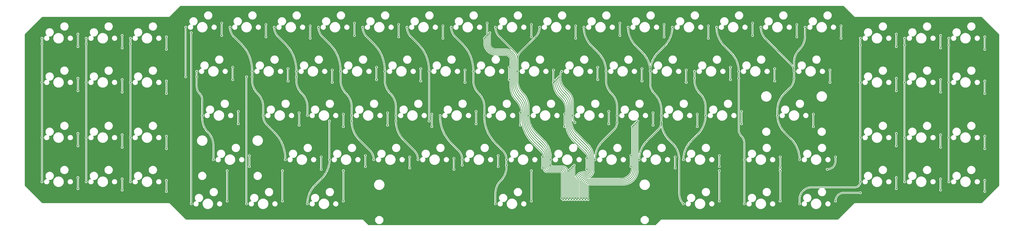
<source format=gbr>
%TF.GenerationSoftware,KiCad,Pcbnew,7.0.9*%
%TF.CreationDate,2023-12-30T16:17:41+00:00*%
%TF.ProjectId,keybird42,6b657962-6972-4643-9432-2e6b69636164,0.1*%
%TF.SameCoordinates,Original*%
%TF.FileFunction,Copper,L1,Top*%
%TF.FilePolarity,Positive*%
%FSLAX46Y46*%
G04 Gerber Fmt 4.6, Leading zero omitted, Abs format (unit mm)*
G04 Created by KiCad (PCBNEW 7.0.9) date 2023-12-30 16:17:41*
%MOMM*%
%LPD*%
G01*
G04 APERTURE LIST*
%TA.AperFunction,ViaPad*%
%ADD10C,0.635000*%
%TD*%
%TA.AperFunction,Conductor*%
%ADD11C,0.254000*%
%TD*%
G04 APERTURE END LIST*
D10*
%TO.N,/ROW11*%
X41671910Y-36909406D03*
X332184654Y-26789085D03*
X275034606Y-32146902D03*
X332184654Y-32146902D03*
X394097206Y-36909406D03*
X103584462Y-32146902D03*
X217884558Y-32146902D03*
X251222096Y-102393664D03*
X103584462Y-26789085D03*
X160734510Y-26789085D03*
X160734510Y-32146902D03*
X41671910Y-31551589D03*
X394097206Y-31551589D03*
X217884558Y-26789085D03*
X275034606Y-26789085D03*
%TO.N,/ROW12*%
X351234670Y-32742215D03*
X122634478Y-32742215D03*
X294084622Y-27384398D03*
X217289245Y-32742215D03*
X413147222Y-32146902D03*
X60721926Y-32146902D03*
X236934574Y-32742215D03*
X413147222Y-37504719D03*
X179784526Y-32742215D03*
X179784526Y-27384398D03*
X294084622Y-32742215D03*
X236934574Y-27384398D03*
X351234670Y-27384398D03*
X60721926Y-37504719D03*
X122634478Y-27384398D03*
X250626784Y-102988976D03*
%TO.N,/ROW13*%
X79771942Y-38100032D03*
X141684494Y-27979711D03*
X432197238Y-32742215D03*
X198834542Y-33337528D03*
X141684494Y-33337528D03*
X313134638Y-27979711D03*
X370284686Y-33337528D03*
X255984590Y-27979711D03*
X250031040Y-102393664D03*
X79771942Y-32742215D03*
X432197238Y-38100032D03*
X370284686Y-27979711D03*
X255984590Y-33337528D03*
X198834542Y-27979711D03*
X313134638Y-33337528D03*
X216693932Y-33337528D03*
%TO.N,/ROW21*%
X227409566Y-45839101D03*
X265509598Y-45839101D03*
X170259518Y-51196918D03*
X265509598Y-51196918D03*
X227409566Y-51196918D03*
X108346966Y-45839101D03*
X257175216Y-102393664D03*
X41671910Y-50601605D03*
X394097206Y-50601605D03*
X108346966Y-51196918D03*
X322659646Y-45839101D03*
X247650208Y-51196918D03*
X41671910Y-55959422D03*
X394097206Y-55959422D03*
X170259518Y-45839101D03*
X322659646Y-51196918D03*
%TO.N,/ROW22*%
X413147222Y-51196918D03*
X189309534Y-46434414D03*
X284559614Y-51792231D03*
X341709662Y-46434414D03*
X60721926Y-56554735D03*
X247054895Y-51792231D03*
X132159486Y-51792231D03*
X341709662Y-51792231D03*
X413147222Y-56554735D03*
X132159486Y-46434414D03*
X256579904Y-102988976D03*
X189309534Y-51792231D03*
X284559614Y-46434414D03*
X60721926Y-51196918D03*
%TO.N,/ROW23*%
X208359550Y-52387544D03*
X303609630Y-47029727D03*
X432197238Y-57150048D03*
X303609630Y-52387544D03*
X365522182Y-47029727D03*
X246459582Y-47029727D03*
X365522182Y-52387544D03*
X208359550Y-47029727D03*
X151209502Y-52387544D03*
X79771942Y-57150048D03*
X246459582Y-52387544D03*
X151209502Y-47029727D03*
X79771875Y-51792231D03*
X255984592Y-102393664D03*
X432197238Y-51792231D03*
%TO.N,/ROW31*%
X270272102Y-70246934D03*
X110728218Y-64889117D03*
X213122054Y-70246934D03*
X41671910Y-79771942D03*
X270272102Y-64889117D03*
X394097206Y-79771942D03*
X281583049Y-70246934D03*
X394097206Y-74414125D03*
X260151776Y-102988976D03*
X41671910Y-74414125D03*
X327422150Y-64889117D03*
X327422150Y-70246934D03*
X110728218Y-70246934D03*
X213122054Y-64889117D03*
%TO.N,/ROW32*%
X413147222Y-80367255D03*
X136921990Y-65484430D03*
X60721926Y-75009438D03*
X280987736Y-70842247D03*
X232172070Y-65484430D03*
X289322118Y-70842247D03*
X259556032Y-102393664D03*
X60721926Y-80367255D03*
X175022022Y-65484430D03*
X136921990Y-70842247D03*
X289322118Y-65484430D03*
X413147222Y-75009438D03*
X232172070Y-70842247D03*
X175022022Y-70842247D03*
%TO.N,/ROW33*%
X251222086Y-71437560D03*
X155972006Y-71437560D03*
X155972006Y-66079743D03*
X258961152Y-102988976D03*
X308372134Y-71437560D03*
X194072038Y-71437560D03*
X432197238Y-80962568D03*
X432197238Y-75604751D03*
X79771942Y-75604751D03*
X280392423Y-71437560D03*
X358378426Y-66079743D03*
X79771942Y-80962568D03*
X251222086Y-66079743D03*
X358378426Y-71437560D03*
X308372134Y-66079743D03*
X194072038Y-66079743D03*
%TO.N,/ROW41*%
X279797110Y-83939133D03*
X41671910Y-98226645D03*
X41671910Y-93464141D03*
X222647062Y-83939133D03*
X317897142Y-83939133D03*
X165497014Y-88701637D03*
X115490722Y-83939133D03*
X254793536Y-102393664D03*
X254793536Y-88701637D03*
X394097206Y-93464141D03*
X317897142Y-88701637D03*
X279797110Y-88701637D03*
X394097206Y-98226645D03*
X165497014Y-83939133D03*
X115490722Y-88701637D03*
X222647062Y-88701637D03*
%TO.N,/ROW42*%
X241697078Y-89296950D03*
X413147222Y-94059454D03*
X413147222Y-98821958D03*
X254198224Y-89296950D03*
X298847126Y-89296950D03*
X184547030Y-84534446D03*
X60721926Y-98821958D03*
X184547030Y-89296950D03*
X298847126Y-84534446D03*
X60721926Y-94059454D03*
X241697078Y-84534446D03*
X254198656Y-102988976D03*
X344090914Y-84534446D03*
X344090914Y-89296950D03*
%TO.N,/ROW43*%
X260747094Y-85129759D03*
X367903434Y-84534446D03*
X203597046Y-89892263D03*
X79771942Y-99417271D03*
X253602912Y-89892263D03*
X79771942Y-94654767D03*
X432197238Y-99417271D03*
X432197238Y-94654767D03*
X146446998Y-89892263D03*
X203597046Y-85129759D03*
X146446998Y-84534446D03*
X253603344Y-102393664D03*
X260747094Y-89892263D03*
X364331556Y-89892263D03*
%TO.N,/ROW50*%
X344090914Y-103584462D03*
X105965714Y-90487576D03*
X344090914Y-90487576D03*
X155972006Y-103584462D03*
X367903434Y-103584462D03*
X317897142Y-90487576D03*
X105965714Y-103584462D03*
X129778234Y-90487576D03*
X378619068Y-100012584D03*
X253007600Y-90487576D03*
X155972006Y-90487576D03*
X317897142Y-103584462D03*
X129778234Y-103584462D03*
X236934574Y-103584462D03*
X253008032Y-102988976D03*
X236934574Y-90487576D03*
%TO.N,/COL1*%
X45243788Y-52387544D03*
X45243788Y-33337528D03*
X64293804Y-76200064D03*
X45243788Y-35718780D03*
X26193772Y-95250080D03*
X252412288Y-102393664D03*
X45243788Y-76200064D03*
X26193772Y-52387544D03*
X64293804Y-33337528D03*
X45243788Y-95250080D03*
X90487576Y-104775088D03*
X64293804Y-52387544D03*
X26193772Y-35718780D03*
X90487576Y-30956276D03*
X26193772Y-76200064D03*
X64293804Y-95250080D03*
X26193772Y-33337528D03*
X64293804Y-35718780D03*
X219075184Y-30956276D03*
%TO.N,/COL2*%
X140493868Y-66675056D03*
X116681348Y-47625040D03*
X92868828Y-50006292D03*
X95250080Y-66675056D03*
X248840834Y-50006292D03*
X100012584Y-85725072D03*
X114300096Y-50006292D03*
X92868828Y-47625040D03*
X126206356Y-28575024D03*
X88106324Y-28575024D03*
X114300096Y-104775088D03*
X121443852Y-66675056D03*
X135731364Y-50006292D03*
X258365840Y-102393664D03*
X130968860Y-85725072D03*
X107156340Y-28575024D03*
X135731364Y-47625040D03*
X88106324Y-50006292D03*
X116681348Y-50006292D03*
%TO.N,/COL3*%
X154781380Y-47625040D03*
X188118908Y-85725072D03*
X159543884Y-69056308D03*
X178593900Y-66675056D03*
X192881412Y-47625040D03*
X150018876Y-69056308D03*
X183356404Y-28575024D03*
X159543884Y-66675056D03*
X178593900Y-69056308D03*
X169068892Y-85725072D03*
X150018876Y-85725072D03*
X261342400Y-102988976D03*
X282773675Y-69056308D03*
X145256372Y-28575024D03*
X173831396Y-47625040D03*
X140493868Y-104775088D03*
X192881412Y-69056308D03*
X164306388Y-28575024D03*
%TO.N,/COL4*%
X216693932Y-66675056D03*
X211931428Y-47625040D03*
X207168924Y-85725072D03*
X235743948Y-66675056D03*
X202406420Y-28575024D03*
X221456436Y-104775088D03*
X255388848Y-88106324D03*
X245268956Y-88106324D03*
X226218940Y-85725072D03*
X240506452Y-28575024D03*
X226218940Y-88106324D03*
X230981444Y-47625040D03*
X207168924Y-88106324D03*
X221456436Y-28575024D03*
X255389280Y-102988976D03*
X197643916Y-66675056D03*
X245268956Y-85725072D03*
%TO.N,/COL5*%
X273843980Y-69651621D03*
X292893996Y-69651621D03*
X273843980Y-66675056D03*
X250031460Y-47625040D03*
X264318972Y-85725072D03*
X297656500Y-28575024D03*
X254793964Y-66675056D03*
X288131492Y-47625040D03*
X269081476Y-47625040D03*
X282178362Y-69651621D03*
X283368988Y-85725072D03*
X259556468Y-28575024D03*
X302419004Y-104775088D03*
X255686504Y-69675934D03*
X292893996Y-66675056D03*
X278606484Y-28575024D03*
X260747088Y-102393664D03*
%TO.N,/COL6*%
X248245521Y-50601605D03*
X326231524Y-50601605D03*
X350044044Y-50601605D03*
X311944012Y-66675056D03*
X328612776Y-85725072D03*
X350044044Y-47625040D03*
X302419004Y-85725072D03*
X342900288Y-66675056D03*
X316706516Y-28575024D03*
X326231524Y-47625040D03*
X307181508Y-47625040D03*
X307181508Y-50601605D03*
X257770528Y-102988976D03*
X352425296Y-85725072D03*
X328612776Y-104775088D03*
X335756532Y-28575024D03*
X354806548Y-28575024D03*
%TO.N,/COL7*%
X378619068Y-33337528D03*
X378619068Y-52387544D03*
X397669084Y-33337528D03*
X378619068Y-36314093D03*
X416719100Y-76200064D03*
X218479871Y-31551589D03*
X352425296Y-104775088D03*
X416719100Y-36314093D03*
X251816976Y-102988976D03*
X378619068Y-76200064D03*
X416719100Y-33337528D03*
X416719100Y-52387544D03*
X397669084Y-52387544D03*
X378619068Y-95250080D03*
X397669084Y-76200064D03*
X416719100Y-95250080D03*
X397669084Y-36314093D03*
X397669084Y-95250080D03*
%TO.N,GND*%
X40778872Y-55959422D03*
X261937280Y-103733116D03*
X250031040Y-50006208D03*
X350936424Y-50601520D03*
X78878840Y-57150048D03*
X40778872Y-79771808D03*
X40778872Y-36909344D03*
X254793536Y-69651504D03*
X87213208Y-50006208D03*
X414039496Y-37504656D03*
X433089480Y-57149952D03*
X267592744Y-105370224D03*
X394989512Y-79771808D03*
X394989512Y-98226645D03*
X283666168Y-69056192D03*
X417611368Y-36314032D03*
X253007600Y-111769828D03*
X394989512Y-55959328D03*
X433089480Y-99417104D03*
X149125656Y-69056192D03*
X59828856Y-37504719D03*
X293786472Y-69651504D03*
X219967784Y-30956224D03*
X433089480Y-80962432D03*
X59828856Y-56554735D03*
X59828856Y-80367120D03*
X433089480Y-38099968D03*
X414039496Y-98846271D03*
X255537676Y-111769828D03*
X105072568Y-90487424D03*
X256281816Y-88106176D03*
X414039496Y-56554640D03*
X40778872Y-98226480D03*
X217288880Y-31551536D03*
X206275608Y-88106176D03*
X414039496Y-80367120D03*
X379511400Y-100012584D03*
X247054480Y-50601520D03*
X78878840Y-99417104D03*
X59828856Y-98821958D03*
X78878840Y-38100032D03*
X394989512Y-36909344D03*
X249435728Y-102988976D03*
X78878840Y-80962568D03*
%TD*%
D11*
%TO.N,/ROW11*%
X239315826Y-77986003D02*
X241799218Y-80469395D01*
X217884558Y-26789085D02*
X217884558Y-32146902D01*
X243483017Y-88998735D02*
X243482608Y-88999144D01*
X275034606Y-26789085D02*
X275034606Y-32146902D01*
X332184654Y-26789085D02*
X332184654Y-32146902D01*
X251222096Y-91047299D02*
X251222096Y-102368311D01*
X244287780Y-89890506D02*
X248838810Y-89890506D01*
X221696912Y-39290658D02*
X225623627Y-39290658D01*
X251221664Y-91046867D02*
X251222096Y-91047299D01*
X103584462Y-26789085D02*
X103584462Y-32146902D01*
X160734510Y-26789085D02*
X160734510Y-32146902D01*
X41671910Y-31551589D02*
X41671910Y-36909406D01*
X394097206Y-31551589D02*
X394097206Y-36909406D01*
X238167508Y-76837684D02*
X239315826Y-77986003D01*
X229195505Y-42862536D02*
X229195505Y-53187137D01*
X217884558Y-32146902D02*
X217884558Y-35478304D01*
X233958009Y-64684837D02*
X233958009Y-66675056D01*
X248838810Y-89890506D02*
X250065303Y-89890506D01*
X243483017Y-84534446D02*
X243483017Y-88998735D01*
X233957980Y-64684837D02*
G75*
G03*
X231576757Y-58935987I-8130080J37D01*
G01*
X229195442Y-42862536D02*
G75*
G03*
X225623627Y-39290658I-3571842J36D01*
G01*
X233958031Y-66675056D02*
G75*
G03*
X238167509Y-76837683I14372069J-44D01*
G01*
X217884542Y-35478304D02*
G75*
G03*
X221696912Y-39290658I3812358J4D01*
G01*
X243482577Y-88999144D02*
G75*
G03*
X244287780Y-89890505I898123J1944D01*
G01*
X251221594Y-91046867D02*
G75*
G03*
X250065303Y-89890506I-1156294J67D01*
G01*
X243482994Y-84534446D02*
G75*
G03*
X241799218Y-80469395I-5748794J46D01*
G01*
X229195478Y-53187137D02*
G75*
G03*
X231576758Y-58935986I8130122J37D01*
G01*
%TO.N,/ROW12*%
X238125200Y-77986003D02*
X241624854Y-81485657D01*
X60721926Y-32146902D02*
X60721926Y-37504719D01*
X250626352Y-102963191D02*
X250626784Y-102963623D01*
X242887704Y-84534446D02*
X242887704Y-89297208D01*
X351234670Y-27384398D02*
X351234670Y-32742215D01*
X122634478Y-27384398D02*
X122634478Y-32742215D01*
X221781333Y-39885971D02*
X225623627Y-39885971D01*
X237993144Y-77853948D02*
X238125200Y-77986003D01*
X236934574Y-27384398D02*
X236934574Y-32742215D01*
X413147222Y-32146902D02*
X413147222Y-37504719D01*
X179784526Y-27384398D02*
X179784526Y-32742215D01*
X243973955Y-90485521D02*
X249707017Y-90485521D01*
X250626352Y-91404856D02*
X250626352Y-102963191D01*
X233362696Y-65280150D02*
X233362696Y-66675056D01*
X294084622Y-27384398D02*
X294084622Y-32742215D01*
X228600192Y-42862536D02*
X228600192Y-53782450D01*
X217289245Y-32742215D02*
X217289245Y-35393883D01*
X242887698Y-84534446D02*
G75*
G03*
X241624854Y-81485657I-4311298J146D01*
G01*
X242887697Y-89297208D02*
G75*
G03*
X243973955Y-90485521I1195303J2008D01*
G01*
X250626379Y-91404856D02*
G75*
G03*
X249707017Y-90485521I-919379J-44D01*
G01*
X217289229Y-35393883D02*
G75*
G03*
X221781333Y-39885971I4492071J-17D01*
G01*
X233362700Y-66675056D02*
G75*
G03*
X237993144Y-77853948I15809340J-4D01*
G01*
X228600129Y-42862536D02*
G75*
G03*
X225623627Y-39885971I-2976529J36D01*
G01*
X233362662Y-65280150D02*
G75*
G03*
X230981444Y-59531300I-8130062J50D01*
G01*
X228600230Y-53782450D02*
G75*
G03*
X230981444Y-59531300I8130070J-50D01*
G01*
%TO.N,/ROW13*%
X141684494Y-27979711D02*
X141684494Y-33337528D01*
X228004879Y-42862536D02*
X228004879Y-54377763D01*
X250031040Y-91678048D02*
X250031040Y-102367879D01*
X255984590Y-27979711D02*
X255984590Y-33337528D01*
X370284686Y-27979711D02*
X370284686Y-33337528D01*
X79771942Y-32742215D02*
X79771942Y-38100032D01*
X237529887Y-78581316D02*
X241450491Y-82501920D01*
X250031040Y-102367879D02*
X250031472Y-102368311D01*
X216693932Y-33337528D02*
X216693932Y-35318275D01*
X243780275Y-91082736D02*
X249435728Y-91082736D01*
X432197238Y-32742215D02*
X432197238Y-38100032D01*
X232767383Y-65875463D02*
X232767383Y-67083615D01*
X313134638Y-27979711D02*
X313134638Y-33337528D01*
X221856941Y-40481284D02*
X225623627Y-40481284D01*
X198834542Y-27979711D02*
X198834542Y-33337528D01*
X242292391Y-84534446D02*
X242292391Y-89594456D01*
X232767377Y-67083615D02*
G75*
G03*
X237529888Y-78581315I16260223J15D01*
G01*
X228004912Y-54377763D02*
G75*
G03*
X230386132Y-60126612I8130088J-37D01*
G01*
X242292409Y-84534446D02*
G75*
G03*
X241450490Y-82501921I-2874509J-54D01*
G01*
X250030964Y-91678048D02*
G75*
G03*
X249435728Y-91082736I-595464J-152D01*
G01*
X242292464Y-89594456D02*
G75*
G03*
X243780275Y-91082736I1487736J-544D01*
G01*
X228004816Y-42862536D02*
G75*
G03*
X225623627Y-40481284I-2381216J36D01*
G01*
X216693916Y-35318275D02*
G75*
G03*
X221856941Y-40481284I5162984J-25D01*
G01*
X232767414Y-65875463D02*
G75*
G03*
X230386131Y-60126613I-8130114J-37D01*
G01*
%TO.N,/ROW21*%
X253008025Y-62652312D02*
X253008025Y-69651621D01*
X259855783Y-92271310D02*
X260434793Y-92271310D01*
X250175907Y-57294495D02*
X251222086Y-58340674D01*
X262533067Y-90028220D02*
X262533067Y-85129725D01*
X322659646Y-45839101D02*
X322659646Y-51196918D01*
X257175216Y-102368311D02*
X257174784Y-102367879D01*
X255533724Y-75749198D02*
X260849233Y-81064707D01*
X257174784Y-102367879D02*
X257174784Y-94952309D01*
X170259518Y-45839101D02*
X170259518Y-51196918D01*
X41671910Y-50601605D02*
X41671910Y-55959422D01*
X265509598Y-45839101D02*
X265509598Y-51196918D01*
X227409566Y-45839101D02*
X227409566Y-51196918D01*
X394097206Y-50601605D02*
X394097206Y-55959422D01*
X108346966Y-45839101D02*
X108346966Y-51196918D01*
X259855783Y-92271284D02*
G75*
G03*
X257174784Y-94952309I17J-2681016D01*
G01*
X253008043Y-62652312D02*
G75*
G03*
X251222085Y-58340675I-6097743J-88D01*
G01*
X260434795Y-92271334D02*
G75*
G03*
X262533066Y-90028220I-151895J2245034D01*
G01*
X247650200Y-51196918D02*
G75*
G03*
X250175907Y-57294495I8623300J18D01*
G01*
X253008010Y-69651621D02*
G75*
G03*
X255533724Y-75749198I8623290J21D01*
G01*
X262533067Y-85129759D02*
G75*
G03*
X260849233Y-81064707I-5748867J-41D01*
G01*
%TO.N,/ROW22*%
X413147222Y-51196918D02*
X413147222Y-56554735D01*
X256579472Y-102963191D02*
X256579904Y-102963623D01*
X261937720Y-85129759D02*
X261937720Y-90106897D01*
X260368358Y-91676259D02*
X259557821Y-91676259D01*
X189309534Y-46434414D02*
X189309534Y-51792231D01*
X256579472Y-94654608D02*
X256579472Y-102963191D01*
X60721926Y-51196918D02*
X60721926Y-56554735D01*
X252412712Y-63247625D02*
X252412712Y-69651621D01*
X249580594Y-57889808D02*
X250626773Y-58935987D01*
X341709662Y-46434414D02*
X341709662Y-51792231D01*
X255359361Y-76765461D02*
X260674870Y-82080970D01*
X284559614Y-46434414D02*
X284559614Y-51792231D01*
X132159486Y-46434414D02*
X132159486Y-51792231D01*
X259557821Y-91676259D02*
X259556032Y-91678048D01*
X260368358Y-91676220D02*
G75*
G03*
X261937720Y-90106897I42J1569320D01*
G01*
X259556033Y-91678121D02*
G75*
G03*
X259557821Y-91676259I-33J1821D01*
G01*
X252412696Y-63247625D02*
G75*
G03*
X250626773Y-58935987I-6097796J-75D01*
G01*
X247054882Y-51792231D02*
G75*
G03*
X249580594Y-57889808I8623318J31D01*
G01*
X261937754Y-85129759D02*
G75*
G03*
X260674870Y-82080970I-4311654J-41D01*
G01*
X252412697Y-69651621D02*
G75*
G03*
X255359361Y-76765461I10060503J21D01*
G01*
X259556032Y-91678072D02*
G75*
G03*
X256579472Y-94654608I-32J-2976528D01*
G01*
%TO.N,/ROW23*%
X246459582Y-47029727D02*
X246459582Y-52387544D01*
X256579903Y-79176629D02*
X260500507Y-83097233D01*
X79771875Y-51792231D02*
X79771942Y-51792298D01*
X255984160Y-94356952D02*
X255984160Y-102367879D01*
X151209502Y-47029727D02*
X151209502Y-52387544D01*
X208359550Y-47029727D02*
X208359550Y-52387544D01*
X255984160Y-102367879D02*
X255984592Y-102368311D01*
X261342407Y-85129807D02*
X261342407Y-90042877D01*
X365522182Y-47029727D02*
X365522182Y-52387544D01*
X260302395Y-91082889D02*
X259258529Y-91082889D01*
X248985281Y-58485121D02*
X250031460Y-59531300D01*
X259258529Y-91082889D02*
X259258376Y-91082736D01*
X251817399Y-63842938D02*
X251817399Y-69651621D01*
X79771942Y-51792298D02*
X79771942Y-57150048D01*
X432197238Y-51792231D02*
X432197238Y-57150048D01*
X255184998Y-77781724D02*
X256579903Y-79176629D01*
X303609630Y-47029727D02*
X303609630Y-52387544D01*
X260302395Y-91082907D02*
G75*
G03*
X261342407Y-90042877I5J1040007D01*
G01*
X251817384Y-69651621D02*
G75*
G03*
X255184998Y-77781724I11497716J21D01*
G01*
X259258376Y-91082760D02*
G75*
G03*
X255984160Y-94356952I24J-3274240D01*
G01*
X246459564Y-52387544D02*
G75*
G03*
X248985282Y-58485120I8623336J44D01*
G01*
X251817419Y-63842938D02*
G75*
G03*
X250031460Y-59531300I-6097919J-162D01*
G01*
X261342441Y-85129759D02*
G75*
G03*
X260500507Y-83097233I-2874441J-41D01*
G01*
%TO.N,/ROW31*%
X261342128Y-95250080D02*
X275887179Y-95250080D01*
X281583049Y-89554210D02*
X281583049Y-70246934D01*
X213122054Y-64889117D02*
X213122054Y-70246934D01*
X261321922Y-95249920D02*
X261341968Y-95249920D01*
X327422150Y-64889117D02*
X327422150Y-70246934D01*
X261341968Y-95249920D02*
X261342128Y-95250080D01*
X110728218Y-64889117D02*
X110728218Y-70246934D01*
X270272102Y-64889117D02*
X270272102Y-70246934D01*
X41671910Y-74414125D02*
X41671910Y-79771942D01*
X260151776Y-102963623D02*
X260151776Y-96420066D01*
X394097206Y-74414125D02*
X394097206Y-79771942D01*
X275887179Y-95250049D02*
G75*
G03*
X281583049Y-89554210I21J5695849D01*
G01*
X261321922Y-95249876D02*
G75*
G03*
X260151776Y-96420066I-22J-1170124D01*
G01*
%TO.N,/ROW32*%
X259556464Y-102368311D02*
X259556464Y-96142774D01*
X280987736Y-89307519D02*
X280987736Y-70842247D01*
X413147222Y-75009438D02*
X413147222Y-80367255D01*
X136921990Y-65484430D02*
X136921990Y-70842247D01*
X261044471Y-94654767D02*
X275640488Y-94654767D01*
X175022022Y-65484430D02*
X175022022Y-70842247D01*
X232172070Y-65484430D02*
X232172070Y-70842247D01*
X289322118Y-65484430D02*
X289322118Y-70842247D01*
X60721926Y-75009438D02*
X60721926Y-80367255D01*
X261044471Y-94654764D02*
G75*
G03*
X259556464Y-96142774I29J-1488036D01*
G01*
X275640488Y-94654736D02*
G75*
G03*
X280987736Y-89307519I12J5347236D01*
G01*
%TO.N,/ROW33*%
X280392423Y-71437560D02*
X280392423Y-88975813D01*
X275308782Y-94059454D02*
X260746814Y-94059454D01*
X308372134Y-66079743D02*
X308372134Y-71437560D01*
X432197238Y-75604751D02*
X432197238Y-80962568D01*
X79771942Y-75604751D02*
X79771942Y-80962568D01*
X194072038Y-66079743D02*
X194072038Y-71437560D01*
X155972006Y-66079743D02*
X155972006Y-71437560D01*
X358378426Y-66079743D02*
X358378426Y-71437560D01*
X258961152Y-102963623D02*
X258961152Y-95845116D01*
X251222086Y-66079743D02*
X251222086Y-71437560D01*
X260746814Y-94059452D02*
G75*
G03*
X258961152Y-95845116I-14J-1785648D01*
G01*
X275308782Y-94059423D02*
G75*
G03*
X280392423Y-88975813I18J5083623D01*
G01*
%TO.N,/ROW41*%
X279797110Y-83939133D02*
X279797110Y-88701637D01*
X254793968Y-102368311D02*
X254793536Y-102367879D01*
X222647062Y-83939133D02*
X222647062Y-88701637D01*
X41671910Y-93464141D02*
X41671910Y-98226645D01*
X254793536Y-102367879D02*
X254793536Y-88701637D01*
X165497014Y-83939133D02*
X165497014Y-88701637D01*
X115490722Y-83939133D02*
X115490722Y-88701637D01*
X317897142Y-83939133D02*
X317897142Y-88701637D01*
X394097206Y-93464141D02*
X394097206Y-98226645D01*
%TO.N,/ROW42*%
X184547030Y-84534446D02*
X184547030Y-89296950D01*
X254198656Y-102963623D02*
X254198224Y-102963191D01*
X344090914Y-84534446D02*
X344090914Y-89296950D01*
X60721926Y-94059454D02*
X60721926Y-98821958D01*
X298847126Y-84534446D02*
X298847126Y-89296950D01*
X254198224Y-102963191D02*
X254198224Y-89296950D01*
X241697078Y-84534446D02*
X241697078Y-89296950D01*
X413147222Y-94059454D02*
X413147222Y-98821958D01*
%TO.N,/ROW43*%
X146446998Y-84534446D02*
X146446998Y-89892263D01*
X367903434Y-84534446D02*
X367903434Y-86320385D01*
X432197238Y-94654767D02*
X432197238Y-99417271D01*
X253602912Y-102367879D02*
X253602912Y-89892263D01*
X260747094Y-85129759D02*
X260747094Y-89892263D01*
X79771942Y-94654767D02*
X79771942Y-99417271D01*
X203597046Y-85129759D02*
X203597046Y-89892263D01*
X253603344Y-102368311D02*
X253602912Y-102367879D01*
X364331556Y-89892234D02*
G75*
G03*
X367903434Y-86320385I44J3571834D01*
G01*
%TO.N,/ROW50*%
X155972006Y-103584462D02*
X155972006Y-90487576D01*
X105965714Y-90487576D02*
X105965714Y-103584462D01*
X371475312Y-100012584D02*
X378619068Y-100012584D01*
X344090914Y-103584462D02*
X344090914Y-90487576D01*
X253008032Y-102963623D02*
X253007600Y-102963191D01*
X317897142Y-103584462D02*
X317897142Y-90487576D01*
X129778234Y-103584462D02*
X129778234Y-90487576D01*
X236934574Y-103584462D02*
X236934574Y-90487576D01*
X253007600Y-102963191D02*
X253007600Y-90487576D01*
X371475312Y-100012634D02*
G75*
G03*
X367903434Y-103584462I-12J-3571866D01*
G01*
%TO.N,/COL1*%
X219075184Y-30956276D02*
X219075184Y-35718780D01*
X26193772Y-35718780D02*
X26193772Y-52387544D01*
X252412288Y-102367879D02*
X252412288Y-90446096D01*
X26193772Y-33396256D02*
X26193772Y-35718780D01*
X64293804Y-52387544D02*
X64293804Y-76200064D01*
X238516234Y-74805159D02*
X242147943Y-78436868D01*
X244923979Y-88700408D02*
X248244024Y-88700408D01*
X45243788Y-52387544D02*
X45243788Y-76200064D01*
X64293804Y-76200064D02*
X64293804Y-95250080D01*
X244673643Y-84534446D02*
X244673643Y-88404243D01*
X26193772Y-76200064D02*
X26193772Y-95250080D01*
X235148635Y-63706579D02*
X235148635Y-66675056D01*
X90487576Y-104775088D02*
X90487576Y-30956276D01*
X26193772Y-52387544D02*
X26193772Y-76200064D01*
X45243788Y-33396256D02*
X45243788Y-52387544D01*
X250666600Y-88700408D02*
X248244024Y-88700408D01*
X230386131Y-42862536D02*
X230386131Y-52370684D01*
X45243788Y-76200064D02*
X45243788Y-95250080D01*
X252412720Y-102368311D02*
X252412288Y-102367879D01*
X64293804Y-33396256D02*
X64293804Y-52387544D01*
X232502787Y-57480761D02*
X232617228Y-57595203D01*
X221456436Y-38100032D02*
X225623627Y-38100032D01*
X230386068Y-42862536D02*
G75*
G03*
X225623627Y-38100032I-4762468J36D01*
G01*
X252412292Y-90446096D02*
G75*
G03*
X250666600Y-88700408I-1745692J-4D01*
G01*
X244673612Y-88404243D02*
G75*
G03*
X244923979Y-88700408I302888J2143D01*
G01*
X230386146Y-52370684D02*
G75*
G03*
X232502787Y-57480761I7226754J-16D01*
G01*
X235148656Y-66675056D02*
G75*
G03*
X238516234Y-74805159I11497644J-44D01*
G01*
X235148642Y-63706579D02*
G75*
G03*
X232617228Y-57595203I-8642842J-21D01*
G01*
X219075168Y-35718780D02*
G75*
G03*
X221456436Y-38100032I2381232J-20D01*
G01*
X244673661Y-84534446D02*
G75*
G03*
X242147943Y-78436868I-8623361J-54D01*
G01*
%TO.N,/COL2*%
X92868828Y-47625040D02*
X92868828Y-50006292D01*
X116681348Y-47625040D02*
X116681348Y-50006292D01*
X116681348Y-50006292D02*
X116681348Y-51401198D01*
X260451090Y-93461894D02*
X260449000Y-93463984D01*
X140493868Y-62898898D02*
X140493868Y-66675056D01*
X116681348Y-47216481D02*
X116681348Y-47625040D01*
X127890155Y-32640076D02*
X130968860Y-35718780D01*
X121443852Y-62898898D02*
X121443852Y-66675056D01*
X95250080Y-66675056D02*
X95250080Y-68069962D01*
X135731364Y-47625040D02*
X135731364Y-50006292D01*
X258365408Y-95547576D02*
X258365408Y-102367879D01*
X258961155Y-76795377D02*
X261197959Y-79032181D01*
X92868828Y-50006292D02*
X92868828Y-54275623D01*
X88106324Y-28575024D02*
X88106324Y-50006292D01*
X258365408Y-102367879D02*
X258365840Y-102368311D01*
X260724932Y-93461894D02*
X260451090Y-93461894D01*
X263723693Y-85129725D02*
X263723693Y-90463133D01*
X251366533Y-56103869D02*
X252412712Y-57150048D01*
X114300096Y-104775088D02*
X114300096Y-50006292D01*
X123127651Y-70740108D02*
X126206356Y-73818812D01*
X130968860Y-85316513D02*
X130968860Y-85725072D01*
X254198651Y-61461686D02*
X254198651Y-69651621D01*
X255882450Y-73716673D02*
X258961155Y-76795377D01*
X135731364Y-50006292D02*
X135731364Y-51401198D01*
X100012584Y-79567662D02*
X100012584Y-85725072D01*
X95250080Y-60024473D02*
X95250080Y-66675056D01*
X108840139Y-32640076D02*
X111918844Y-35718780D01*
X135731364Y-47216481D02*
X135731364Y-47625040D01*
X140493879Y-62898898D02*
G75*
G03*
X138112616Y-57150048I-8130079J-2D01*
G01*
X135731389Y-47216481D02*
G75*
G03*
X130968860Y-35718780I-16260189J-19D01*
G01*
X121443867Y-62898898D02*
G75*
G03*
X119062600Y-57150048I-8130067J-2D01*
G01*
X95250090Y-60024473D02*
G75*
G03*
X94059454Y-57150048I-4065090J-27D01*
G01*
X260449000Y-93464008D02*
G75*
G03*
X258365408Y-95547576I0J-2083592D01*
G01*
X126206337Y-28575024D02*
G75*
G03*
X127890155Y-32640076I5748863J24D01*
G01*
X263723693Y-85129759D02*
G75*
G03*
X261197959Y-79032181I-8623293J-41D01*
G01*
X92868819Y-54275623D02*
G75*
G03*
X94059455Y-57150047I4065081J23D01*
G01*
X260724932Y-93461893D02*
G75*
G03*
X263723693Y-90463133I-32J2998793D01*
G01*
X130968863Y-85316513D02*
G75*
G03*
X126206356Y-73818812I-16260163J13D01*
G01*
X100012615Y-79567662D02*
G75*
G03*
X97631331Y-73818813I-8130115J-38D01*
G01*
X121443882Y-66675056D02*
G75*
G03*
X123127651Y-70740108I5748818J-44D01*
G01*
X107156325Y-28575024D02*
G75*
G03*
X108840139Y-32640076I5748875J24D01*
G01*
X95250079Y-68069962D02*
G75*
G03*
X97631332Y-73818812I8130101J2D01*
G01*
X254198668Y-61461686D02*
G75*
G03*
X252412712Y-57150048I-6097568J-14D01*
G01*
X254198635Y-69651621D02*
G75*
G03*
X255882450Y-73716673I5748865J21D01*
G01*
X116681348Y-47216481D02*
G75*
G03*
X111918844Y-35718780I-16260248J-19D01*
G01*
X135731376Y-51401198D02*
G75*
G03*
X138112616Y-57150048I8130124J-2D01*
G01*
X248840837Y-50006292D02*
G75*
G03*
X251366533Y-56103869I8623263J-8D01*
G01*
X116681336Y-51401198D02*
G75*
G03*
X119062601Y-57150047I8130064J-2D01*
G01*
%TO.N,/COL3*%
X261342400Y-102988976D02*
X261342400Y-97036026D01*
X192881412Y-47625040D02*
X192881412Y-69056308D01*
X159543884Y-66675056D02*
X159543884Y-69056308D01*
X173831396Y-47216481D02*
X173831396Y-47625040D01*
X162911483Y-77186411D02*
X167385092Y-81660020D01*
X165990187Y-32640076D02*
X169068892Y-35718780D01*
X143861467Y-96644985D02*
X146651277Y-93855175D01*
X185040203Y-32640076D02*
X188118908Y-35718780D01*
X146940171Y-32640076D02*
X150018876Y-35718780D01*
X150018876Y-85725072D02*
X150018876Y-69056308D01*
X173831396Y-47625040D02*
X173831396Y-51401198D01*
X181961499Y-77186411D02*
X186435108Y-81660020D01*
X154781380Y-47216481D02*
X154781380Y-47625040D01*
X159543884Y-62898898D02*
X159543884Y-66675056D01*
X261937720Y-96440706D02*
X276498966Y-96440706D01*
X192881412Y-47216481D02*
X192881412Y-47625040D01*
X282773675Y-90165997D02*
X282773675Y-69056308D01*
X154781380Y-47625040D02*
X154781380Y-51401198D01*
X178593900Y-62898898D02*
X178593900Y-66675056D01*
X178593900Y-66675056D02*
X178593900Y-69056308D01*
X164306359Y-28575024D02*
G75*
G03*
X165990187Y-32640076I5748841J24D01*
G01*
X154781400Y-47216481D02*
G75*
G03*
X150018876Y-35718780I-16260200J-19D01*
G01*
X178593901Y-62898898D02*
G75*
G03*
X176212648Y-57150048I-8130101J-2D01*
G01*
X178593894Y-69056308D02*
G75*
G03*
X181961499Y-77186411I11497706J8D01*
G01*
X276498966Y-96440675D02*
G75*
G03*
X282773675Y-90165997I34J6274675D01*
G01*
X145256348Y-28575024D02*
G75*
G03*
X146940171Y-32640076I5748852J24D01*
G01*
X143861467Y-96644985D02*
G75*
G03*
X140493868Y-104775088I8130133J-8130115D01*
G01*
X192881423Y-47216481D02*
G75*
G03*
X188118908Y-35718780I-16260223J-19D01*
G01*
X173831399Y-51401198D02*
G75*
G03*
X176212648Y-57150048I8130101J-2D01*
G01*
X183356400Y-28575024D02*
G75*
G03*
X185040203Y-32640076I5748900J24D01*
G01*
X173831411Y-47216481D02*
G75*
G03*
X169068891Y-35718781I-16260211J-19D01*
G01*
X146651286Y-93855184D02*
G75*
G03*
X150018876Y-85725072I-8130086J8130084D01*
G01*
X159543890Y-62898898D02*
G75*
G03*
X157162632Y-57150048I-8130090J-2D01*
G01*
X159543883Y-69056308D02*
G75*
G03*
X162911483Y-77186411I11497717J8D01*
G01*
X154781388Y-51401198D02*
G75*
G03*
X157162633Y-57150047I8130112J-2D01*
G01*
X188118940Y-85725072D02*
G75*
G03*
X186435108Y-81660020I-5748840J-28D01*
G01*
X169068899Y-85725072D02*
G75*
G03*
X167385091Y-81660021I-5748899J-28D01*
G01*
X261937720Y-96440700D02*
G75*
G03*
X261342400Y-97036026I-20J-595300D01*
G01*
%TO.N,/COL4*%
X245268956Y-84576753D02*
X245268956Y-85725072D01*
X216693932Y-66675056D02*
X216693932Y-67083615D01*
X207168924Y-85725072D02*
X207168924Y-88106324D01*
X211931428Y-47216481D02*
X211931428Y-47625040D01*
X202406420Y-78581316D02*
X205485124Y-81660020D01*
X230981444Y-47625040D02*
X230981444Y-51401198D01*
X255388848Y-102963191D02*
X255388848Y-88106324D01*
X255389280Y-102963623D02*
X255388848Y-102963191D01*
X245268956Y-85725072D02*
X245268956Y-88106324D01*
X226218940Y-88106324D02*
X226218940Y-88905917D01*
X221456436Y-100403617D02*
X221456436Y-104775088D01*
X226218940Y-35718780D02*
X229718594Y-39218434D01*
X197643916Y-66675056D02*
X197643916Y-67083615D01*
X223140235Y-32640076D02*
X226218940Y-35718780D01*
X204090219Y-32640076D02*
X207168924Y-35718780D01*
X230981444Y-42267223D02*
X230981444Y-47625040D01*
X235743948Y-35718780D02*
X232244294Y-39218434D01*
X226218940Y-85725072D02*
X226218940Y-88106324D01*
X235743948Y-62898594D02*
X235743948Y-66675056D01*
X216693932Y-62898898D02*
X216693932Y-66675056D01*
X221456436Y-78581316D02*
X224535140Y-81660020D01*
X238822653Y-32640076D02*
X235743948Y-35718780D01*
X211931428Y-47625040D02*
X211931428Y-51401198D01*
X238690597Y-73788896D02*
X242292391Y-77390690D01*
X211931434Y-47216481D02*
G75*
G03*
X207168924Y-35718780I-16260234J-19D01*
G01*
X230981426Y-42267223D02*
G75*
G03*
X229718594Y-39218434I-4311626J23D01*
G01*
X235743957Y-62898594D02*
G75*
G03*
X233362695Y-57150049I-8129357J-6D01*
G01*
X245268980Y-84576753D02*
G75*
G03*
X242292390Y-77390691I-10162680J-47D01*
G01*
X207168951Y-85725072D02*
G75*
G03*
X205485124Y-81660020I-5748851J-28D01*
G01*
X216693924Y-62898898D02*
G75*
G03*
X214312680Y-57150048I-8130124J-2D01*
G01*
X223837688Y-94654767D02*
G75*
G03*
X226218940Y-88905917I-5748888J5748867D01*
G01*
X223837687Y-94654766D02*
G75*
G03*
X221456436Y-100403617I5748813J-5748834D01*
G01*
X226218962Y-85725072D02*
G75*
G03*
X224535139Y-81660021I-5748862J-28D01*
G01*
X202406411Y-28575024D02*
G75*
G03*
X204090219Y-32640076I5748889J24D01*
G01*
X216693911Y-67083615D02*
G75*
G03*
X221456436Y-78581316I16260189J15D01*
G01*
X238822641Y-32640064D02*
G75*
G03*
X240506452Y-28575024I-4065041J4065064D01*
G01*
X221456423Y-28575024D02*
G75*
G03*
X223140236Y-32640075I5748877J24D01*
G01*
X230981433Y-51401198D02*
G75*
G03*
X233362696Y-57150048I8130067J-2D01*
G01*
X235743969Y-66675056D02*
G75*
G03*
X238690598Y-73788895I10060431J-44D01*
G01*
X211931421Y-51401198D02*
G75*
G03*
X214312680Y-57150048I8130079J-2D01*
G01*
X232244279Y-39218419D02*
G75*
G03*
X230981444Y-42267223I3048821J-3048781D01*
G01*
X197643900Y-67083615D02*
G75*
G03*
X202406420Y-78581316I16260200J15D01*
G01*
%TO.N,/COL5*%
X300633065Y-85725072D02*
X300633065Y-100463450D01*
X261639624Y-95845232D02*
X261639785Y-95845393D01*
X288131492Y-47625040D02*
X288131492Y-52838410D01*
X262924067Y-36705127D02*
X265713877Y-39494937D01*
X292893996Y-64336111D02*
X292893996Y-66675056D01*
X273843980Y-66675056D02*
X273843980Y-69651621D01*
X254793964Y-60866373D02*
X254793964Y-66675056D01*
X294288901Y-36705127D02*
X291499091Y-39494937D01*
X269081476Y-47625040D02*
X269081476Y-51401198D01*
X260747088Y-102393664D02*
X260747088Y-96737768D01*
X249435728Y-50303864D02*
X249435728Y-49063264D01*
X282178362Y-89899125D02*
X282178362Y-69651621D01*
X288131492Y-47216481D02*
X288131492Y-47625040D01*
X273843980Y-62898898D02*
X273843980Y-66675056D01*
X281974083Y-36705127D02*
X284763893Y-39494937D01*
X267686571Y-77594969D02*
X272581130Y-72700410D01*
X254793964Y-66675056D02*
X254793964Y-67521152D01*
X292893996Y-69056308D02*
X292893996Y-69651621D01*
X292893996Y-66675056D02*
X292893996Y-69056308D01*
X288131492Y-76200064D02*
X286736587Y-77594969D01*
X261639785Y-95845393D02*
X276232094Y-95845393D01*
X291631146Y-72700409D02*
X288131492Y-76200064D01*
X253008025Y-56554735D02*
X251329766Y-54876476D01*
X296261595Y-77186411D02*
X297686416Y-78611232D01*
X291631127Y-72700390D02*
G75*
G03*
X292893996Y-69651621I-3048727J3048790D01*
G01*
X291499070Y-39494916D02*
G75*
G03*
X288131492Y-47625040I8130130J-8130084D01*
G01*
X269081485Y-51401198D02*
G75*
G03*
X271462729Y-57150047I8130115J-2D01*
G01*
X278606472Y-28575024D02*
G75*
G03*
X281974084Y-36705126I11497728J24D01*
G01*
X300633050Y-85725072D02*
G75*
G03*
X297686416Y-78611232I-10060350J72D01*
G01*
X272581128Y-72700408D02*
G75*
G03*
X273843980Y-69651621I-3048828J3048808D01*
G01*
X249435760Y-50303864D02*
G75*
G03*
X251329766Y-54876476I6466640J-36D01*
G01*
X254794003Y-67521152D02*
G75*
G03*
X255686505Y-69675933I3047297J-48D01*
G01*
X261639624Y-95845288D02*
G75*
G03*
X260747088Y-96737768I-24J-892512D01*
G01*
X300633089Y-100463450D02*
G75*
G03*
X302419005Y-104775087I6097511J-50D01*
G01*
X250031475Y-47625055D02*
G75*
G03*
X249435728Y-49063264I1438225J-1438245D01*
G01*
X292893997Y-64336111D02*
G75*
G03*
X289917431Y-57150048I-10162597J11D01*
G01*
X267686580Y-77594978D02*
G75*
G03*
X264318972Y-85725072I8130120J-8130122D01*
G01*
X286736599Y-77594981D02*
G75*
G03*
X283368988Y-85725072I8130101J-8130119D01*
G01*
X276232094Y-95845362D02*
G75*
G03*
X282178362Y-89899125I6J5946262D01*
G01*
X259556460Y-28575024D02*
G75*
G03*
X262924067Y-36705127I11497740J24D01*
G01*
X288131466Y-47625040D02*
G75*
G03*
X284763893Y-39494937I-11497666J40D01*
G01*
X254793986Y-60866373D02*
G75*
G03*
X253008024Y-56554736I-6097586J-27D01*
G01*
X288131495Y-52838410D02*
G75*
G03*
X289917432Y-57150047I6097605J10D01*
G01*
X292893992Y-69056308D02*
G75*
G03*
X296261596Y-77186410I11497708J8D01*
G01*
X273843987Y-62898898D02*
G75*
G03*
X271462728Y-57150048I-8130087J-2D01*
G01*
X294288889Y-36705115D02*
G75*
G03*
X297656500Y-28575024I-8130089J8130115D01*
G01*
X269081455Y-47625040D02*
G75*
G03*
X265713877Y-39494937I-11497655J40D01*
G01*
%TO.N,/COL6*%
X350044044Y-43848882D02*
X350044044Y-47625040D01*
X257770096Y-102963191D02*
X257770528Y-102963623D01*
X348258105Y-76200064D02*
X348636747Y-76578706D01*
X311944012Y-62898898D02*
X311944012Y-66675056D01*
X255708087Y-74732936D02*
X258365842Y-77390690D01*
X307181508Y-50601605D02*
X307181508Y-51401198D01*
X348781194Y-44576252D02*
X342900288Y-38695345D01*
X326231524Y-50601605D02*
X326231524Y-72730326D01*
X328612776Y-78479176D02*
X328612776Y-85725072D01*
X307181508Y-76200064D02*
X305786603Y-77594969D01*
X257770096Y-95249920D02*
X257770096Y-102963191D01*
X326231524Y-47625040D02*
X326231524Y-50601605D01*
X342900288Y-38695345D02*
X337861282Y-33656339D01*
X320074115Y-36705127D02*
X322863925Y-39494937D01*
X253603338Y-62056999D02*
X253603338Y-69651621D01*
X345846937Y-73788896D02*
X348258105Y-76200064D01*
X328612776Y-85725072D02*
X328612776Y-104775088D01*
X263128346Y-85129759D02*
X263128346Y-90202444D01*
X354806548Y-28575024D02*
X354806548Y-32351182D01*
X342900288Y-64336111D02*
X342900288Y-66675056D01*
X308576413Y-74805159D02*
X307181508Y-76200064D01*
X250771220Y-56699182D02*
X251817399Y-57745361D01*
X348360245Y-54666657D02*
X345876853Y-57150048D01*
X258365842Y-77390690D02*
X261023596Y-80048444D01*
X307181508Y-47625040D02*
X307181508Y-50601605D01*
X260461962Y-92868828D02*
X260151500Y-92868828D01*
X350044044Y-47625040D02*
X350044044Y-50601605D01*
X348360241Y-54666653D02*
G75*
G03*
X350044044Y-50601605I-4065041J4065053D01*
G01*
X350044013Y-47625040D02*
G75*
G03*
X348781194Y-44576252I-4311613J40D01*
G01*
X326231514Y-72730326D02*
G75*
G03*
X327422151Y-75604750I4065086J26D01*
G01*
X308576437Y-74805183D02*
G75*
G03*
X311944012Y-66675056I-8130137J8130083D01*
G01*
X260151434Y-92868819D02*
G75*
G03*
X260151344Y-92868672I-134J19D01*
G01*
X253603296Y-62056999D02*
G75*
G03*
X251817399Y-57745361I-6097196J199D01*
G01*
X326231489Y-47625040D02*
G75*
G03*
X322863925Y-39494937I-11497689J40D01*
G01*
X345876851Y-57150046D02*
G75*
G03*
X342900288Y-64336111I7186049J-7186054D01*
G01*
X260151344Y-92868696D02*
G75*
G03*
X257770096Y-95249920I-44J-2381204D01*
G01*
X260461962Y-92868746D02*
G75*
G03*
X263128346Y-90202444I38J2666346D01*
G01*
X328612785Y-78479176D02*
G75*
G03*
X327422150Y-75604751I-4065085J-24D01*
G01*
X335756517Y-28575024D02*
G75*
G03*
X337861282Y-33656339I7186083J24D01*
G01*
X316706494Y-28575024D02*
G75*
G03*
X320074115Y-36705127I11497706J24D01*
G01*
X352425314Y-38100050D02*
G75*
G03*
X350044044Y-43848882I5748786J-5748850D01*
G01*
X352425315Y-38100051D02*
G75*
G03*
X354806548Y-32351182I-5748915J5748851D01*
G01*
X352425321Y-85725072D02*
G75*
G03*
X348636747Y-76578706I-12934921J-28D01*
G01*
X342900326Y-66675056D02*
G75*
G03*
X345846937Y-73788896I10060474J-44D01*
G01*
X307181507Y-51401198D02*
G75*
G03*
X309562760Y-57150048I8130093J-2D01*
G01*
X311944010Y-62898898D02*
G75*
G03*
X309562760Y-57150048I-8130110J-2D01*
G01*
X263128380Y-85129759D02*
G75*
G03*
X261023596Y-80048444I-7186080J-41D01*
G01*
X305786618Y-77594984D02*
G75*
G03*
X302419004Y-85725072I8130082J-8130116D01*
G01*
X248245519Y-50601605D02*
G75*
G03*
X250771221Y-56699181I8623281J5D01*
G01*
X253603322Y-69651621D02*
G75*
G03*
X255708087Y-74732936I7186078J21D01*
G01*
%TO.N,/COL7*%
X378619068Y-76200064D02*
X378619068Y-52387544D01*
X251816976Y-102963191D02*
X251816976Y-90806661D01*
X369094060Y-97631332D02*
X376237816Y-97631332D01*
X238341871Y-75821421D02*
X240506452Y-77986003D01*
X416719100Y-95250080D02*
X416719100Y-76200064D01*
X397669084Y-52387544D02*
X397669084Y-36314093D01*
X352425296Y-104775088D02*
X352425296Y-102878620D01*
X416719100Y-76200064D02*
X416719100Y-52387544D01*
X244606350Y-89295474D02*
X248541434Y-89295474D01*
X378619068Y-52387544D02*
X378619068Y-36314093D01*
X218479871Y-31551589D02*
X218479871Y-35619375D01*
X240506452Y-77986003D02*
X241973580Y-79453131D01*
X397669084Y-95250080D02*
X397669084Y-76200064D01*
X221555841Y-38695345D02*
X225623627Y-38695345D01*
X250305789Y-89295474D02*
X248541434Y-89295474D01*
X229790818Y-42862536D02*
X229790818Y-52591824D01*
X378619068Y-36314093D02*
X378619068Y-33337528D01*
X357672584Y-97631332D02*
X369094060Y-97631332D01*
X416719100Y-33337528D02*
X416719100Y-36314093D01*
X244078330Y-84534446D02*
X244078330Y-88701898D01*
X416719100Y-52387544D02*
X416719100Y-36314093D01*
X234553322Y-64089524D02*
X234553322Y-66675056D01*
X397669084Y-76200064D02*
X397669084Y-52387544D01*
X397669084Y-33337528D02*
X397669084Y-36314093D01*
X378619068Y-76200064D02*
X378619068Y-95250080D01*
X251817408Y-102963623D02*
X251816976Y-102963191D01*
X357672584Y-97631296D02*
G75*
G03*
X352425296Y-102878620I16J-5247304D01*
G01*
X376237816Y-97631368D02*
G75*
G03*
X378619068Y-95250080I-16J2381268D01*
G01*
X244078322Y-88701898D02*
G75*
G03*
X244606350Y-89295474I599778J1898D01*
G01*
X244078348Y-84534446D02*
G75*
G03*
X241973579Y-79453132I-7186148J-54D01*
G01*
X218479855Y-35619375D02*
G75*
G03*
X221555841Y-38695345I3075945J-25D01*
G01*
X234553344Y-66675056D02*
G75*
G03*
X238341872Y-75821420I12934856J-44D01*
G01*
X229790796Y-52591824D02*
G75*
G03*
X232172070Y-58340674I8130104J24D01*
G01*
X251816926Y-90806661D02*
G75*
G03*
X250305789Y-89295474I-1511126J61D01*
G01*
X229790755Y-42862536D02*
G75*
G03*
X225623627Y-38695345I-4167155J36D01*
G01*
X234553298Y-64089524D02*
G75*
G03*
X232172069Y-58340675I-8130098J24D01*
G01*
%TD*%
%TA.AperFunction,Conductor*%
%TO.N,GND*%
G36*
X371367990Y-19369713D02*
G01*
X371379994Y-19379965D01*
X375978751Y-23978722D01*
X375986918Y-23990053D01*
X375987927Y-23989292D01*
X375993542Y-23996728D01*
X376029061Y-24029108D01*
X376030741Y-24030712D01*
X376044704Y-24044675D01*
X376047580Y-24046645D01*
X376053048Y-24050976D01*
X376076567Y-24072416D01*
X376085557Y-24075898D01*
X376106063Y-24086706D01*
X376114019Y-24092156D01*
X376114021Y-24092156D01*
X376114022Y-24092157D01*
X376123742Y-24094442D01*
X376144996Y-24099441D01*
X376151643Y-24101499D01*
X376181327Y-24113000D01*
X376190965Y-24113000D01*
X376213996Y-24115672D01*
X376223377Y-24117878D01*
X376223381Y-24117879D01*
X376254895Y-24113482D01*
X376261849Y-24113000D01*
X430840472Y-24113018D01*
X430899600Y-24132231D01*
X430911604Y-24142483D01*
X438415716Y-31646595D01*
X438443942Y-31701993D01*
X438445181Y-31717730D01*
X438445181Y-96869875D01*
X438425968Y-96929006D01*
X438415716Y-96941010D01*
X430911607Y-104445035D01*
X430856209Y-104473262D01*
X430840472Y-104474500D01*
X376302928Y-104474500D01*
X376289144Y-104472263D01*
X376288970Y-104473515D01*
X376279735Y-104472227D01*
X376231718Y-104474446D01*
X376229396Y-104474500D01*
X376209645Y-104474500D01*
X376206213Y-104475142D01*
X376199294Y-104475945D01*
X376167507Y-104477415D01*
X376167503Y-104477416D01*
X376158676Y-104481313D01*
X376136544Y-104488167D01*
X376127065Y-104489939D01*
X376100011Y-104506689D01*
X376093846Y-104509939D01*
X376064736Y-104522793D01*
X376064730Y-104522797D01*
X376057912Y-104529615D01*
X376039748Y-104544002D01*
X376031552Y-104549077D01*
X376031549Y-104549079D01*
X376012371Y-104574474D01*
X376007794Y-104579733D01*
X368998744Y-111588785D01*
X368943346Y-111617011D01*
X368927609Y-111618250D01*
X292959178Y-111618250D01*
X292945394Y-111616013D01*
X292945220Y-111617265D01*
X292935985Y-111615977D01*
X292887968Y-111618196D01*
X292885646Y-111618250D01*
X292865895Y-111618250D01*
X292862463Y-111618892D01*
X292855544Y-111619695D01*
X292823757Y-111621165D01*
X292823753Y-111621166D01*
X292814926Y-111625063D01*
X292792794Y-111631917D01*
X292783315Y-111633689D01*
X292756261Y-111650439D01*
X292750096Y-111653689D01*
X292720986Y-111666543D01*
X292720980Y-111666547D01*
X292714162Y-111673365D01*
X292695998Y-111687752D01*
X292687802Y-111692827D01*
X292687799Y-111692829D01*
X292668621Y-111718224D01*
X292664044Y-111723483D01*
X290417494Y-113970035D01*
X290362096Y-113998261D01*
X290346359Y-113999500D01*
X166853641Y-113999500D01*
X166794510Y-113980287D01*
X166782506Y-113970035D01*
X164705838Y-111893367D01*
X169671692Y-111893367D01*
X169711420Y-112156945D01*
X169711420Y-112156949D01*
X169789993Y-112411674D01*
X169905645Y-112651827D01*
X169905646Y-112651830D01*
X169905653Y-112651840D01*
X170055806Y-112872074D01*
X170055808Y-112872076D01*
X170055811Y-112872080D01*
X170237106Y-113067470D01*
X170237112Y-113067475D01*
X170445513Y-113233670D01*
X170445524Y-113233678D01*
X170526068Y-113280179D01*
X170676366Y-113366954D01*
X170924500Y-113464340D01*
X171184377Y-113523655D01*
X171383645Y-113538588D01*
X171383648Y-113538588D01*
X171516736Y-113538588D01*
X171516739Y-113538588D01*
X171716007Y-113523655D01*
X171975884Y-113464340D01*
X172224018Y-113366954D01*
X172454866Y-113233674D01*
X172663271Y-113067476D01*
X172844578Y-112872074D01*
X172994737Y-112651832D01*
X173110393Y-112411669D01*
X173188963Y-112156951D01*
X173228692Y-111893368D01*
X173228692Y-111893367D01*
X283971692Y-111893367D01*
X284011420Y-112156945D01*
X284011420Y-112156949D01*
X284089993Y-112411674D01*
X284205645Y-112651827D01*
X284205646Y-112651830D01*
X284205653Y-112651840D01*
X284355806Y-112872074D01*
X284355808Y-112872076D01*
X284355811Y-112872080D01*
X284537106Y-113067470D01*
X284537112Y-113067475D01*
X284745513Y-113233670D01*
X284745524Y-113233678D01*
X284826068Y-113280179D01*
X284976366Y-113366954D01*
X285224500Y-113464340D01*
X285484377Y-113523655D01*
X285683645Y-113538588D01*
X285683648Y-113538588D01*
X285816736Y-113538588D01*
X285816739Y-113538588D01*
X286016007Y-113523655D01*
X286275884Y-113464340D01*
X286524018Y-113366954D01*
X286754866Y-113233674D01*
X286963271Y-113067476D01*
X287144578Y-112872074D01*
X287294737Y-112651832D01*
X287410393Y-112411669D01*
X287488963Y-112156951D01*
X287528692Y-111893368D01*
X287528692Y-111626808D01*
X287488963Y-111363225D01*
X287410393Y-111108507D01*
X287294737Y-110868345D01*
X287144578Y-110648102D01*
X287144572Y-110648095D01*
X286963277Y-110452705D01*
X286963271Y-110452700D01*
X286754870Y-110286505D01*
X286754859Y-110286497D01*
X286610791Y-110203320D01*
X286524018Y-110153222D01*
X286275887Y-110055837D01*
X286275882Y-110055835D01*
X286016011Y-109996522D01*
X286016014Y-109996522D01*
X286016007Y-109996521D01*
X285816739Y-109981588D01*
X285683645Y-109981588D01*
X285484377Y-109996521D01*
X285484372Y-109996522D01*
X285224501Y-110055835D01*
X285224496Y-110055837D01*
X284976370Y-110153220D01*
X284976366Y-110153222D01*
X284745524Y-110286497D01*
X284745513Y-110286505D01*
X284537112Y-110452700D01*
X284537106Y-110452705D01*
X284355811Y-110648095D01*
X284355798Y-110648112D01*
X284205652Y-110868335D01*
X284205645Y-110868347D01*
X284089993Y-111108500D01*
X284089993Y-111108501D01*
X284011420Y-111363226D01*
X284011420Y-111363230D01*
X283971692Y-111626808D01*
X283971692Y-111893367D01*
X173228692Y-111893367D01*
X173228692Y-111626808D01*
X173188963Y-111363225D01*
X173110393Y-111108507D01*
X172994737Y-110868345D01*
X172844578Y-110648102D01*
X172844572Y-110648095D01*
X172663277Y-110452705D01*
X172663271Y-110452700D01*
X172454870Y-110286505D01*
X172454859Y-110286497D01*
X172310791Y-110203320D01*
X172224018Y-110153222D01*
X171975887Y-110055837D01*
X171975882Y-110055835D01*
X171716011Y-109996522D01*
X171716014Y-109996522D01*
X171716007Y-109996521D01*
X171516739Y-109981588D01*
X171383645Y-109981588D01*
X171184377Y-109996521D01*
X171184372Y-109996522D01*
X170924501Y-110055835D01*
X170924496Y-110055837D01*
X170676370Y-110153220D01*
X170676366Y-110153222D01*
X170445524Y-110286497D01*
X170445513Y-110286505D01*
X170237112Y-110452700D01*
X170237106Y-110452705D01*
X170055811Y-110648095D01*
X170055798Y-110648112D01*
X169905652Y-110868335D01*
X169905645Y-110868347D01*
X169789993Y-111108500D01*
X169789993Y-111108501D01*
X169711420Y-111363226D01*
X169711420Y-111363230D01*
X169671692Y-111626808D01*
X169671692Y-111893367D01*
X164705838Y-111893367D01*
X164565000Y-111752529D01*
X164556874Y-111741168D01*
X164555825Y-111741961D01*
X164550206Y-111734520D01*
X164514687Y-111702140D01*
X164513007Y-111700536D01*
X164499047Y-111686576D01*
X164496163Y-111684600D01*
X164490705Y-111680277D01*
X164467183Y-111658834D01*
X164467180Y-111658832D01*
X164458188Y-111655349D01*
X164437682Y-111644540D01*
X164429731Y-111639094D01*
X164429732Y-111639094D01*
X164398757Y-111631808D01*
X164392099Y-111629746D01*
X164380963Y-111625432D01*
X164362423Y-111618250D01*
X164362421Y-111618250D01*
X164352785Y-111618250D01*
X164329753Y-111615578D01*
X164320369Y-111613371D01*
X164288854Y-111617767D01*
X164281900Y-111618250D01*
X88272391Y-111618250D01*
X88213260Y-111599037D01*
X88201256Y-111588785D01*
X81387561Y-104775090D01*
X89910640Y-104775090D01*
X89930298Y-104924409D01*
X89987932Y-105063551D01*
X89987936Y-105063558D01*
X90079618Y-105183040D01*
X90079623Y-105183045D01*
X90199105Y-105274727D01*
X90199112Y-105274731D01*
X90338254Y-105332365D01*
X90487573Y-105352024D01*
X90487576Y-105352024D01*
X90487579Y-105352024D01*
X90599567Y-105337279D01*
X90636898Y-105332365D01*
X90776044Y-105274729D01*
X90895531Y-105183043D01*
X90987217Y-105063556D01*
X91044853Y-104924410D01*
X91064512Y-104775088D01*
X91064511Y-104775082D01*
X91057392Y-104721011D01*
X91417897Y-104721011D01*
X91428160Y-104936474D01*
X91428161Y-104936479D01*
X91479016Y-105146106D01*
X91568625Y-105342320D01*
X91693748Y-105518031D01*
X91849855Y-105666879D01*
X91849864Y-105666887D01*
X91947321Y-105729518D01*
X92031329Y-105783506D01*
X92231586Y-105863677D01*
X92443396Y-105904500D01*
X92443401Y-105904500D01*
X92605057Y-105904500D01*
X92605059Y-105904500D01*
X92605067Y-105904499D01*
X92605070Y-105904499D01*
X92765973Y-105889135D01*
X92765974Y-105889134D01*
X92765982Y-105889134D01*
X92972952Y-105828362D01*
X93164682Y-105729518D01*
X93334240Y-105596176D01*
X93475499Y-105433155D01*
X93583353Y-105246346D01*
X93653904Y-105042501D01*
X93681510Y-104850503D01*
X95372966Y-104850503D01*
X95403178Y-105150825D01*
X95473151Y-105444446D01*
X95473155Y-105444458D01*
X95581636Y-105726123D01*
X95726694Y-105990820D01*
X95818433Y-106115328D01*
X95905743Y-106233826D01*
X96115581Y-106450797D01*
X96352466Y-106637863D01*
X96352476Y-106637870D01*
X96612165Y-106791683D01*
X96612171Y-106791687D01*
X96762067Y-106855248D01*
X96890063Y-106909523D01*
X97181180Y-106989269D01*
X97480329Y-107029500D01*
X97480332Y-107029500D01*
X97706634Y-107029500D01*
X97932404Y-107014386D01*
X97932405Y-107014385D01*
X97932418Y-107014385D01*
X98228212Y-106954262D01*
X98513353Y-106855251D01*
X98782752Y-106719117D01*
X99031603Y-106548290D01*
X99255465Y-106345819D01*
X99450343Y-106115317D01*
X99612759Y-105860897D01*
X99739815Y-105587098D01*
X99829243Y-105298808D01*
X99879448Y-105001171D01*
X99888815Y-104721011D01*
X101577897Y-104721011D01*
X101588160Y-104936474D01*
X101588161Y-104936479D01*
X101639016Y-105146106D01*
X101728625Y-105342320D01*
X101853748Y-105518031D01*
X102009855Y-105666879D01*
X102009864Y-105666887D01*
X102107321Y-105729518D01*
X102191329Y-105783506D01*
X102391586Y-105863677D01*
X102603396Y-105904500D01*
X102603401Y-105904500D01*
X102765057Y-105904500D01*
X102765059Y-105904500D01*
X102765067Y-105904499D01*
X102765070Y-105904499D01*
X102925973Y-105889135D01*
X102925974Y-105889134D01*
X102925982Y-105889134D01*
X103132952Y-105828362D01*
X103324682Y-105729518D01*
X103494240Y-105596176D01*
X103635499Y-105433155D01*
X103743353Y-105246346D01*
X103813904Y-105042501D01*
X103844603Y-104828988D01*
X103842035Y-104775090D01*
X113723160Y-104775090D01*
X113742818Y-104924409D01*
X113800452Y-105063551D01*
X113800456Y-105063558D01*
X113892138Y-105183040D01*
X113892143Y-105183045D01*
X114011625Y-105274727D01*
X114011632Y-105274731D01*
X114150774Y-105332365D01*
X114300093Y-105352024D01*
X114300096Y-105352024D01*
X114300099Y-105352024D01*
X114412087Y-105337279D01*
X114449418Y-105332365D01*
X114588564Y-105274729D01*
X114708051Y-105183043D01*
X114799737Y-105063556D01*
X114857373Y-104924410D01*
X114877032Y-104775088D01*
X114877031Y-104775082D01*
X114869912Y-104721011D01*
X115230397Y-104721011D01*
X115240660Y-104936474D01*
X115240661Y-104936479D01*
X115291516Y-105146106D01*
X115381125Y-105342320D01*
X115506248Y-105518031D01*
X115662355Y-105666879D01*
X115662364Y-105666887D01*
X115759821Y-105729518D01*
X115843829Y-105783506D01*
X116044086Y-105863677D01*
X116255896Y-105904500D01*
X116255901Y-105904500D01*
X116417557Y-105904500D01*
X116417559Y-105904500D01*
X116417567Y-105904499D01*
X116417570Y-105904499D01*
X116578473Y-105889135D01*
X116578474Y-105889134D01*
X116578482Y-105889134D01*
X116785452Y-105828362D01*
X116977182Y-105729518D01*
X117146740Y-105596176D01*
X117287999Y-105433155D01*
X117395853Y-105246346D01*
X117466404Y-105042501D01*
X117494010Y-104850503D01*
X119185466Y-104850503D01*
X119215678Y-105150825D01*
X119285651Y-105444446D01*
X119285655Y-105444458D01*
X119394136Y-105726123D01*
X119539194Y-105990820D01*
X119630933Y-106115328D01*
X119718243Y-106233826D01*
X119928081Y-106450797D01*
X120164966Y-106637863D01*
X120164976Y-106637870D01*
X120424665Y-106791683D01*
X120424671Y-106791687D01*
X120574567Y-106855248D01*
X120702563Y-106909523D01*
X120993680Y-106989269D01*
X121292829Y-107029500D01*
X121292832Y-107029500D01*
X121519134Y-107029500D01*
X121744904Y-107014386D01*
X121744905Y-107014385D01*
X121744918Y-107014385D01*
X122040712Y-106954262D01*
X122325853Y-106855251D01*
X122595252Y-106719117D01*
X122844103Y-106548290D01*
X123067965Y-106345819D01*
X123262843Y-106115317D01*
X123425259Y-105860897D01*
X123552315Y-105587098D01*
X123641743Y-105298808D01*
X123691948Y-105001171D01*
X123701315Y-104721011D01*
X125390397Y-104721011D01*
X125400660Y-104936474D01*
X125400661Y-104936479D01*
X125451516Y-105146106D01*
X125541125Y-105342320D01*
X125666248Y-105518031D01*
X125822355Y-105666879D01*
X125822364Y-105666887D01*
X125919821Y-105729518D01*
X126003829Y-105783506D01*
X126204086Y-105863677D01*
X126415896Y-105904500D01*
X126415901Y-105904500D01*
X126577557Y-105904500D01*
X126577559Y-105904500D01*
X126577567Y-105904499D01*
X126577570Y-105904499D01*
X126738473Y-105889135D01*
X126738474Y-105889134D01*
X126738482Y-105889134D01*
X126945452Y-105828362D01*
X127137182Y-105729518D01*
X127306740Y-105596176D01*
X127447999Y-105433155D01*
X127555853Y-105246346D01*
X127626404Y-105042501D01*
X127657103Y-104828988D01*
X127654535Y-104775090D01*
X139916932Y-104775090D01*
X139936590Y-104924409D01*
X139994224Y-105063551D01*
X139994228Y-105063558D01*
X140085910Y-105183040D01*
X140085915Y-105183045D01*
X140205397Y-105274727D01*
X140205404Y-105274731D01*
X140344546Y-105332365D01*
X140493865Y-105352024D01*
X140493868Y-105352024D01*
X140493871Y-105352024D01*
X140605859Y-105337279D01*
X140643190Y-105332365D01*
X140782336Y-105274729D01*
X140901823Y-105183043D01*
X140993509Y-105063556D01*
X141051145Y-104924410D01*
X141070804Y-104775088D01*
X141070803Y-104775082D01*
X141063684Y-104721011D01*
X141424147Y-104721011D01*
X141434410Y-104936474D01*
X141434411Y-104936479D01*
X141485266Y-105146106D01*
X141574875Y-105342320D01*
X141699998Y-105518031D01*
X141856105Y-105666879D01*
X141856114Y-105666887D01*
X141953571Y-105729518D01*
X142037579Y-105783506D01*
X142237836Y-105863677D01*
X142449646Y-105904500D01*
X142449651Y-105904500D01*
X142611307Y-105904500D01*
X142611309Y-105904500D01*
X142611317Y-105904499D01*
X142611320Y-105904499D01*
X142772223Y-105889135D01*
X142772224Y-105889134D01*
X142772232Y-105889134D01*
X142979202Y-105828362D01*
X143170932Y-105729518D01*
X143340490Y-105596176D01*
X143481749Y-105433155D01*
X143589603Y-105246346D01*
X143660154Y-105042501D01*
X143687760Y-104850503D01*
X145379216Y-104850503D01*
X145409428Y-105150825D01*
X145479401Y-105444446D01*
X145479405Y-105444458D01*
X145587886Y-105726123D01*
X145732944Y-105990820D01*
X145824683Y-106115328D01*
X145911993Y-106233826D01*
X146121831Y-106450797D01*
X146358716Y-106637863D01*
X146358726Y-106637870D01*
X146618415Y-106791683D01*
X146618421Y-106791687D01*
X146768317Y-106855248D01*
X146896313Y-106909523D01*
X147187430Y-106989269D01*
X147486579Y-107029500D01*
X147486582Y-107029500D01*
X147712884Y-107029500D01*
X147938654Y-107014386D01*
X147938655Y-107014385D01*
X147938668Y-107014385D01*
X148234462Y-106954262D01*
X148519603Y-106855251D01*
X148789002Y-106719117D01*
X149037853Y-106548290D01*
X149261715Y-106345819D01*
X149456593Y-106115317D01*
X149619009Y-105860897D01*
X149746065Y-105587098D01*
X149835493Y-105298808D01*
X149885698Y-105001171D01*
X149895065Y-104721011D01*
X151584147Y-104721011D01*
X151594410Y-104936474D01*
X151594411Y-104936479D01*
X151645266Y-105146106D01*
X151734875Y-105342320D01*
X151859998Y-105518031D01*
X152016105Y-105666879D01*
X152016114Y-105666887D01*
X152113571Y-105729518D01*
X152197579Y-105783506D01*
X152397836Y-105863677D01*
X152609646Y-105904500D01*
X152609651Y-105904500D01*
X152771307Y-105904500D01*
X152771309Y-105904500D01*
X152771317Y-105904499D01*
X152771320Y-105904499D01*
X152932223Y-105889135D01*
X152932224Y-105889134D01*
X152932232Y-105889134D01*
X153139202Y-105828362D01*
X153330932Y-105729518D01*
X153500490Y-105596176D01*
X153641749Y-105433155D01*
X153749603Y-105246346D01*
X153820154Y-105042501D01*
X153850853Y-104828988D01*
X153840589Y-104613524D01*
X153789734Y-104403896D01*
X153787576Y-104399171D01*
X153700124Y-104207679D01*
X153575001Y-104031968D01*
X153418894Y-103883120D01*
X153418885Y-103883112D01*
X153237422Y-103766494D01*
X153044108Y-103689103D01*
X153037164Y-103686323D01*
X153037163Y-103686322D01*
X153037161Y-103686322D01*
X152825358Y-103645500D01*
X152825354Y-103645500D01*
X152663691Y-103645500D01*
X152663679Y-103645500D01*
X152502776Y-103660864D01*
X152502766Y-103660866D01*
X152295800Y-103721637D01*
X152295797Y-103721638D01*
X152104068Y-103820482D01*
X151934511Y-103953822D01*
X151934507Y-103953825D01*
X151793252Y-104116843D01*
X151685396Y-104303654D01*
X151614845Y-104507501D01*
X151584147Y-104721011D01*
X149895065Y-104721011D01*
X149895784Y-104699497D01*
X149865571Y-104399171D01*
X149795598Y-104105552D01*
X149787336Y-104084101D01*
X149687113Y-103823876D01*
X149555912Y-103584464D01*
X155395070Y-103584464D01*
X155414728Y-103733783D01*
X155472362Y-103872925D01*
X155472366Y-103872932D01*
X155564048Y-103992414D01*
X155564053Y-103992419D01*
X155683535Y-104084101D01*
X155683542Y-104084105D01*
X155822684Y-104141739D01*
X155972003Y-104161398D01*
X155972006Y-104161398D01*
X155972009Y-104161398D01*
X156083997Y-104146653D01*
X156121328Y-104141739D01*
X156260474Y-104084103D01*
X156379961Y-103992417D01*
X156471647Y-103872930D01*
X156529283Y-103733784D01*
X156548942Y-103584462D01*
X156545613Y-103559179D01*
X156529283Y-103435140D01*
X156471649Y-103295998D01*
X156471647Y-103295995D01*
X156471647Y-103295994D01*
X156379961Y-103176507D01*
X156379958Y-103176505D01*
X156375947Y-103171277D01*
X156377973Y-103169721D01*
X156354740Y-103124089D01*
X156353506Y-103108382D01*
X156353506Y-96625386D01*
X169198018Y-96625386D01*
X169228150Y-96924900D01*
X169263322Y-97072488D01*
X169297932Y-97217723D01*
X169297934Y-97217730D01*
X169402561Y-97489385D01*
X169406124Y-97498636D01*
X169409338Y-97504500D01*
X169550790Y-97762618D01*
X169729346Y-98004956D01*
X169729353Y-98004965D01*
X169938617Y-98221345D01*
X169938622Y-98221349D01*
X169938624Y-98221351D01*
X170174869Y-98407911D01*
X170433871Y-98561319D01*
X170433872Y-98561319D01*
X170433873Y-98561320D01*
X170483560Y-98582389D01*
X170711010Y-98678836D01*
X171001340Y-98758365D01*
X171299679Y-98798488D01*
X171299682Y-98798488D01*
X171525368Y-98798488D01*
X171750531Y-98783415D01*
X171750532Y-98783414D01*
X171750545Y-98783414D01*
X172045538Y-98723454D01*
X172329908Y-98624710D01*
X172598578Y-98488944D01*
X172846756Y-98318580D01*
X173070012Y-98116657D01*
X173245517Y-97909069D01*
X173264354Y-97886789D01*
X173264355Y-97886787D01*
X173264363Y-97886778D01*
X173426339Y-97633046D01*
X173553051Y-97359989D01*
X173553052Y-97359982D01*
X173553055Y-97359978D01*
X173629684Y-97112950D01*
X173642238Y-97072479D01*
X173692307Y-96775647D01*
X173702366Y-96474790D01*
X173672234Y-96175276D01*
X173602451Y-95882451D01*
X173494260Y-95601540D01*
X173407457Y-95443145D01*
X173349593Y-95337557D01*
X173245360Y-95196091D01*
X173171030Y-95095210D01*
X173139610Y-95062722D01*
X172961766Y-94878830D01*
X172961360Y-94878509D01*
X172725515Y-94692265D01*
X172466513Y-94538857D01*
X172466511Y-94538856D01*
X172466510Y-94538855D01*
X172189377Y-94421341D01*
X172189375Y-94421340D01*
X172189374Y-94421340D01*
X172026491Y-94376722D01*
X171899041Y-94341810D01*
X171899034Y-94341809D01*
X171600717Y-94301689D01*
X171600707Y-94301688D01*
X171600705Y-94301688D01*
X171375022Y-94301688D01*
X171375016Y-94301688D01*
X171149852Y-94316760D01*
X171149834Y-94316762D01*
X170854854Y-94376720D01*
X170854848Y-94376721D01*
X170854846Y-94376722D01*
X170854844Y-94376722D01*
X170854839Y-94376724D01*
X170570474Y-94475466D01*
X170570471Y-94475468D01*
X170301808Y-94611230D01*
X170053628Y-94781596D01*
X169830375Y-94983516D01*
X169830359Y-94983533D01*
X169636029Y-95213386D01*
X169636020Y-95213399D01*
X169474049Y-95467123D01*
X169474037Y-95467144D01*
X169347334Y-95740183D01*
X169347328Y-95740197D01*
X169258148Y-96027687D01*
X169258146Y-96027694D01*
X169258146Y-96027697D01*
X169245932Y-96100110D01*
X169208077Y-96324528D01*
X169199191Y-96590317D01*
X169198018Y-96625386D01*
X156353506Y-96625386D01*
X156353506Y-90963656D01*
X156372719Y-90904525D01*
X156376080Y-90900589D01*
X156400170Y-90869193D01*
X156471647Y-90776044D01*
X156529283Y-90636898D01*
X156542237Y-90538502D01*
X156548942Y-90487578D01*
X156548942Y-90487573D01*
X156529283Y-90338254D01*
X156471649Y-90199112D01*
X156471645Y-90199105D01*
X156379963Y-90079623D01*
X156379958Y-90079618D01*
X156260476Y-89987936D01*
X156260469Y-89987932D01*
X156121327Y-89930298D01*
X155972009Y-89910640D01*
X155972003Y-89910640D01*
X155822684Y-89930298D01*
X155683542Y-89987932D01*
X155683535Y-89987936D01*
X155564053Y-90079618D01*
X155564048Y-90079623D01*
X155472366Y-90199105D01*
X155472362Y-90199112D01*
X155414728Y-90338254D01*
X155395070Y-90487573D01*
X155395070Y-90487578D01*
X155414728Y-90636897D01*
X155472362Y-90776039D01*
X155472366Y-90776046D01*
X155568065Y-90900763D01*
X155566034Y-90902321D01*
X155589267Y-90947919D01*
X155590506Y-90963656D01*
X155590506Y-103108382D01*
X155571293Y-103167513D01*
X155567940Y-103171439D01*
X155564051Y-103176506D01*
X155564051Y-103176507D01*
X155535400Y-103213846D01*
X155472364Y-103295995D01*
X155472362Y-103295998D01*
X155414728Y-103435140D01*
X155395070Y-103584459D01*
X155395070Y-103584464D01*
X149555912Y-103584464D01*
X149542055Y-103559179D01*
X149363009Y-103316177D01*
X149363007Y-103316174D01*
X149153169Y-103099203D01*
X148916283Y-102912136D01*
X148916273Y-102912129D01*
X148656584Y-102758316D01*
X148656578Y-102758312D01*
X148378690Y-102640478D01*
X148378688Y-102640477D01*
X148378687Y-102640477D01*
X148087570Y-102560731D01*
X148087569Y-102560730D01*
X148087566Y-102560730D01*
X148087560Y-102560729D01*
X147788433Y-102520501D01*
X147788423Y-102520500D01*
X147788421Y-102520500D01*
X147562122Y-102520500D01*
X147562116Y-102520500D01*
X147336345Y-102535613D01*
X147336327Y-102535615D01*
X147040546Y-102595736D01*
X147040540Y-102595737D01*
X147040538Y-102595738D01*
X147040536Y-102595738D01*
X147040531Y-102595740D01*
X146887022Y-102649044D01*
X146755397Y-102694749D01*
X146755395Y-102694749D01*
X146755392Y-102694751D01*
X146755391Y-102694751D01*
X146486001Y-102830881D01*
X146237147Y-103001709D01*
X146013288Y-103204178D01*
X146013272Y-103204195D01*
X145818415Y-103434671D01*
X145818406Y-103434684D01*
X145655995Y-103689096D01*
X145655983Y-103689117D01*
X145528936Y-103962898D01*
X145528931Y-103962912D01*
X145439509Y-104251182D01*
X145439507Y-104251189D01*
X145439507Y-104251192D01*
X145420805Y-104362065D01*
X145389302Y-104548828D01*
X145379216Y-104850499D01*
X145379216Y-104850503D01*
X143687760Y-104850503D01*
X143690853Y-104828988D01*
X143680589Y-104613524D01*
X143629734Y-104403896D01*
X143612943Y-104367130D01*
X143571073Y-104275447D01*
X143540125Y-104207681D01*
X143506762Y-104160830D01*
X143488114Y-104101520D01*
X143507888Y-104042574D01*
X143558534Y-104006509D01*
X143596223Y-104002158D01*
X143760912Y-104014500D01*
X143760915Y-104014500D01*
X143894085Y-104014500D01*
X143894088Y-104014500D01*
X144093464Y-103999559D01*
X144353488Y-103940210D01*
X144601761Y-103842770D01*
X144832739Y-103709415D01*
X145041261Y-103543124D01*
X145051703Y-103531871D01*
X145176908Y-103396931D01*
X145222670Y-103347611D01*
X145372914Y-103127245D01*
X145488635Y-102886947D01*
X145567249Y-102632086D01*
X145607000Y-102368355D01*
X145607000Y-102101645D01*
X145567249Y-101837914D01*
X145488635Y-101583053D01*
X145372914Y-101342755D01*
X145222670Y-101122389D01*
X145222664Y-101122382D01*
X145041267Y-100926881D01*
X145041261Y-100926876D01*
X144832743Y-100760588D01*
X144832732Y-100760580D01*
X144677821Y-100671143D01*
X144601761Y-100627230D01*
X144505678Y-100589520D01*
X144353491Y-100529791D01*
X144353488Y-100529790D01*
X144321224Y-100522426D01*
X144093464Y-100470441D01*
X143894088Y-100455500D01*
X143760912Y-100455500D01*
X143561536Y-100470441D01*
X143443207Y-100497449D01*
X143301511Y-100529790D01*
X143301508Y-100529791D01*
X143053243Y-100627228D01*
X143053239Y-100627230D01*
X142822267Y-100760580D01*
X142822256Y-100760588D01*
X142613738Y-100926876D01*
X142613732Y-100926881D01*
X142432335Y-101122382D01*
X142432322Y-101122399D01*
X142282091Y-101342746D01*
X142282084Y-101342758D01*
X142166367Y-101583046D01*
X142166367Y-101583047D01*
X142087750Y-101837915D01*
X142087750Y-101837918D01*
X142048000Y-102101645D01*
X142048000Y-102368354D01*
X142087750Y-102632081D01*
X142087750Y-102632084D01*
X142123569Y-102748207D01*
X142163796Y-102878619D01*
X142166367Y-102886952D01*
X142166367Y-102886953D01*
X142282084Y-103127241D01*
X142282091Y-103127253D01*
X142432322Y-103347600D01*
X142432335Y-103347617D01*
X142553585Y-103478294D01*
X142579720Y-103534708D01*
X142567705Y-103595710D01*
X142522128Y-103637999D01*
X142489403Y-103646863D01*
X142342776Y-103660864D01*
X142342766Y-103660866D01*
X142135800Y-103721637D01*
X142135797Y-103721638D01*
X141944068Y-103820482D01*
X141774511Y-103953822D01*
X141774507Y-103953825D01*
X141633252Y-104116843D01*
X141525396Y-104303654D01*
X141454845Y-104507501D01*
X141424147Y-104721011D01*
X141063684Y-104721011D01*
X141051145Y-104625766D01*
X140993511Y-104486624D01*
X140993507Y-104486617D01*
X140909094Y-104376608D01*
X140888339Y-104318000D01*
X140888345Y-104312545D01*
X140892817Y-104153172D01*
X140892970Y-104150436D01*
X140940711Y-103584459D01*
X140945147Y-103531871D01*
X140945463Y-103529067D01*
X140958788Y-103434683D01*
X141032238Y-102914415D01*
X141032699Y-102911699D01*
X141153810Y-102302837D01*
X141154417Y-102300178D01*
X141309480Y-101699050D01*
X141310232Y-101696438D01*
X141498759Y-101104939D01*
X141499658Y-101102370D01*
X141721047Y-100522395D01*
X141722102Y-100519847D01*
X141975655Y-99953212D01*
X141976862Y-99950707D01*
X142022037Y-99863262D01*
X142040071Y-99828354D01*
X148398000Y-99828354D01*
X148437750Y-100092081D01*
X148437750Y-100092084D01*
X148473569Y-100208207D01*
X148507892Y-100319479D01*
X148516367Y-100346952D01*
X148516367Y-100346953D01*
X148632084Y-100587241D01*
X148632091Y-100587253D01*
X148782322Y-100807600D01*
X148782335Y-100807617D01*
X148963732Y-101003118D01*
X148963738Y-101003123D01*
X148963739Y-101003124D01*
X149089782Y-101103640D01*
X149172256Y-101169411D01*
X149172267Y-101169419D01*
X149245878Y-101211918D01*
X149403239Y-101302770D01*
X149651512Y-101400210D01*
X149911536Y-101459559D01*
X150110912Y-101474500D01*
X150110915Y-101474500D01*
X150244085Y-101474500D01*
X150244088Y-101474500D01*
X150443464Y-101459559D01*
X150703488Y-101400210D01*
X150951761Y-101302770D01*
X151182739Y-101169415D01*
X151391261Y-101003124D01*
X151392310Y-101001994D01*
X151559098Y-100822238D01*
X151572670Y-100807611D01*
X151722914Y-100587245D01*
X151838635Y-100346947D01*
X151917249Y-100092086D01*
X151957000Y-99828355D01*
X151957000Y-99561645D01*
X151917249Y-99297914D01*
X151838635Y-99043053D01*
X151722914Y-98802755D01*
X151720005Y-98798488D01*
X151572677Y-98582399D01*
X151572675Y-98582396D01*
X151572670Y-98582389D01*
X151572664Y-98582382D01*
X151391267Y-98386881D01*
X151391261Y-98386876D01*
X151182743Y-98220588D01*
X151182732Y-98220580D01*
X151038582Y-98137356D01*
X150951761Y-98087230D01*
X150939314Y-98082345D01*
X150703491Y-97989791D01*
X150703488Y-97989790D01*
X150443464Y-97930441D01*
X150244088Y-97915500D01*
X150110912Y-97915500D01*
X149911536Y-97930441D01*
X149728411Y-97972238D01*
X149651511Y-97989790D01*
X149651508Y-97989791D01*
X149403243Y-98087228D01*
X149403239Y-98087230D01*
X149172267Y-98220580D01*
X149172256Y-98220588D01*
X148963738Y-98386876D01*
X148963732Y-98386881D01*
X148782335Y-98582382D01*
X148782322Y-98582399D01*
X148632091Y-98802746D01*
X148632084Y-98802758D01*
X148516367Y-99043046D01*
X148516367Y-99043047D01*
X148437750Y-99297915D01*
X148437750Y-99297918D01*
X148398000Y-99561645D01*
X148398000Y-99828354D01*
X142040071Y-99828354D01*
X142261775Y-99399203D01*
X142263114Y-99396780D01*
X142578513Y-98862101D01*
X142579978Y-98859768D01*
X142924874Y-98343595D01*
X142926458Y-98341363D01*
X143299757Y-97845335D01*
X143301446Y-97843216D01*
X143701972Y-97368897D01*
X143703827Y-97366824D01*
X143710289Y-97359989D01*
X144131228Y-96914746D01*
X144131229Y-96914746D01*
X144170014Y-96875960D01*
X146891564Y-94154410D01*
X146891600Y-94154391D01*
X146921046Y-94124944D01*
X146921047Y-94124945D01*
X147141005Y-93904986D01*
X147521397Y-93482518D01*
X147557288Y-93442657D01*
X147557289Y-93442654D01*
X147557295Y-93442649D01*
X147886746Y-93035811D01*
X147948819Y-92959157D01*
X147948818Y-92959158D01*
X148314500Y-92455839D01*
X148652972Y-91934639D01*
X148653337Y-91934077D01*
X148720165Y-91818328D01*
X148964404Y-91395292D01*
X149216379Y-90900763D01*
X149246851Y-90840958D01*
X149246853Y-90840954D01*
X149246853Y-90840955D01*
X149404185Y-90487578D01*
X149499895Y-90272608D01*
X149645895Y-89892265D01*
X203020110Y-89892265D01*
X203039768Y-90041584D01*
X203097402Y-90180726D01*
X203097406Y-90180733D01*
X203189088Y-90300215D01*
X203189093Y-90300220D01*
X203308575Y-90391902D01*
X203308582Y-90391906D01*
X203447724Y-90449540D01*
X203597043Y-90469199D01*
X203597046Y-90469199D01*
X203597049Y-90469199D01*
X203709037Y-90454454D01*
X203746368Y-90449540D01*
X203885514Y-90391904D01*
X204005001Y-90300218D01*
X204096687Y-90180731D01*
X204154323Y-90041585D01*
X204168488Y-89933995D01*
X204173982Y-89892265D01*
X204173982Y-89892260D01*
X204154323Y-89742941D01*
X204096689Y-89603799D01*
X204096687Y-89603796D01*
X204096687Y-89603795D01*
X204005001Y-89484308D01*
X204004998Y-89484306D01*
X204000987Y-89479078D01*
X204003013Y-89477522D01*
X203979780Y-89431890D01*
X203978546Y-89416183D01*
X203978546Y-88701639D01*
X222070126Y-88701639D01*
X222089784Y-88850958D01*
X222147418Y-88990100D01*
X222147422Y-88990107D01*
X222239104Y-89109589D01*
X222239109Y-89109594D01*
X222358591Y-89201276D01*
X222358598Y-89201280D01*
X222497740Y-89258914D01*
X222647059Y-89278573D01*
X222647062Y-89278573D01*
X222647065Y-89278573D01*
X222759053Y-89263828D01*
X222796384Y-89258914D01*
X222935530Y-89201278D01*
X223055017Y-89109592D01*
X223146703Y-88990105D01*
X223204339Y-88850959D01*
X223211403Y-88797306D01*
X223223998Y-88701639D01*
X223223998Y-88701634D01*
X223204339Y-88552315D01*
X223146705Y-88413173D01*
X223146703Y-88413170D01*
X223146703Y-88413169D01*
X223055017Y-88293682D01*
X223055014Y-88293680D01*
X223051003Y-88288452D01*
X223053029Y-88286896D01*
X223029796Y-88241264D01*
X223028562Y-88225557D01*
X223028562Y-84415213D01*
X223047775Y-84356082D01*
X223051136Y-84352146D01*
X223092935Y-84297672D01*
X223146703Y-84227601D01*
X223204339Y-84088455D01*
X223217784Y-83986333D01*
X223223998Y-83939135D01*
X223223998Y-83939130D01*
X223204339Y-83789811D01*
X223146705Y-83650669D01*
X223146701Y-83650662D01*
X223055019Y-83531180D01*
X223055014Y-83531175D01*
X222935532Y-83439493D01*
X222935525Y-83439489D01*
X222796383Y-83381855D01*
X222647065Y-83362197D01*
X222647059Y-83362197D01*
X222497740Y-83381855D01*
X222358598Y-83439489D01*
X222358591Y-83439493D01*
X222239109Y-83531175D01*
X222239104Y-83531180D01*
X222147422Y-83650662D01*
X222147418Y-83650669D01*
X222089784Y-83789811D01*
X222070126Y-83939130D01*
X222070126Y-83939135D01*
X222089784Y-84088454D01*
X222147418Y-84227596D01*
X222147422Y-84227603D01*
X222243121Y-84352320D01*
X222241090Y-84353878D01*
X222264323Y-84399476D01*
X222265562Y-84415213D01*
X222265562Y-88225557D01*
X222246349Y-88284688D01*
X222242996Y-88288614D01*
X222239107Y-88293681D01*
X222239107Y-88293682D01*
X222234493Y-88299695D01*
X222147420Y-88413170D01*
X222147418Y-88413173D01*
X222089784Y-88552315D01*
X222070126Y-88701634D01*
X222070126Y-88701639D01*
X203978546Y-88701639D01*
X203978546Y-85605839D01*
X203997759Y-85546708D01*
X204001120Y-85542772D01*
X204034839Y-85498828D01*
X204096687Y-85418227D01*
X204154323Y-85279081D01*
X204164569Y-85201254D01*
X204173982Y-85129761D01*
X204173982Y-85129756D01*
X204154323Y-84980437D01*
X204096689Y-84841295D01*
X204096685Y-84841288D01*
X204005003Y-84721806D01*
X204004998Y-84721801D01*
X203885516Y-84630119D01*
X203885509Y-84630115D01*
X203746367Y-84572481D01*
X203597049Y-84552823D01*
X203597043Y-84552823D01*
X203447724Y-84572481D01*
X203308582Y-84630115D01*
X203308575Y-84630119D01*
X203189093Y-84721801D01*
X203189088Y-84721806D01*
X203097406Y-84841288D01*
X203097402Y-84841295D01*
X203039768Y-84980437D01*
X203020110Y-85129756D01*
X203020110Y-85129761D01*
X203039768Y-85279080D01*
X203097402Y-85418222D01*
X203097406Y-85418229D01*
X203193105Y-85542946D01*
X203191074Y-85544504D01*
X203214307Y-85590102D01*
X203215546Y-85605839D01*
X203215546Y-89416183D01*
X203196333Y-89475314D01*
X203192980Y-89479240D01*
X203189091Y-89484307D01*
X203189091Y-89484308D01*
X203174560Y-89503245D01*
X203097404Y-89603796D01*
X203097402Y-89603799D01*
X203039768Y-89742941D01*
X203020110Y-89892260D01*
X203020110Y-89892265D01*
X149645895Y-89892265D01*
X149722848Y-89691794D01*
X149851139Y-89296952D01*
X183970094Y-89296952D01*
X183989752Y-89446271D01*
X184047386Y-89585413D01*
X184047390Y-89585420D01*
X184139072Y-89704902D01*
X184139077Y-89704907D01*
X184258559Y-89796589D01*
X184258566Y-89796593D01*
X184397708Y-89854227D01*
X184547027Y-89873886D01*
X184547030Y-89873886D01*
X184547033Y-89873886D01*
X184677735Y-89856678D01*
X184696352Y-89854227D01*
X184835498Y-89796591D01*
X184954985Y-89704905D01*
X185046671Y-89585418D01*
X185104307Y-89446272D01*
X185116287Y-89355280D01*
X185123966Y-89296952D01*
X185123966Y-89296947D01*
X185104307Y-89147628D01*
X185046673Y-89008486D01*
X185046671Y-89008483D01*
X185046671Y-89008482D01*
X184954985Y-88888995D01*
X184954982Y-88888993D01*
X184950971Y-88883765D01*
X184952997Y-88882209D01*
X184929764Y-88836577D01*
X184928530Y-88820870D01*
X184928530Y-85010526D01*
X184947743Y-84951395D01*
X184951104Y-84947459D01*
X184984533Y-84903894D01*
X185046671Y-84822914D01*
X185104307Y-84683768D01*
X185113350Y-84615081D01*
X185123966Y-84534448D01*
X185123966Y-84534443D01*
X185104307Y-84385124D01*
X185046673Y-84245982D01*
X185046669Y-84245975D01*
X184954987Y-84126493D01*
X184954982Y-84126488D01*
X184835500Y-84034806D01*
X184835493Y-84034802D01*
X184696351Y-83977168D01*
X184547033Y-83957510D01*
X184547027Y-83957510D01*
X184397708Y-83977168D01*
X184258566Y-84034802D01*
X184258559Y-84034806D01*
X184139077Y-84126488D01*
X184139072Y-84126493D01*
X184047390Y-84245975D01*
X184047386Y-84245982D01*
X183989752Y-84385124D01*
X183970094Y-84534443D01*
X183970094Y-84534448D01*
X183989752Y-84683767D01*
X184047386Y-84822909D01*
X184047390Y-84822916D01*
X184143089Y-84947633D01*
X184141058Y-84949191D01*
X184164291Y-84994789D01*
X184165530Y-85010526D01*
X184165530Y-88820870D01*
X184146317Y-88880001D01*
X184142964Y-88883927D01*
X184139075Y-88888994D01*
X184139075Y-88888995D01*
X184102633Y-88936485D01*
X184047388Y-89008483D01*
X184047386Y-89008486D01*
X183989752Y-89147628D01*
X183970094Y-89296947D01*
X183970094Y-89296952D01*
X149851139Y-89296952D01*
X149915098Y-89100107D01*
X149926546Y-89057382D01*
X150021867Y-88701639D01*
X164920078Y-88701639D01*
X164939736Y-88850958D01*
X164997370Y-88990100D01*
X164997374Y-88990107D01*
X165089056Y-89109589D01*
X165089061Y-89109594D01*
X165208543Y-89201276D01*
X165208550Y-89201280D01*
X165347692Y-89258914D01*
X165497011Y-89278573D01*
X165497014Y-89278573D01*
X165497017Y-89278573D01*
X165609005Y-89263828D01*
X165646336Y-89258914D01*
X165785482Y-89201278D01*
X165904969Y-89109592D01*
X165996655Y-88990105D01*
X166054291Y-88850959D01*
X166061355Y-88797306D01*
X166073950Y-88701639D01*
X166073950Y-88701634D01*
X166054291Y-88552315D01*
X165996657Y-88413173D01*
X165996655Y-88413170D01*
X165996655Y-88413169D01*
X165904969Y-88293682D01*
X165904966Y-88293680D01*
X165900955Y-88288452D01*
X165902981Y-88286896D01*
X165879748Y-88241264D01*
X165878514Y-88225557D01*
X165878514Y-84415213D01*
X165897727Y-84356082D01*
X165901088Y-84352146D01*
X165942887Y-84297672D01*
X165996655Y-84227601D01*
X166054291Y-84088455D01*
X166067736Y-83986333D01*
X166073950Y-83939135D01*
X166073950Y-83939130D01*
X166054291Y-83789811D01*
X165996657Y-83650669D01*
X165996653Y-83650662D01*
X165904971Y-83531180D01*
X165904966Y-83531175D01*
X165785484Y-83439493D01*
X165785477Y-83439489D01*
X165646335Y-83381855D01*
X165497017Y-83362197D01*
X165497011Y-83362197D01*
X165347692Y-83381855D01*
X165208550Y-83439489D01*
X165208543Y-83439493D01*
X165089061Y-83531175D01*
X165089056Y-83531180D01*
X164997374Y-83650662D01*
X164997370Y-83650669D01*
X164939736Y-83789811D01*
X164920078Y-83939130D01*
X164920078Y-83939135D01*
X164939736Y-84088454D01*
X164997370Y-84227596D01*
X164997374Y-84227603D01*
X165093073Y-84352320D01*
X165091042Y-84353878D01*
X165114275Y-84399476D01*
X165115514Y-84415213D01*
X165115514Y-88225557D01*
X165096301Y-88284688D01*
X165092948Y-88288614D01*
X165089059Y-88293681D01*
X165089059Y-88293682D01*
X165084445Y-88299695D01*
X164997372Y-88413170D01*
X164997370Y-88413173D01*
X164939736Y-88552315D01*
X164920078Y-88701634D01*
X164920078Y-88701639D01*
X150021867Y-88701639D01*
X150076119Y-88499166D01*
X150120907Y-88288452D01*
X150205466Y-87890628D01*
X150302788Y-87276151D01*
X150351395Y-86813677D01*
X150367817Y-86657436D01*
X150368142Y-86651239D01*
X150391551Y-86204546D01*
X150413831Y-86146505D01*
X150422524Y-86138039D01*
X150422171Y-86137686D01*
X150426828Y-86133029D01*
X150426831Y-86133027D01*
X150434102Y-86123552D01*
X150451485Y-86100897D01*
X150518517Y-86013540D01*
X150576153Y-85874394D01*
X150595812Y-85725072D01*
X150591650Y-85693461D01*
X150588694Y-85671011D01*
X150949147Y-85671011D01*
X150959410Y-85886474D01*
X150959411Y-85886479D01*
X151010266Y-86096106D01*
X151099875Y-86292320D01*
X151224998Y-86468031D01*
X151381105Y-86616879D01*
X151381114Y-86616887D01*
X151478683Y-86679590D01*
X151562579Y-86733506D01*
X151762836Y-86813677D01*
X151974646Y-86854500D01*
X151974651Y-86854500D01*
X152136307Y-86854500D01*
X152136309Y-86854500D01*
X152136317Y-86854499D01*
X152136320Y-86854499D01*
X152297223Y-86839135D01*
X152297224Y-86839134D01*
X152297232Y-86839134D01*
X152504202Y-86778362D01*
X152695932Y-86679518D01*
X152865490Y-86546176D01*
X153006749Y-86383155D01*
X153114603Y-86196346D01*
X153185154Y-85992501D01*
X153212760Y-85800503D01*
X154904216Y-85800503D01*
X154934428Y-86100825D01*
X155004401Y-86394446D01*
X155004405Y-86394458D01*
X155112886Y-86676123D01*
X155257944Y-86940820D01*
X155349683Y-87065328D01*
X155436993Y-87183826D01*
X155646831Y-87400797D01*
X155883716Y-87587863D01*
X155883726Y-87587870D01*
X156143415Y-87741683D01*
X156143421Y-87741687D01*
X156293317Y-87805248D01*
X156421313Y-87859523D01*
X156712430Y-87939269D01*
X157011579Y-87979500D01*
X157011582Y-87979500D01*
X157237884Y-87979500D01*
X157463654Y-87964386D01*
X157463655Y-87964385D01*
X157463668Y-87964385D01*
X157759462Y-87904262D01*
X158044603Y-87805251D01*
X158314002Y-87669117D01*
X158562853Y-87498290D01*
X158786715Y-87295819D01*
X158981593Y-87065317D01*
X159144009Y-86810897D01*
X159271065Y-86537098D01*
X159360493Y-86248808D01*
X159410698Y-85951171D01*
X159420065Y-85671011D01*
X161109147Y-85671011D01*
X161119410Y-85886474D01*
X161119411Y-85886479D01*
X161170266Y-86096106D01*
X161259875Y-86292320D01*
X161384998Y-86468031D01*
X161541105Y-86616879D01*
X161541114Y-86616887D01*
X161638683Y-86679590D01*
X161722579Y-86733506D01*
X161922836Y-86813677D01*
X162134646Y-86854500D01*
X162134651Y-86854500D01*
X162296307Y-86854500D01*
X162296309Y-86854500D01*
X162296317Y-86854499D01*
X162296320Y-86854499D01*
X162457223Y-86839135D01*
X162457224Y-86839134D01*
X162457232Y-86839134D01*
X162664202Y-86778362D01*
X162855932Y-86679518D01*
X163025490Y-86546176D01*
X163166749Y-86383155D01*
X163274603Y-86196346D01*
X163345154Y-85992501D01*
X163375853Y-85778988D01*
X163365589Y-85563524D01*
X163314734Y-85353896D01*
X163312610Y-85349246D01*
X163225124Y-85157679D01*
X163100001Y-84981968D01*
X162943894Y-84833120D01*
X162943885Y-84833112D01*
X162762422Y-84716494D01*
X162619835Y-84659411D01*
X162562164Y-84636323D01*
X162562163Y-84636322D01*
X162562161Y-84636322D01*
X162350358Y-84595500D01*
X162350354Y-84595500D01*
X162188691Y-84595500D01*
X162188679Y-84595500D01*
X162027776Y-84610864D01*
X162027766Y-84610866D01*
X161820800Y-84671637D01*
X161820797Y-84671638D01*
X161629068Y-84770482D01*
X161459511Y-84903822D01*
X161459507Y-84903825D01*
X161318252Y-85066843D01*
X161210396Y-85253654D01*
X161139845Y-85457501D01*
X161109147Y-85671011D01*
X159420065Y-85671011D01*
X159420784Y-85649497D01*
X159390571Y-85349171D01*
X159320598Y-85055552D01*
X159292285Y-84982040D01*
X159212113Y-84773876D01*
X159067055Y-84509179D01*
X158888009Y-84266177D01*
X158888007Y-84266174D01*
X158678169Y-84049203D01*
X158441283Y-83862136D01*
X158441273Y-83862129D01*
X158181584Y-83708316D01*
X158181578Y-83708312D01*
X157903690Y-83590478D01*
X157903688Y-83590477D01*
X157903687Y-83590477D01*
X157612570Y-83510731D01*
X157612569Y-83510730D01*
X157612566Y-83510730D01*
X157612560Y-83510729D01*
X157313433Y-83470501D01*
X157313423Y-83470500D01*
X157313421Y-83470500D01*
X157087122Y-83470500D01*
X157087116Y-83470500D01*
X156861345Y-83485613D01*
X156861327Y-83485615D01*
X156565546Y-83545736D01*
X156565540Y-83545737D01*
X156565538Y-83545738D01*
X156565536Y-83545738D01*
X156565531Y-83545740D01*
X156436487Y-83590549D01*
X156280397Y-83644749D01*
X156280395Y-83644749D01*
X156280392Y-83644751D01*
X156280391Y-83644751D01*
X156011001Y-83780881D01*
X155762147Y-83951709D01*
X155538288Y-84154178D01*
X155538272Y-84154195D01*
X155343415Y-84384671D01*
X155343406Y-84384684D01*
X155180995Y-84639096D01*
X155180983Y-84639117D01*
X155053936Y-84912898D01*
X155053931Y-84912912D01*
X154964509Y-85201182D01*
X154964507Y-85201189D01*
X154964507Y-85201192D01*
X154938737Y-85353968D01*
X154914302Y-85498828D01*
X154904216Y-85800499D01*
X154904216Y-85800503D01*
X153212760Y-85800503D01*
X153215853Y-85778988D01*
X153205589Y-85563524D01*
X153154734Y-85353896D01*
X153152610Y-85349246D01*
X153110873Y-85257854D01*
X153065125Y-85157681D01*
X153031762Y-85110830D01*
X153013114Y-85051520D01*
X153032888Y-84992574D01*
X153083534Y-84956509D01*
X153121223Y-84952158D01*
X153285912Y-84964500D01*
X153285915Y-84964500D01*
X153419085Y-84964500D01*
X153419088Y-84964500D01*
X153618464Y-84949559D01*
X153878488Y-84890210D01*
X154126761Y-84792770D01*
X154357739Y-84659415D01*
X154566261Y-84493124D01*
X154576716Y-84481857D01*
X154666470Y-84385124D01*
X154747670Y-84297611D01*
X154897914Y-84077245D01*
X155013635Y-83836947D01*
X155092249Y-83582086D01*
X155132000Y-83318355D01*
X155132000Y-83051645D01*
X155092249Y-82787914D01*
X155013635Y-82533053D01*
X155006808Y-82518877D01*
X154923201Y-82345264D01*
X154897914Y-82292755D01*
X154862495Y-82240805D01*
X154747677Y-82072399D01*
X154747675Y-82072396D01*
X154747670Y-82072389D01*
X154731504Y-82054966D01*
X154566267Y-81876881D01*
X154566261Y-81876876D01*
X154357743Y-81710588D01*
X154357732Y-81710580D01*
X154213582Y-81627356D01*
X154126761Y-81577230D01*
X154044834Y-81545076D01*
X153878491Y-81479791D01*
X153878488Y-81479790D01*
X153618464Y-81420441D01*
X153419088Y-81405500D01*
X153285912Y-81405500D01*
X153086536Y-81420441D01*
X152903548Y-81462207D01*
X152826511Y-81479790D01*
X152826508Y-81479791D01*
X152578243Y-81577228D01*
X152578239Y-81577230D01*
X152347267Y-81710580D01*
X152347256Y-81710588D01*
X152138738Y-81876876D01*
X152138732Y-81876881D01*
X151957335Y-82072382D01*
X151957322Y-82072399D01*
X151807091Y-82292746D01*
X151807084Y-82292758D01*
X151691367Y-82533046D01*
X151691367Y-82533047D01*
X151612750Y-82787915D01*
X151612750Y-82787918D01*
X151583431Y-82982439D01*
X151573000Y-83051645D01*
X151573000Y-83318355D01*
X151574485Y-83328208D01*
X151612750Y-83582081D01*
X151612750Y-83582084D01*
X151632102Y-83644821D01*
X151689128Y-83829696D01*
X151691367Y-83836952D01*
X151691367Y-83836953D01*
X151807084Y-84077241D01*
X151807091Y-84077253D01*
X151957322Y-84297600D01*
X151957335Y-84297617D01*
X152078585Y-84428294D01*
X152104720Y-84484708D01*
X152092705Y-84545710D01*
X152047128Y-84587999D01*
X152014403Y-84596863D01*
X151867776Y-84610864D01*
X151867766Y-84610866D01*
X151660800Y-84671637D01*
X151660797Y-84671638D01*
X151469068Y-84770482D01*
X151299511Y-84903822D01*
X151299507Y-84903825D01*
X151158252Y-85066843D01*
X151050396Y-85253654D01*
X150979845Y-85457501D01*
X150949147Y-85671011D01*
X150588694Y-85671011D01*
X150576153Y-85575750D01*
X150518519Y-85436608D01*
X150518517Y-85436605D01*
X150518517Y-85436604D01*
X150426831Y-85317117D01*
X150426828Y-85317115D01*
X150422817Y-85311887D01*
X150424843Y-85310331D01*
X150401610Y-85264699D01*
X150400376Y-85248992D01*
X150400376Y-80778355D01*
X157923000Y-80778355D01*
X157936345Y-80866894D01*
X157962750Y-81042081D01*
X157962750Y-81042084D01*
X157990518Y-81132104D01*
X158027203Y-81251036D01*
X158041367Y-81296952D01*
X158041367Y-81296953D01*
X158157084Y-81537241D01*
X158157091Y-81537253D01*
X158307322Y-81757600D01*
X158307335Y-81757617D01*
X158488732Y-81953118D01*
X158488738Y-81953123D01*
X158488739Y-81953124D01*
X158557806Y-82008203D01*
X158697256Y-82119411D01*
X158697267Y-82119419D01*
X158777857Y-82165947D01*
X158928239Y-82252770D01*
X159176512Y-82350210D01*
X159436536Y-82409559D01*
X159635912Y-82424500D01*
X159635915Y-82424500D01*
X159769085Y-82424500D01*
X159769088Y-82424500D01*
X159968464Y-82409559D01*
X160228488Y-82350210D01*
X160476761Y-82252770D01*
X160707739Y-82119415D01*
X160916261Y-81953124D01*
X160926547Y-81942039D01*
X161096976Y-81758359D01*
X161097670Y-81757611D01*
X161247914Y-81537245D01*
X161363635Y-81296947D01*
X161442249Y-81042086D01*
X161482000Y-80778355D01*
X161482000Y-80511645D01*
X161442249Y-80247914D01*
X161363635Y-79993053D01*
X161362281Y-79990242D01*
X161311001Y-79883758D01*
X161247914Y-79752755D01*
X161244993Y-79748470D01*
X161097677Y-79532399D01*
X161097675Y-79532396D01*
X161097670Y-79532389D01*
X161082558Y-79516102D01*
X160916267Y-79336881D01*
X160916261Y-79336876D01*
X160707743Y-79170588D01*
X160707732Y-79170580D01*
X160563582Y-79087356D01*
X160476761Y-79037230D01*
X160367423Y-78994318D01*
X160228491Y-78939791D01*
X160228488Y-78939790D01*
X159968464Y-78880441D01*
X159769088Y-78865500D01*
X159635912Y-78865500D01*
X159436536Y-78880441D01*
X159253411Y-78922238D01*
X159176511Y-78939790D01*
X159176508Y-78939791D01*
X158928243Y-79037228D01*
X158928239Y-79037230D01*
X158697267Y-79170580D01*
X158697256Y-79170588D01*
X158488738Y-79336876D01*
X158488732Y-79336881D01*
X158307335Y-79532382D01*
X158307322Y-79532399D01*
X158157091Y-79752746D01*
X158157084Y-79752758D01*
X158041367Y-79993046D01*
X158041367Y-79993047D01*
X157962750Y-80247915D01*
X157962750Y-80247918D01*
X157937165Y-80417664D01*
X157923000Y-80511645D01*
X157923000Y-80778355D01*
X150400376Y-80778355D01*
X150400376Y-71437562D01*
X155395070Y-71437562D01*
X155414728Y-71586881D01*
X155472362Y-71726023D01*
X155472366Y-71726030D01*
X155564048Y-71845512D01*
X155564053Y-71845517D01*
X155683535Y-71937199D01*
X155683542Y-71937203D01*
X155822684Y-71994837D01*
X155972003Y-72014496D01*
X155972006Y-72014496D01*
X155972009Y-72014496D01*
X156104929Y-71996996D01*
X156121328Y-71994837D01*
X156260474Y-71937201D01*
X156379961Y-71845515D01*
X156471647Y-71726028D01*
X156529283Y-71586882D01*
X156536605Y-71531264D01*
X156548942Y-71437562D01*
X156548942Y-71437557D01*
X156529283Y-71288238D01*
X156471649Y-71149096D01*
X156471647Y-71149093D01*
X156471647Y-71149092D01*
X156379961Y-71029605D01*
X156379958Y-71029603D01*
X156375947Y-71024375D01*
X156377973Y-71022819D01*
X156354740Y-70977187D01*
X156353506Y-70961480D01*
X156353506Y-66555823D01*
X156372719Y-66496692D01*
X156376080Y-66492756D01*
X156409787Y-66448828D01*
X156471647Y-66368211D01*
X156529283Y-66229065D01*
X156539537Y-66151182D01*
X156548942Y-66079745D01*
X156548942Y-66079740D01*
X156529283Y-65930421D01*
X156471649Y-65791279D01*
X156471645Y-65791272D01*
X156379963Y-65671790D01*
X156379958Y-65671785D01*
X156260476Y-65580103D01*
X156260469Y-65580099D01*
X156121327Y-65522465D01*
X155972009Y-65502807D01*
X155972003Y-65502807D01*
X155822684Y-65522465D01*
X155683542Y-65580099D01*
X155683535Y-65580103D01*
X155564053Y-65671785D01*
X155564048Y-65671790D01*
X155472366Y-65791272D01*
X155472362Y-65791279D01*
X155414728Y-65930421D01*
X155395070Y-66079740D01*
X155395070Y-66079745D01*
X155414728Y-66229064D01*
X155472362Y-66368206D01*
X155472366Y-66368213D01*
X155568065Y-66492930D01*
X155566034Y-66494488D01*
X155589267Y-66540086D01*
X155590506Y-66555823D01*
X155590506Y-70961480D01*
X155571293Y-71020611D01*
X155567940Y-71024537D01*
X155564051Y-71029604D01*
X155564051Y-71029605D01*
X155563076Y-71030876D01*
X155472364Y-71149093D01*
X155472362Y-71149096D01*
X155414728Y-71288238D01*
X155395070Y-71437557D01*
X155395070Y-71437562D01*
X150400376Y-71437562D01*
X150400376Y-69532388D01*
X150419589Y-69473257D01*
X150422950Y-69469321D01*
X150447040Y-69437925D01*
X150518517Y-69344776D01*
X150576153Y-69205630D01*
X150583836Y-69147273D01*
X150595812Y-69056310D01*
X150595812Y-69056305D01*
X150576153Y-68906986D01*
X150518519Y-68767844D01*
X150518515Y-68767837D01*
X150426833Y-68648355D01*
X150426828Y-68648350D01*
X150307346Y-68556668D01*
X150307339Y-68556664D01*
X150168197Y-68499030D01*
X150018879Y-68479372D01*
X150018873Y-68479372D01*
X149869554Y-68499030D01*
X149730412Y-68556664D01*
X149730405Y-68556668D01*
X149610923Y-68648350D01*
X149610918Y-68648355D01*
X149519236Y-68767837D01*
X149519232Y-68767844D01*
X149461598Y-68906986D01*
X149441940Y-69056305D01*
X149441940Y-69056310D01*
X149461598Y-69205629D01*
X149519232Y-69344771D01*
X149519236Y-69344778D01*
X149614935Y-69469495D01*
X149612904Y-69471053D01*
X149636137Y-69516651D01*
X149637376Y-69532388D01*
X149637376Y-85248992D01*
X149618163Y-85308123D01*
X149614810Y-85312049D01*
X149610921Y-85317116D01*
X149610921Y-85317117D01*
X149610919Y-85317120D01*
X149519234Y-85436605D01*
X149519232Y-85436608D01*
X149461598Y-85575750D01*
X149441940Y-85725069D01*
X149441940Y-85725074D01*
X149461598Y-85874393D01*
X149519232Y-86013535D01*
X149519236Y-86013542D01*
X149603650Y-86123552D01*
X149624405Y-86182160D01*
X149624399Y-86187614D01*
X149623358Y-86224713D01*
X149622214Y-86265532D01*
X149619930Y-86346945D01*
X149619772Y-86349763D01*
X149567600Y-86968289D01*
X149567284Y-86971094D01*
X149480516Y-87585706D01*
X149480043Y-87588488D01*
X149358949Y-88197286D01*
X149358324Y-88200022D01*
X149224192Y-88720014D01*
X149203285Y-88801063D01*
X149202504Y-88803774D01*
X149014006Y-89395185D01*
X149013078Y-89397836D01*
X148941477Y-89585413D01*
X148791718Y-89977739D01*
X148790638Y-89980346D01*
X148537112Y-90546924D01*
X148535887Y-90549467D01*
X148250988Y-91100945D01*
X148249623Y-91103415D01*
X147934258Y-91638037D01*
X147932757Y-91640426D01*
X147587908Y-92156529D01*
X147586275Y-92158830D01*
X147213023Y-92654796D01*
X147211264Y-92657002D01*
X146810807Y-93131239D01*
X146808926Y-93133344D01*
X146446167Y-93517046D01*
X146381801Y-93585128D01*
X145005313Y-94961616D01*
X143616341Y-96350587D01*
X143602796Y-96364133D01*
X143591705Y-96375224D01*
X143371747Y-96595182D01*
X143124413Y-96869875D01*
X142974826Y-97036009D01*
X142955458Y-97057519D01*
X142675049Y-97403797D01*
X142563935Y-97541011D01*
X142563936Y-97541010D01*
X142198254Y-98044328D01*
X142096800Y-98200554D01*
X141862517Y-98561319D01*
X141859415Y-98566095D01*
X141548350Y-99104876D01*
X141548350Y-99104875D01*
X141449990Y-99297918D01*
X141265904Y-99659208D01*
X141265902Y-99659212D01*
X141265902Y-99659211D01*
X141159370Y-99898488D01*
X141012859Y-100227557D01*
X140789905Y-100808370D01*
X140597655Y-101400052D01*
X140436633Y-102000996D01*
X140414484Y-102105200D01*
X140307284Y-102609534D01*
X140209960Y-103224010D01*
X140195095Y-103365441D01*
X140146812Y-103824825D01*
X140144929Y-103842737D01*
X140138631Y-103962902D01*
X140121194Y-104295609D01*
X140098913Y-104353654D01*
X140090224Y-104362120D01*
X140090575Y-104362471D01*
X140085910Y-104367135D01*
X139994228Y-104486617D01*
X139994224Y-104486624D01*
X139936590Y-104625766D01*
X139916932Y-104775085D01*
X139916932Y-104775090D01*
X127654535Y-104775090D01*
X127646839Y-104613524D01*
X127595984Y-104403896D01*
X127593826Y-104399171D01*
X127506374Y-104207679D01*
X127381251Y-104031968D01*
X127225144Y-103883120D01*
X127225135Y-103883112D01*
X127043672Y-103766494D01*
X126850358Y-103689103D01*
X126843414Y-103686323D01*
X126843413Y-103686322D01*
X126843411Y-103686322D01*
X126631608Y-103645500D01*
X126631604Y-103645500D01*
X126469941Y-103645500D01*
X126469929Y-103645500D01*
X126309026Y-103660864D01*
X126309016Y-103660866D01*
X126102050Y-103721637D01*
X126102047Y-103721638D01*
X125910318Y-103820482D01*
X125740761Y-103953822D01*
X125740757Y-103953825D01*
X125599502Y-104116843D01*
X125491646Y-104303654D01*
X125421095Y-104507501D01*
X125390397Y-104721011D01*
X123701315Y-104721011D01*
X123702034Y-104699497D01*
X123671821Y-104399171D01*
X123601848Y-104105552D01*
X123593586Y-104084101D01*
X123493363Y-103823876D01*
X123362162Y-103584464D01*
X129201298Y-103584464D01*
X129220956Y-103733783D01*
X129278590Y-103872925D01*
X129278594Y-103872932D01*
X129370276Y-103992414D01*
X129370281Y-103992419D01*
X129489763Y-104084101D01*
X129489770Y-104084105D01*
X129628912Y-104141739D01*
X129778231Y-104161398D01*
X129778234Y-104161398D01*
X129778237Y-104161398D01*
X129890225Y-104146653D01*
X129927556Y-104141739D01*
X130066702Y-104084103D01*
X130186189Y-103992417D01*
X130277875Y-103872930D01*
X130335511Y-103733784D01*
X130355170Y-103584462D01*
X130351841Y-103559179D01*
X130335511Y-103435140D01*
X130277877Y-103295998D01*
X130277875Y-103295995D01*
X130277875Y-103295994D01*
X130186189Y-103176507D01*
X130186186Y-103176505D01*
X130182175Y-103171277D01*
X130184201Y-103169721D01*
X130160968Y-103124089D01*
X130159734Y-103108382D01*
X130159734Y-90963656D01*
X130178947Y-90904525D01*
X130182308Y-90900589D01*
X130206398Y-90869193D01*
X130277875Y-90776044D01*
X130335511Y-90636898D01*
X130348465Y-90538502D01*
X130355170Y-90487578D01*
X130355170Y-90487573D01*
X130335511Y-90338254D01*
X130277877Y-90199112D01*
X130277873Y-90199105D01*
X130186191Y-90079623D01*
X130186186Y-90079618D01*
X130066704Y-89987936D01*
X130066697Y-89987932D01*
X129927555Y-89930298D01*
X129778237Y-89910640D01*
X129778231Y-89910640D01*
X129628912Y-89930298D01*
X129489770Y-89987932D01*
X129489763Y-89987936D01*
X129370281Y-90079618D01*
X129370276Y-90079623D01*
X129278594Y-90199105D01*
X129278590Y-90199112D01*
X129220956Y-90338254D01*
X129201298Y-90487573D01*
X129201298Y-90487578D01*
X129220956Y-90636897D01*
X129278590Y-90776039D01*
X129278594Y-90776046D01*
X129374293Y-90900763D01*
X129372262Y-90902321D01*
X129395495Y-90947919D01*
X129396734Y-90963656D01*
X129396734Y-103108382D01*
X129377521Y-103167513D01*
X129374168Y-103171439D01*
X129370279Y-103176506D01*
X129370279Y-103176507D01*
X129341628Y-103213846D01*
X129278592Y-103295995D01*
X129278590Y-103295998D01*
X129220956Y-103435140D01*
X129201298Y-103584459D01*
X129201298Y-103584464D01*
X123362162Y-103584464D01*
X123348305Y-103559179D01*
X123169259Y-103316177D01*
X123169257Y-103316174D01*
X122959419Y-103099203D01*
X122722533Y-102912136D01*
X122722523Y-102912129D01*
X122462834Y-102758316D01*
X122462828Y-102758312D01*
X122184940Y-102640478D01*
X122184938Y-102640477D01*
X122184937Y-102640477D01*
X121893820Y-102560731D01*
X121893819Y-102560730D01*
X121893816Y-102560730D01*
X121893810Y-102560729D01*
X121594683Y-102520501D01*
X121594673Y-102520500D01*
X121594671Y-102520500D01*
X121368372Y-102520500D01*
X121368366Y-102520500D01*
X121142595Y-102535613D01*
X121142577Y-102535615D01*
X120846796Y-102595736D01*
X120846790Y-102595737D01*
X120846788Y-102595738D01*
X120846786Y-102595738D01*
X120846781Y-102595740D01*
X120693272Y-102649044D01*
X120561647Y-102694749D01*
X120561645Y-102694749D01*
X120561642Y-102694751D01*
X120561641Y-102694751D01*
X120292251Y-102830881D01*
X120043397Y-103001709D01*
X119819538Y-103204178D01*
X119819522Y-103204195D01*
X119624665Y-103434671D01*
X119624656Y-103434684D01*
X119462245Y-103689096D01*
X119462233Y-103689117D01*
X119335186Y-103962898D01*
X119335181Y-103962912D01*
X119245759Y-104251182D01*
X119245757Y-104251189D01*
X119245757Y-104251192D01*
X119227055Y-104362065D01*
X119195552Y-104548828D01*
X119185466Y-104850499D01*
X119185466Y-104850503D01*
X117494010Y-104850503D01*
X117497103Y-104828988D01*
X117486839Y-104613524D01*
X117435984Y-104403896D01*
X117419193Y-104367130D01*
X117377323Y-104275447D01*
X117346375Y-104207681D01*
X117313012Y-104160830D01*
X117294364Y-104101520D01*
X117314138Y-104042574D01*
X117364784Y-104006509D01*
X117402473Y-104002158D01*
X117567162Y-104014500D01*
X117567165Y-104014500D01*
X117700335Y-104014500D01*
X117700338Y-104014500D01*
X117899714Y-103999559D01*
X118159738Y-103940210D01*
X118408011Y-103842770D01*
X118638989Y-103709415D01*
X118847511Y-103543124D01*
X118857953Y-103531871D01*
X118983158Y-103396931D01*
X119028920Y-103347611D01*
X119179164Y-103127245D01*
X119294885Y-102886947D01*
X119373499Y-102632086D01*
X119413250Y-102368355D01*
X119413250Y-102101645D01*
X119373499Y-101837914D01*
X119294885Y-101583053D01*
X119179164Y-101342755D01*
X119028920Y-101122389D01*
X119028914Y-101122382D01*
X118847517Y-100926881D01*
X118847511Y-100926876D01*
X118638993Y-100760588D01*
X118638982Y-100760580D01*
X118484071Y-100671143D01*
X118408011Y-100627230D01*
X118311928Y-100589520D01*
X118159741Y-100529791D01*
X118159738Y-100529790D01*
X118127474Y-100522426D01*
X117899714Y-100470441D01*
X117700338Y-100455500D01*
X117567162Y-100455500D01*
X117367786Y-100470441D01*
X117249457Y-100497449D01*
X117107761Y-100529790D01*
X117107758Y-100529791D01*
X116859493Y-100627228D01*
X116859489Y-100627230D01*
X116628517Y-100760580D01*
X116628506Y-100760588D01*
X116419988Y-100926876D01*
X116419982Y-100926881D01*
X116238585Y-101122382D01*
X116238572Y-101122399D01*
X116088341Y-101342746D01*
X116088334Y-101342758D01*
X115972617Y-101583046D01*
X115972617Y-101583047D01*
X115894000Y-101837915D01*
X115894000Y-101837918D01*
X115854250Y-102101645D01*
X115854250Y-102368354D01*
X115894000Y-102632081D01*
X115894000Y-102632084D01*
X115929819Y-102748207D01*
X115970046Y-102878619D01*
X115972617Y-102886952D01*
X115972617Y-102886953D01*
X116088334Y-103127241D01*
X116088341Y-103127253D01*
X116238572Y-103347600D01*
X116238585Y-103347617D01*
X116359835Y-103478294D01*
X116385970Y-103534708D01*
X116373955Y-103595710D01*
X116328378Y-103637999D01*
X116295653Y-103646863D01*
X116149026Y-103660864D01*
X116149016Y-103660866D01*
X115942050Y-103721637D01*
X115942047Y-103721638D01*
X115750318Y-103820482D01*
X115580761Y-103953822D01*
X115580757Y-103953825D01*
X115439502Y-104116843D01*
X115331646Y-104303654D01*
X115261095Y-104507501D01*
X115230397Y-104721011D01*
X114869912Y-104721011D01*
X114857373Y-104625766D01*
X114799739Y-104486624D01*
X114799737Y-104486621D01*
X114799737Y-104486620D01*
X114708051Y-104367133D01*
X114708048Y-104367131D01*
X114704037Y-104361903D01*
X114706063Y-104360347D01*
X114682830Y-104314715D01*
X114681596Y-104299008D01*
X114681596Y-99828354D01*
X122204250Y-99828354D01*
X122244000Y-100092081D01*
X122244000Y-100092084D01*
X122279819Y-100208207D01*
X122314142Y-100319479D01*
X122322617Y-100346952D01*
X122322617Y-100346953D01*
X122438334Y-100587241D01*
X122438341Y-100587253D01*
X122588572Y-100807600D01*
X122588585Y-100807617D01*
X122769982Y-101003118D01*
X122769988Y-101003123D01*
X122769989Y-101003124D01*
X122896032Y-101103640D01*
X122978506Y-101169411D01*
X122978517Y-101169419D01*
X123052128Y-101211918D01*
X123209489Y-101302770D01*
X123457762Y-101400210D01*
X123717786Y-101459559D01*
X123917162Y-101474500D01*
X123917165Y-101474500D01*
X124050335Y-101474500D01*
X124050338Y-101474500D01*
X124249714Y-101459559D01*
X124509738Y-101400210D01*
X124758011Y-101302770D01*
X124988989Y-101169415D01*
X125197511Y-101003124D01*
X125198560Y-101001994D01*
X125365348Y-100822238D01*
X125378920Y-100807611D01*
X125529164Y-100587245D01*
X125644885Y-100346947D01*
X125723499Y-100092086D01*
X125763250Y-99828355D01*
X125763250Y-99561645D01*
X125723499Y-99297914D01*
X125644885Y-99043053D01*
X125529164Y-98802755D01*
X125526255Y-98798488D01*
X125378927Y-98582399D01*
X125378925Y-98582396D01*
X125378920Y-98582389D01*
X125378914Y-98582382D01*
X125197517Y-98386881D01*
X125197511Y-98386876D01*
X124988993Y-98220588D01*
X124988982Y-98220580D01*
X124844832Y-98137356D01*
X124758011Y-98087230D01*
X124745564Y-98082345D01*
X124509741Y-97989791D01*
X124509738Y-97989790D01*
X124249714Y-97930441D01*
X124050338Y-97915500D01*
X123917162Y-97915500D01*
X123717786Y-97930441D01*
X123534661Y-97972238D01*
X123457761Y-97989790D01*
X123457758Y-97989791D01*
X123209493Y-98087228D01*
X123209489Y-98087230D01*
X122978517Y-98220580D01*
X122978506Y-98220588D01*
X122769988Y-98386876D01*
X122769982Y-98386881D01*
X122588585Y-98582382D01*
X122588572Y-98582399D01*
X122438341Y-98802746D01*
X122438334Y-98802758D01*
X122322617Y-99043046D01*
X122322617Y-99043047D01*
X122244000Y-99297915D01*
X122244000Y-99297918D01*
X122204250Y-99561645D01*
X122204250Y-99828354D01*
X114681596Y-99828354D01*
X114681596Y-92843352D01*
X117315840Y-92843352D01*
X117327454Y-92920403D01*
X117355568Y-93106929D01*
X117355568Y-93106933D01*
X117388026Y-93212157D01*
X117416960Y-93305961D01*
X117434141Y-93361658D01*
X117549793Y-93601811D01*
X117549794Y-93601814D01*
X117601706Y-93677954D01*
X117699954Y-93822058D01*
X117699956Y-93822060D01*
X117699959Y-93822064D01*
X117881254Y-94017454D01*
X117881260Y-94017459D01*
X117881261Y-94017460D01*
X118065136Y-94164096D01*
X118089661Y-94183654D01*
X118089672Y-94183662D01*
X118170216Y-94230163D01*
X118320514Y-94316938D01*
X118568648Y-94414324D01*
X118828525Y-94473639D01*
X119027793Y-94488572D01*
X119027796Y-94488572D01*
X119160884Y-94488572D01*
X119160887Y-94488572D01*
X119360155Y-94473639D01*
X119620032Y-94414324D01*
X119868166Y-94316938D01*
X120099014Y-94183658D01*
X120307419Y-94017460D01*
X120308650Y-94016134D01*
X120407005Y-93910132D01*
X120488726Y-93822058D01*
X120638885Y-93601816D01*
X120754541Y-93361653D01*
X120833111Y-93106935D01*
X120872840Y-92843352D01*
X120872840Y-92576792D01*
X120833111Y-92313209D01*
X120754541Y-92058491D01*
X120638885Y-91818329D01*
X120488726Y-91598086D01*
X120488154Y-91597469D01*
X120307425Y-91402689D01*
X120307419Y-91402684D01*
X120099018Y-91236489D01*
X120099007Y-91236481D01*
X119953433Y-91152435D01*
X119868166Y-91103206D01*
X119764004Y-91062325D01*
X119620035Y-91005821D01*
X119620030Y-91005819D01*
X119360159Y-90946506D01*
X119360162Y-90946506D01*
X119360155Y-90946505D01*
X119160887Y-90931572D01*
X119027793Y-90931572D01*
X118842723Y-90945441D01*
X118828525Y-90946505D01*
X118828520Y-90946506D01*
X118568649Y-91005819D01*
X118568644Y-91005821D01*
X118320518Y-91103204D01*
X118320514Y-91103206D01*
X118089672Y-91236481D01*
X118089661Y-91236489D01*
X117881260Y-91402684D01*
X117881254Y-91402689D01*
X117699959Y-91598079D01*
X117699946Y-91598096D01*
X117549800Y-91818319D01*
X117549793Y-91818331D01*
X117434141Y-92058484D01*
X117434141Y-92058485D01*
X117355568Y-92313210D01*
X117355568Y-92313214D01*
X117315840Y-92576792D01*
X117315840Y-92843352D01*
X114681596Y-92843352D01*
X114681596Y-89892265D01*
X145870062Y-89892265D01*
X145889720Y-90041584D01*
X145947354Y-90180726D01*
X145947358Y-90180733D01*
X146039040Y-90300215D01*
X146039045Y-90300220D01*
X146158527Y-90391902D01*
X146158534Y-90391906D01*
X146297676Y-90449540D01*
X146446995Y-90469199D01*
X146446998Y-90469199D01*
X146447001Y-90469199D01*
X146558989Y-90454454D01*
X146596320Y-90449540D01*
X146735466Y-90391904D01*
X146854953Y-90300218D01*
X146946639Y-90180731D01*
X147004275Y-90041585D01*
X147018440Y-89933995D01*
X147023934Y-89892265D01*
X147023934Y-89892260D01*
X147004275Y-89742941D01*
X146946641Y-89603799D01*
X146946639Y-89603796D01*
X146946639Y-89603795D01*
X146854953Y-89484308D01*
X146854950Y-89484306D01*
X146850939Y-89479078D01*
X146852965Y-89477522D01*
X146829732Y-89431890D01*
X146828498Y-89416183D01*
X146828498Y-85010526D01*
X146847711Y-84951395D01*
X146851072Y-84947459D01*
X146884501Y-84903894D01*
X146946639Y-84822914D01*
X147004275Y-84683768D01*
X147013318Y-84615081D01*
X147023934Y-84534448D01*
X147023934Y-84534443D01*
X147004275Y-84385124D01*
X146946641Y-84245982D01*
X146946637Y-84245975D01*
X146854955Y-84126493D01*
X146854950Y-84126488D01*
X146735468Y-84034806D01*
X146735461Y-84034802D01*
X146596319Y-83977168D01*
X146447001Y-83957510D01*
X146446995Y-83957510D01*
X146297676Y-83977168D01*
X146158534Y-84034802D01*
X146158527Y-84034806D01*
X146039045Y-84126488D01*
X146039040Y-84126493D01*
X145947358Y-84245975D01*
X145947354Y-84245982D01*
X145889720Y-84385124D01*
X145870062Y-84534443D01*
X145870062Y-84534448D01*
X145889720Y-84683767D01*
X145947354Y-84822909D01*
X145947358Y-84822916D01*
X146043057Y-84947633D01*
X146041026Y-84949191D01*
X146064259Y-84994789D01*
X146065498Y-85010526D01*
X146065498Y-89416183D01*
X146046285Y-89475314D01*
X146042932Y-89479240D01*
X146039043Y-89484307D01*
X146039043Y-89484308D01*
X146024512Y-89503245D01*
X145947356Y-89603796D01*
X145947354Y-89603799D01*
X145889720Y-89742941D01*
X145870062Y-89892260D01*
X145870062Y-89892265D01*
X114681596Y-89892265D01*
X114681596Y-88701639D01*
X114913786Y-88701639D01*
X114933444Y-88850958D01*
X114991078Y-88990100D01*
X114991082Y-88990107D01*
X115082764Y-89109589D01*
X115082769Y-89109594D01*
X115202251Y-89201276D01*
X115202258Y-89201280D01*
X115341400Y-89258914D01*
X115490719Y-89278573D01*
X115490722Y-89278573D01*
X115490725Y-89278573D01*
X115602713Y-89263828D01*
X115640044Y-89258914D01*
X115779190Y-89201278D01*
X115898677Y-89109592D01*
X115990363Y-88990105D01*
X116047999Y-88850959D01*
X116055063Y-88797306D01*
X116067658Y-88701639D01*
X116067658Y-88701634D01*
X116047999Y-88552315D01*
X115990365Y-88413173D01*
X115990363Y-88413170D01*
X115990363Y-88413169D01*
X115898677Y-88293682D01*
X115898674Y-88293680D01*
X115894663Y-88288452D01*
X115896689Y-88286896D01*
X115873456Y-88241264D01*
X115872222Y-88225557D01*
X115872222Y-84415213D01*
X115891435Y-84356082D01*
X115894796Y-84352146D01*
X115936595Y-84297672D01*
X115990363Y-84227601D01*
X116047999Y-84088455D01*
X116061444Y-83986333D01*
X116067658Y-83939135D01*
X116067658Y-83939130D01*
X116047999Y-83789811D01*
X115990365Y-83650669D01*
X115990361Y-83650662D01*
X115898679Y-83531180D01*
X115898674Y-83531175D01*
X115779192Y-83439493D01*
X115779185Y-83439489D01*
X115640043Y-83381855D01*
X115490725Y-83362197D01*
X115490719Y-83362197D01*
X115341400Y-83381855D01*
X115202258Y-83439489D01*
X115202251Y-83439493D01*
X115082769Y-83531175D01*
X115082764Y-83531180D01*
X114991082Y-83650662D01*
X114991078Y-83650669D01*
X114933444Y-83789811D01*
X114913786Y-83939130D01*
X114913786Y-83939135D01*
X114933444Y-84088454D01*
X114991078Y-84227596D01*
X114991082Y-84227603D01*
X115086781Y-84352320D01*
X115084750Y-84353878D01*
X115107983Y-84399476D01*
X115109222Y-84415213D01*
X115109222Y-88225557D01*
X115090009Y-88284688D01*
X115086656Y-88288614D01*
X115082767Y-88293681D01*
X115082767Y-88293682D01*
X115078153Y-88299695D01*
X114991080Y-88413170D01*
X114991078Y-88413173D01*
X114933444Y-88552315D01*
X114913786Y-88701634D01*
X114913786Y-88701639D01*
X114681596Y-88701639D01*
X114681596Y-77575370D01*
X116842166Y-77575370D01*
X116872298Y-77874884D01*
X116907470Y-78022472D01*
X116942080Y-78167707D01*
X116942082Y-78167714D01*
X117050271Y-78448618D01*
X117194938Y-78712602D01*
X117321605Y-78884515D01*
X117373405Y-78954819D01*
X117373497Y-78954943D01*
X117373501Y-78954949D01*
X117582765Y-79171329D01*
X117582770Y-79171333D01*
X117582772Y-79171335D01*
X117819017Y-79357895D01*
X118078019Y-79511303D01*
X118078020Y-79511303D01*
X118078021Y-79511304D01*
X118091857Y-79517171D01*
X118355158Y-79628820D01*
X118645488Y-79708349D01*
X118943827Y-79748472D01*
X118943830Y-79748472D01*
X119169516Y-79748472D01*
X119394679Y-79733399D01*
X119394680Y-79733398D01*
X119394693Y-79733398D01*
X119689686Y-79673438D01*
X119974056Y-79574694D01*
X120242726Y-79438928D01*
X120490904Y-79268564D01*
X120714160Y-79066641D01*
X120853595Y-78901717D01*
X120908502Y-78836773D01*
X120908503Y-78836771D01*
X120908511Y-78836762D01*
X121070487Y-78583030D01*
X121072269Y-78579191D01*
X121113191Y-78491005D01*
X121197199Y-78309973D01*
X121197200Y-78309966D01*
X121197203Y-78309962D01*
X121273832Y-78062934D01*
X121286386Y-78022463D01*
X121336455Y-77725631D01*
X121346514Y-77424774D01*
X121316382Y-77125260D01*
X121246599Y-76832435D01*
X121236288Y-76805664D01*
X121191805Y-76690167D01*
X121138408Y-76551524D01*
X121037959Y-76368229D01*
X120993741Y-76287541D01*
X120889461Y-76146012D01*
X120815178Y-76045194D01*
X120760085Y-75988228D01*
X120605914Y-75828814D01*
X120605908Y-75828809D01*
X120369663Y-75642249D01*
X120110661Y-75488841D01*
X120110659Y-75488840D01*
X120110658Y-75488839D01*
X119833525Y-75371325D01*
X119833523Y-75371324D01*
X119833522Y-75371324D01*
X119670639Y-75326706D01*
X119543189Y-75291794D01*
X119543182Y-75291793D01*
X119244865Y-75251673D01*
X119244855Y-75251672D01*
X119244853Y-75251672D01*
X119019170Y-75251672D01*
X119019164Y-75251672D01*
X118794000Y-75266744D01*
X118793982Y-75266746D01*
X118499002Y-75326704D01*
X118498996Y-75326705D01*
X118498994Y-75326706D01*
X118498992Y-75326706D01*
X118498987Y-75326708D01*
X118214622Y-75425450D01*
X118214619Y-75425452D01*
X117945956Y-75561214D01*
X117697776Y-75731580D01*
X117474523Y-75933500D01*
X117474507Y-75933517D01*
X117280177Y-76163370D01*
X117280168Y-76163383D01*
X117118197Y-76417107D01*
X117118185Y-76417128D01*
X116991482Y-76690167D01*
X116991476Y-76690181D01*
X116902296Y-76977671D01*
X116902294Y-76977678D01*
X116902294Y-76977681D01*
X116881902Y-77098573D01*
X116852225Y-77274512D01*
X116842554Y-77563778D01*
X116842166Y-77575370D01*
X114681596Y-77575370D01*
X114681596Y-50482372D01*
X114700809Y-50423241D01*
X114704170Y-50419305D01*
X114741380Y-50370812D01*
X114799737Y-50294760D01*
X114857373Y-50155614D01*
X114864437Y-50101961D01*
X114877032Y-50006294D01*
X114877032Y-50006289D01*
X114857373Y-49856970D01*
X114799739Y-49717828D01*
X114799735Y-49717821D01*
X114708053Y-49598339D01*
X114708048Y-49598334D01*
X114588566Y-49506652D01*
X114588559Y-49506648D01*
X114449417Y-49449014D01*
X114300099Y-49429356D01*
X114300093Y-49429356D01*
X114150774Y-49449014D01*
X114011632Y-49506648D01*
X114011625Y-49506652D01*
X113892143Y-49598334D01*
X113892138Y-49598339D01*
X113800456Y-49717821D01*
X113800452Y-49717828D01*
X113742818Y-49856970D01*
X113723160Y-50006289D01*
X113723160Y-50006294D01*
X113742818Y-50155613D01*
X113800452Y-50294755D01*
X113800456Y-50294762D01*
X113896155Y-50419479D01*
X113894124Y-50421037D01*
X113917357Y-50466635D01*
X113918596Y-50482372D01*
X113918596Y-104299008D01*
X113899383Y-104358139D01*
X113896030Y-104362065D01*
X113892141Y-104367132D01*
X113892141Y-104367133D01*
X113884871Y-104376608D01*
X113800454Y-104486621D01*
X113800452Y-104486624D01*
X113742818Y-104625766D01*
X113723160Y-104775085D01*
X113723160Y-104775090D01*
X103842035Y-104775090D01*
X103834339Y-104613524D01*
X103783484Y-104403896D01*
X103781326Y-104399171D01*
X103693874Y-104207679D01*
X103568751Y-104031968D01*
X103412644Y-103883120D01*
X103412635Y-103883112D01*
X103231172Y-103766494D01*
X103037858Y-103689103D01*
X103030914Y-103686323D01*
X103030913Y-103686322D01*
X103030911Y-103686322D01*
X102819108Y-103645500D01*
X102819104Y-103645500D01*
X102657441Y-103645500D01*
X102657429Y-103645500D01*
X102496526Y-103660864D01*
X102496516Y-103660866D01*
X102289550Y-103721637D01*
X102289547Y-103721638D01*
X102097818Y-103820482D01*
X101928261Y-103953822D01*
X101928257Y-103953825D01*
X101787002Y-104116843D01*
X101679146Y-104303654D01*
X101608595Y-104507501D01*
X101577897Y-104721011D01*
X99888815Y-104721011D01*
X99889534Y-104699497D01*
X99859321Y-104399171D01*
X99789348Y-104105552D01*
X99781086Y-104084101D01*
X99680863Y-103823876D01*
X99549662Y-103584464D01*
X105388778Y-103584464D01*
X105408436Y-103733783D01*
X105466070Y-103872925D01*
X105466074Y-103872932D01*
X105557756Y-103992414D01*
X105557761Y-103992419D01*
X105677243Y-104084101D01*
X105677250Y-104084105D01*
X105816392Y-104141739D01*
X105965711Y-104161398D01*
X105965714Y-104161398D01*
X105965717Y-104161398D01*
X106077705Y-104146653D01*
X106115036Y-104141739D01*
X106254182Y-104084103D01*
X106373669Y-103992417D01*
X106465355Y-103872930D01*
X106522991Y-103733784D01*
X106542650Y-103584462D01*
X106539321Y-103559179D01*
X106522991Y-103435140D01*
X106465357Y-103295998D01*
X106465355Y-103295995D01*
X106465355Y-103295994D01*
X106373669Y-103176507D01*
X106373666Y-103176505D01*
X106369655Y-103171277D01*
X106371681Y-103169721D01*
X106348448Y-103124089D01*
X106347214Y-103108382D01*
X106347214Y-90963656D01*
X106366427Y-90904525D01*
X106369788Y-90900589D01*
X106393878Y-90869193D01*
X106465355Y-90776044D01*
X106522991Y-90636898D01*
X106535945Y-90538502D01*
X106542650Y-90487578D01*
X106542650Y-90487573D01*
X106522991Y-90338254D01*
X106465357Y-90199112D01*
X106465353Y-90199105D01*
X106373671Y-90079623D01*
X106373666Y-90079618D01*
X106254184Y-89987936D01*
X106254177Y-89987932D01*
X106115035Y-89930298D01*
X105965717Y-89910640D01*
X105965711Y-89910640D01*
X105816392Y-89930298D01*
X105677250Y-89987932D01*
X105677243Y-89987936D01*
X105557761Y-90079618D01*
X105557756Y-90079623D01*
X105466074Y-90199105D01*
X105466070Y-90199112D01*
X105408436Y-90338254D01*
X105388778Y-90487573D01*
X105388778Y-90487578D01*
X105408436Y-90636897D01*
X105466070Y-90776039D01*
X105466074Y-90776046D01*
X105561773Y-90900763D01*
X105559742Y-90902321D01*
X105582975Y-90947919D01*
X105584214Y-90963656D01*
X105584214Y-103108382D01*
X105565001Y-103167513D01*
X105561648Y-103171439D01*
X105557759Y-103176506D01*
X105557759Y-103176507D01*
X105529108Y-103213846D01*
X105466072Y-103295995D01*
X105466070Y-103295998D01*
X105408436Y-103435140D01*
X105388778Y-103584459D01*
X105388778Y-103584464D01*
X99549662Y-103584464D01*
X99535805Y-103559179D01*
X99356759Y-103316177D01*
X99356757Y-103316174D01*
X99146919Y-103099203D01*
X98910033Y-102912136D01*
X98910023Y-102912129D01*
X98650334Y-102758316D01*
X98650328Y-102758312D01*
X98372440Y-102640478D01*
X98372438Y-102640477D01*
X98372437Y-102640477D01*
X98081320Y-102560731D01*
X98081319Y-102560730D01*
X98081316Y-102560730D01*
X98081310Y-102560729D01*
X97782183Y-102520501D01*
X97782173Y-102520500D01*
X97782171Y-102520500D01*
X97555872Y-102520500D01*
X97555866Y-102520500D01*
X97330095Y-102535613D01*
X97330077Y-102535615D01*
X97034296Y-102595736D01*
X97034290Y-102595737D01*
X97034288Y-102595738D01*
X97034286Y-102595738D01*
X97034281Y-102595740D01*
X96880772Y-102649044D01*
X96749147Y-102694749D01*
X96749145Y-102694749D01*
X96749142Y-102694751D01*
X96749141Y-102694751D01*
X96479751Y-102830881D01*
X96230897Y-103001709D01*
X96007038Y-103204178D01*
X96007022Y-103204195D01*
X95812165Y-103434671D01*
X95812156Y-103434684D01*
X95649745Y-103689096D01*
X95649733Y-103689117D01*
X95522686Y-103962898D01*
X95522681Y-103962912D01*
X95433259Y-104251182D01*
X95433257Y-104251189D01*
X95433257Y-104251192D01*
X95414555Y-104362065D01*
X95383052Y-104548828D01*
X95372966Y-104850499D01*
X95372966Y-104850503D01*
X93681510Y-104850503D01*
X93684603Y-104828988D01*
X93674339Y-104613524D01*
X93623484Y-104403896D01*
X93606693Y-104367130D01*
X93564823Y-104275447D01*
X93533875Y-104207681D01*
X93500512Y-104160830D01*
X93481864Y-104101520D01*
X93501638Y-104042574D01*
X93552284Y-104006509D01*
X93589973Y-104002158D01*
X93754662Y-104014500D01*
X93754665Y-104014500D01*
X93887835Y-104014500D01*
X93887838Y-104014500D01*
X94087214Y-103999559D01*
X94347238Y-103940210D01*
X94595511Y-103842770D01*
X94826489Y-103709415D01*
X95035011Y-103543124D01*
X95045453Y-103531871D01*
X95170658Y-103396931D01*
X95216420Y-103347611D01*
X95366664Y-103127245D01*
X95482385Y-102886947D01*
X95560999Y-102632086D01*
X95600750Y-102368355D01*
X95600750Y-102101645D01*
X95560999Y-101837914D01*
X95482385Y-101583053D01*
X95366664Y-101342755D01*
X95216420Y-101122389D01*
X95216414Y-101122382D01*
X95035017Y-100926881D01*
X95035011Y-100926876D01*
X94826493Y-100760588D01*
X94826482Y-100760580D01*
X94671571Y-100671143D01*
X94595511Y-100627230D01*
X94499428Y-100589520D01*
X94347241Y-100529791D01*
X94347238Y-100529790D01*
X94314974Y-100522426D01*
X94087214Y-100470441D01*
X93887838Y-100455500D01*
X93754662Y-100455500D01*
X93555286Y-100470441D01*
X93436957Y-100497449D01*
X93295261Y-100529790D01*
X93295258Y-100529791D01*
X93046993Y-100627228D01*
X93046989Y-100627230D01*
X92816017Y-100760580D01*
X92816006Y-100760588D01*
X92607488Y-100926876D01*
X92607482Y-100926881D01*
X92426085Y-101122382D01*
X92426072Y-101122399D01*
X92275841Y-101342746D01*
X92275834Y-101342758D01*
X92160117Y-101583046D01*
X92160117Y-101583047D01*
X92081500Y-101837915D01*
X92081500Y-101837918D01*
X92041750Y-102101645D01*
X92041750Y-102368354D01*
X92081500Y-102632081D01*
X92081500Y-102632084D01*
X92117319Y-102748207D01*
X92157546Y-102878619D01*
X92160117Y-102886952D01*
X92160117Y-102886953D01*
X92275834Y-103127241D01*
X92275841Y-103127253D01*
X92426072Y-103347600D01*
X92426085Y-103347617D01*
X92547335Y-103478294D01*
X92573470Y-103534708D01*
X92561455Y-103595710D01*
X92515878Y-103637999D01*
X92483153Y-103646863D01*
X92336526Y-103660864D01*
X92336516Y-103660866D01*
X92129550Y-103721637D01*
X92129547Y-103721638D01*
X91937818Y-103820482D01*
X91768261Y-103953822D01*
X91768257Y-103953825D01*
X91627002Y-104116843D01*
X91519146Y-104303654D01*
X91448595Y-104507501D01*
X91417897Y-104721011D01*
X91057392Y-104721011D01*
X91044853Y-104625766D01*
X90987219Y-104486624D01*
X90987217Y-104486621D01*
X90987217Y-104486620D01*
X90895531Y-104367133D01*
X90895528Y-104367131D01*
X90891517Y-104361903D01*
X90893543Y-104360347D01*
X90870310Y-104314715D01*
X90869076Y-104299008D01*
X90869076Y-99828354D01*
X98391750Y-99828354D01*
X98431500Y-100092081D01*
X98431500Y-100092084D01*
X98467319Y-100208207D01*
X98501642Y-100319479D01*
X98510117Y-100346952D01*
X98510117Y-100346953D01*
X98625834Y-100587241D01*
X98625841Y-100587253D01*
X98776072Y-100807600D01*
X98776085Y-100807617D01*
X98957482Y-101003118D01*
X98957488Y-101003123D01*
X98957489Y-101003124D01*
X99083532Y-101103640D01*
X99166006Y-101169411D01*
X99166017Y-101169419D01*
X99239628Y-101211918D01*
X99396989Y-101302770D01*
X99645262Y-101400210D01*
X99905286Y-101459559D01*
X100104662Y-101474500D01*
X100104665Y-101474500D01*
X100237835Y-101474500D01*
X100237838Y-101474500D01*
X100437214Y-101459559D01*
X100697238Y-101400210D01*
X100945511Y-101302770D01*
X101176489Y-101169415D01*
X101385011Y-101003124D01*
X101386060Y-101001994D01*
X101552848Y-100822238D01*
X101566420Y-100807611D01*
X101716664Y-100587245D01*
X101832385Y-100346947D01*
X101910999Y-100092086D01*
X101950750Y-99828355D01*
X101950750Y-99561645D01*
X101910999Y-99297914D01*
X101832385Y-99043053D01*
X101716664Y-98802755D01*
X101713755Y-98798488D01*
X101566427Y-98582399D01*
X101566425Y-98582396D01*
X101566420Y-98582389D01*
X101566414Y-98582382D01*
X101385017Y-98386881D01*
X101385011Y-98386876D01*
X101176493Y-98220588D01*
X101176482Y-98220580D01*
X101032332Y-98137356D01*
X100945511Y-98087230D01*
X100933064Y-98082345D01*
X100697241Y-97989791D01*
X100697238Y-97989790D01*
X100437214Y-97930441D01*
X100237838Y-97915500D01*
X100104662Y-97915500D01*
X99905286Y-97930441D01*
X99722161Y-97972238D01*
X99645261Y-97989790D01*
X99645258Y-97989791D01*
X99396993Y-98087228D01*
X99396989Y-98087230D01*
X99166017Y-98220580D01*
X99166006Y-98220588D01*
X98957488Y-98386876D01*
X98957482Y-98386881D01*
X98776085Y-98582382D01*
X98776072Y-98582399D01*
X98625841Y-98802746D01*
X98625834Y-98802758D01*
X98510117Y-99043046D01*
X98510117Y-99043047D01*
X98431500Y-99297915D01*
X98431500Y-99297918D01*
X98391750Y-99561645D01*
X98391750Y-99828354D01*
X90869076Y-99828354D01*
X90869076Y-92843352D01*
X93439840Y-92843352D01*
X93451454Y-92920403D01*
X93479568Y-93106929D01*
X93479568Y-93106933D01*
X93512026Y-93212157D01*
X93540960Y-93305961D01*
X93558141Y-93361658D01*
X93673793Y-93601811D01*
X93673794Y-93601814D01*
X93725706Y-93677954D01*
X93823954Y-93822058D01*
X93823956Y-93822060D01*
X93823959Y-93822064D01*
X94005254Y-94017454D01*
X94005260Y-94017459D01*
X94005261Y-94017460D01*
X94189136Y-94164096D01*
X94213661Y-94183654D01*
X94213672Y-94183662D01*
X94294216Y-94230163D01*
X94444514Y-94316938D01*
X94692648Y-94414324D01*
X94952525Y-94473639D01*
X95151793Y-94488572D01*
X95151796Y-94488572D01*
X95284884Y-94488572D01*
X95284887Y-94488572D01*
X95484155Y-94473639D01*
X95744032Y-94414324D01*
X95992166Y-94316938D01*
X96223014Y-94183658D01*
X96431419Y-94017460D01*
X96432650Y-94016134D01*
X96531005Y-93910132D01*
X96612726Y-93822058D01*
X96762885Y-93601816D01*
X96878541Y-93361653D01*
X96957111Y-93106935D01*
X96996840Y-92843352D01*
X96996840Y-92576792D01*
X96957111Y-92313209D01*
X96878541Y-92058491D01*
X96762885Y-91818329D01*
X96612726Y-91598086D01*
X96612154Y-91597469D01*
X96431425Y-91402689D01*
X96431419Y-91402684D01*
X96223018Y-91236489D01*
X96223007Y-91236481D01*
X96077433Y-91152435D01*
X95992166Y-91103206D01*
X95888004Y-91062325D01*
X95744035Y-91005821D01*
X95744030Y-91005819D01*
X95484159Y-90946506D01*
X95484162Y-90946506D01*
X95484155Y-90946505D01*
X95284887Y-90931572D01*
X95151793Y-90931572D01*
X94966723Y-90945441D01*
X94952525Y-90946505D01*
X94952520Y-90946506D01*
X94692649Y-91005819D01*
X94692644Y-91005821D01*
X94444518Y-91103204D01*
X94444514Y-91103206D01*
X94213672Y-91236481D01*
X94213661Y-91236489D01*
X94005260Y-91402684D01*
X94005254Y-91402689D01*
X93823959Y-91598079D01*
X93823946Y-91598096D01*
X93673800Y-91818319D01*
X93673793Y-91818331D01*
X93558141Y-92058484D01*
X93558141Y-92058485D01*
X93479568Y-92313210D01*
X93479568Y-92313214D01*
X93439840Y-92576792D01*
X93439840Y-92843352D01*
X90869076Y-92843352D01*
X90869076Y-77575370D01*
X92966166Y-77575370D01*
X92996298Y-77874884D01*
X93031470Y-78022472D01*
X93066080Y-78167707D01*
X93066082Y-78167714D01*
X93174271Y-78448618D01*
X93318938Y-78712602D01*
X93445605Y-78884515D01*
X93497405Y-78954819D01*
X93497497Y-78954943D01*
X93497501Y-78954949D01*
X93706765Y-79171329D01*
X93706770Y-79171333D01*
X93706772Y-79171335D01*
X93943017Y-79357895D01*
X94202019Y-79511303D01*
X94202020Y-79511303D01*
X94202021Y-79511304D01*
X94215857Y-79517171D01*
X94479158Y-79628820D01*
X94769488Y-79708349D01*
X95067827Y-79748472D01*
X95067830Y-79748472D01*
X95293516Y-79748472D01*
X95518679Y-79733399D01*
X95518680Y-79733398D01*
X95518693Y-79733398D01*
X95813686Y-79673438D01*
X96098056Y-79574694D01*
X96366726Y-79438928D01*
X96614904Y-79268564D01*
X96838160Y-79066641D01*
X96977595Y-78901717D01*
X97032502Y-78836773D01*
X97032503Y-78836771D01*
X97032511Y-78836762D01*
X97194487Y-78583030D01*
X97196269Y-78579191D01*
X97237191Y-78491005D01*
X97321199Y-78309973D01*
X97321200Y-78309966D01*
X97321203Y-78309962D01*
X97397832Y-78062934D01*
X97410386Y-78022463D01*
X97460455Y-77725631D01*
X97470514Y-77424774D01*
X97440382Y-77125260D01*
X97370599Y-76832435D01*
X97360288Y-76805664D01*
X97315805Y-76690167D01*
X97262408Y-76551524D01*
X97161959Y-76368229D01*
X97117741Y-76287541D01*
X97013461Y-76146012D01*
X96939178Y-76045194D01*
X96884085Y-75988228D01*
X96729914Y-75828814D01*
X96729908Y-75828809D01*
X96493663Y-75642249D01*
X96234661Y-75488841D01*
X96234659Y-75488840D01*
X96234658Y-75488839D01*
X95957525Y-75371325D01*
X95957523Y-75371324D01*
X95957522Y-75371324D01*
X95794639Y-75326706D01*
X95667189Y-75291794D01*
X95667182Y-75291793D01*
X95368865Y-75251673D01*
X95368855Y-75251672D01*
X95368853Y-75251672D01*
X95143170Y-75251672D01*
X95143164Y-75251672D01*
X94918000Y-75266744D01*
X94917982Y-75266746D01*
X94623002Y-75326704D01*
X94622996Y-75326705D01*
X94622994Y-75326706D01*
X94622992Y-75326706D01*
X94622987Y-75326708D01*
X94338622Y-75425450D01*
X94338619Y-75425452D01*
X94069956Y-75561214D01*
X93821776Y-75731580D01*
X93598523Y-75933500D01*
X93598507Y-75933517D01*
X93404177Y-76163370D01*
X93404168Y-76163383D01*
X93242197Y-76417107D01*
X93242185Y-76417128D01*
X93115482Y-76690167D01*
X93115476Y-76690181D01*
X93026296Y-76977671D01*
X93026294Y-76977678D01*
X93026294Y-76977681D01*
X93005902Y-77098573D01*
X92976225Y-77274512D01*
X92966554Y-77563778D01*
X92966166Y-77575370D01*
X90869076Y-77575370D01*
X90869076Y-50006294D01*
X92291892Y-50006294D01*
X92311550Y-50155613D01*
X92369184Y-50294755D01*
X92369188Y-50294762D01*
X92464887Y-50419479D01*
X92462856Y-50421037D01*
X92486089Y-50466635D01*
X92487328Y-50482372D01*
X92487328Y-54233946D01*
X92487319Y-54233973D01*
X92487319Y-54275625D01*
X92487320Y-54469766D01*
X92502606Y-54644470D01*
X92521163Y-54856570D01*
X92531621Y-54915876D01*
X92588589Y-55238951D01*
X92610152Y-55319425D01*
X92689085Y-55614004D01*
X92821886Y-55978866D01*
X92985982Y-56330769D01*
X93180123Y-56667030D01*
X93402830Y-56985087D01*
X93402831Y-56985087D01*
X93402833Y-56985090D01*
X93630306Y-57256181D01*
X93652416Y-57282531D01*
X93747394Y-57377510D01*
X93789684Y-57419800D01*
X93789692Y-57419809D01*
X94005315Y-57655121D01*
X94008122Y-57658466D01*
X94201086Y-57909941D01*
X94203592Y-57913519D01*
X94306624Y-58075246D01*
X94373897Y-58180844D01*
X94376088Y-58184638D01*
X94522453Y-58465799D01*
X94524301Y-58469765D01*
X94526802Y-58475801D01*
X94645594Y-58762589D01*
X94647096Y-58766714D01*
X94742412Y-59069013D01*
X94743548Y-59073254D01*
X94812149Y-59382688D01*
X94812911Y-59387005D01*
X94824270Y-59473279D01*
X94854284Y-59701252D01*
X94854666Y-59705625D01*
X94868580Y-60024246D01*
X94868580Y-66198976D01*
X94849367Y-66258107D01*
X94846014Y-66262033D01*
X94842125Y-66267100D01*
X94842125Y-66267101D01*
X94817517Y-66299171D01*
X94750438Y-66386589D01*
X94750436Y-66386592D01*
X94692802Y-66525734D01*
X94673144Y-66675053D01*
X94673144Y-66675058D01*
X94692802Y-66824377D01*
X94750436Y-66963519D01*
X94750440Y-66963526D01*
X94846139Y-67088243D01*
X94844108Y-67089801D01*
X94867341Y-67135399D01*
X94868580Y-67151136D01*
X94868580Y-68103262D01*
X94868613Y-68104055D01*
X94868613Y-68348643D01*
X94905061Y-68904731D01*
X94977801Y-69457244D01*
X94977802Y-69457250D01*
X94977802Y-69457251D01*
X95086519Y-70003811D01*
X95086519Y-70003810D01*
X95228958Y-70535402D01*
X95230756Y-70542109D01*
X95326401Y-70823870D01*
X95404651Y-71054390D01*
X95409888Y-71069816D01*
X95452673Y-71173107D01*
X95623150Y-71584674D01*
X95869628Y-72084483D01*
X95869628Y-72084482D01*
X95869630Y-72084486D01*
X95971535Y-72260991D01*
X96143790Y-72559346D01*
X96148271Y-72567106D01*
X96163849Y-72590420D01*
X96457884Y-73030474D01*
X96457884Y-73030473D01*
X96797131Y-73472589D01*
X96797139Y-73472598D01*
X96797142Y-73472602D01*
X97164569Y-73891572D01*
X97317049Y-74044051D01*
X97317052Y-74044055D01*
X97361572Y-74088575D01*
X97707074Y-74457462D01*
X97709231Y-74459921D01*
X98028828Y-74849346D01*
X98030819Y-74851941D01*
X98187474Y-75070550D01*
X98315309Y-75248943D01*
X98324262Y-75261436D01*
X98326086Y-75264167D01*
X98592115Y-75691970D01*
X98593752Y-75694806D01*
X98831225Y-76139084D01*
X98832681Y-76142037D01*
X99040594Y-76600902D01*
X99041854Y-76603944D01*
X99219305Y-77075415D01*
X99220363Y-77078533D01*
X99366599Y-77560597D01*
X99367451Y-77563778D01*
X99481846Y-78054383D01*
X99482488Y-78057612D01*
X99564549Y-78554631D01*
X99564979Y-78557896D01*
X99614361Y-79059249D01*
X99614576Y-79062535D01*
X99631084Y-79566717D01*
X99631084Y-85248992D01*
X99611871Y-85308123D01*
X99608518Y-85312049D01*
X99604629Y-85317116D01*
X99604629Y-85317117D01*
X99604627Y-85317120D01*
X99512942Y-85436605D01*
X99512940Y-85436608D01*
X99455306Y-85575750D01*
X99435648Y-85725069D01*
X99435648Y-85725074D01*
X99455306Y-85874393D01*
X99512940Y-86013535D01*
X99512944Y-86013542D01*
X99604626Y-86133024D01*
X99604631Y-86133029D01*
X99724113Y-86224711D01*
X99724120Y-86224715D01*
X99863262Y-86282349D01*
X100012581Y-86302008D01*
X100012584Y-86302008D01*
X100012587Y-86302008D01*
X100124575Y-86287263D01*
X100161906Y-86282349D01*
X100301052Y-86224713D01*
X100420539Y-86133027D01*
X100512225Y-86013540D01*
X100569861Y-85874394D01*
X100589520Y-85725072D01*
X100585358Y-85693461D01*
X100582402Y-85671011D01*
X100942897Y-85671011D01*
X100953160Y-85886474D01*
X100953161Y-85886479D01*
X101004016Y-86096106D01*
X101093625Y-86292320D01*
X101218748Y-86468031D01*
X101374855Y-86616879D01*
X101374864Y-86616887D01*
X101472433Y-86679590D01*
X101556329Y-86733506D01*
X101756586Y-86813677D01*
X101968396Y-86854500D01*
X101968401Y-86854500D01*
X102130057Y-86854500D01*
X102130059Y-86854500D01*
X102130067Y-86854499D01*
X102130070Y-86854499D01*
X102290973Y-86839135D01*
X102290974Y-86839134D01*
X102290982Y-86839134D01*
X102497952Y-86778362D01*
X102689682Y-86679518D01*
X102859240Y-86546176D01*
X103000499Y-86383155D01*
X103108353Y-86196346D01*
X103178904Y-85992501D01*
X103206510Y-85800503D01*
X104897966Y-85800503D01*
X104928178Y-86100825D01*
X104998151Y-86394446D01*
X104998155Y-86394458D01*
X105106636Y-86676123D01*
X105251694Y-86940820D01*
X105343433Y-87065328D01*
X105430743Y-87183826D01*
X105640581Y-87400797D01*
X105877466Y-87587863D01*
X105877476Y-87587870D01*
X106137165Y-87741683D01*
X106137171Y-87741687D01*
X106287067Y-87805248D01*
X106415063Y-87859523D01*
X106706180Y-87939269D01*
X107005329Y-87979500D01*
X107005332Y-87979500D01*
X107231634Y-87979500D01*
X107457404Y-87964386D01*
X107457405Y-87964385D01*
X107457418Y-87964385D01*
X107753212Y-87904262D01*
X108038353Y-87805251D01*
X108307752Y-87669117D01*
X108556603Y-87498290D01*
X108780465Y-87295819D01*
X108975343Y-87065317D01*
X109137759Y-86810897D01*
X109264815Y-86537098D01*
X109354243Y-86248808D01*
X109404448Y-85951171D01*
X109413815Y-85671011D01*
X111102897Y-85671011D01*
X111113160Y-85886474D01*
X111113161Y-85886479D01*
X111164016Y-86096106D01*
X111253625Y-86292320D01*
X111378748Y-86468031D01*
X111534855Y-86616879D01*
X111534864Y-86616887D01*
X111632433Y-86679590D01*
X111716329Y-86733506D01*
X111916586Y-86813677D01*
X112128396Y-86854500D01*
X112128401Y-86854500D01*
X112290057Y-86854500D01*
X112290059Y-86854500D01*
X112290067Y-86854499D01*
X112290070Y-86854499D01*
X112450973Y-86839135D01*
X112450974Y-86839134D01*
X112450982Y-86839134D01*
X112657952Y-86778362D01*
X112849682Y-86679518D01*
X113019240Y-86546176D01*
X113160499Y-86383155D01*
X113268353Y-86196346D01*
X113338904Y-85992501D01*
X113369603Y-85778988D01*
X113359339Y-85563524D01*
X113308484Y-85353896D01*
X113306360Y-85349246D01*
X113218874Y-85157679D01*
X113093751Y-84981968D01*
X112937644Y-84833120D01*
X112937635Y-84833112D01*
X112756172Y-84716494D01*
X112613585Y-84659411D01*
X112555914Y-84636323D01*
X112555913Y-84636322D01*
X112555911Y-84636322D01*
X112344108Y-84595500D01*
X112344104Y-84595500D01*
X112182441Y-84595500D01*
X112182429Y-84595500D01*
X112021526Y-84610864D01*
X112021516Y-84610866D01*
X111814550Y-84671637D01*
X111814547Y-84671638D01*
X111622818Y-84770482D01*
X111453261Y-84903822D01*
X111453257Y-84903825D01*
X111312002Y-85066843D01*
X111204146Y-85253654D01*
X111133595Y-85457501D01*
X111102897Y-85671011D01*
X109413815Y-85671011D01*
X109414534Y-85649497D01*
X109384321Y-85349171D01*
X109314348Y-85055552D01*
X109286035Y-84982040D01*
X109205863Y-84773876D01*
X109060805Y-84509179D01*
X108881759Y-84266177D01*
X108881757Y-84266174D01*
X108671919Y-84049203D01*
X108435033Y-83862136D01*
X108435023Y-83862129D01*
X108175334Y-83708316D01*
X108175328Y-83708312D01*
X107897440Y-83590478D01*
X107897438Y-83590477D01*
X107897437Y-83590477D01*
X107606320Y-83510731D01*
X107606319Y-83510730D01*
X107606316Y-83510730D01*
X107606310Y-83510729D01*
X107307183Y-83470501D01*
X107307173Y-83470500D01*
X107307171Y-83470500D01*
X107080872Y-83470500D01*
X107080866Y-83470500D01*
X106855095Y-83485613D01*
X106855077Y-83485615D01*
X106559296Y-83545736D01*
X106559290Y-83545737D01*
X106559288Y-83545738D01*
X106559286Y-83545738D01*
X106559281Y-83545740D01*
X106430237Y-83590549D01*
X106274147Y-83644749D01*
X106274145Y-83644749D01*
X106274142Y-83644751D01*
X106274141Y-83644751D01*
X106004751Y-83780881D01*
X105755897Y-83951709D01*
X105532038Y-84154178D01*
X105532022Y-84154195D01*
X105337165Y-84384671D01*
X105337156Y-84384684D01*
X105174745Y-84639096D01*
X105174733Y-84639117D01*
X105047686Y-84912898D01*
X105047681Y-84912912D01*
X104958259Y-85201182D01*
X104958257Y-85201189D01*
X104958257Y-85201192D01*
X104932487Y-85353968D01*
X104908052Y-85498828D01*
X104897966Y-85800499D01*
X104897966Y-85800503D01*
X103206510Y-85800503D01*
X103209603Y-85778988D01*
X103199339Y-85563524D01*
X103148484Y-85353896D01*
X103146360Y-85349246D01*
X103104623Y-85257854D01*
X103058875Y-85157681D01*
X103025512Y-85110830D01*
X103006864Y-85051520D01*
X103026638Y-84992574D01*
X103077284Y-84956509D01*
X103114973Y-84952158D01*
X103279662Y-84964500D01*
X103279665Y-84964500D01*
X103412835Y-84964500D01*
X103412838Y-84964500D01*
X103612214Y-84949559D01*
X103872238Y-84890210D01*
X104120511Y-84792770D01*
X104351489Y-84659415D01*
X104560011Y-84493124D01*
X104570466Y-84481857D01*
X104660220Y-84385124D01*
X104741420Y-84297611D01*
X104891664Y-84077245D01*
X105007385Y-83836947D01*
X105085999Y-83582086D01*
X105125750Y-83318355D01*
X105125750Y-83051645D01*
X105085999Y-82787914D01*
X105007385Y-82533053D01*
X105000558Y-82518877D01*
X104916951Y-82345264D01*
X104891664Y-82292755D01*
X104856245Y-82240805D01*
X104741427Y-82072399D01*
X104741425Y-82072396D01*
X104741420Y-82072389D01*
X104725254Y-82054966D01*
X104560017Y-81876881D01*
X104560011Y-81876876D01*
X104351493Y-81710588D01*
X104351482Y-81710580D01*
X104207332Y-81627356D01*
X104120511Y-81577230D01*
X104038584Y-81545076D01*
X103872241Y-81479791D01*
X103872238Y-81479790D01*
X103612214Y-81420441D01*
X103412838Y-81405500D01*
X103279662Y-81405500D01*
X103080286Y-81420441D01*
X102897298Y-81462207D01*
X102820261Y-81479790D01*
X102820258Y-81479791D01*
X102571993Y-81577228D01*
X102571989Y-81577230D01*
X102341017Y-81710580D01*
X102341006Y-81710588D01*
X102132488Y-81876876D01*
X102132482Y-81876881D01*
X101951085Y-82072382D01*
X101951072Y-82072399D01*
X101800841Y-82292746D01*
X101800834Y-82292758D01*
X101685117Y-82533046D01*
X101685117Y-82533047D01*
X101606500Y-82787915D01*
X101606500Y-82787918D01*
X101577181Y-82982439D01*
X101566750Y-83051645D01*
X101566750Y-83318355D01*
X101568235Y-83328208D01*
X101606500Y-83582081D01*
X101606500Y-83582084D01*
X101625852Y-83644821D01*
X101682878Y-83829696D01*
X101685117Y-83836952D01*
X101685117Y-83836953D01*
X101800834Y-84077241D01*
X101800841Y-84077253D01*
X101951072Y-84297600D01*
X101951085Y-84297617D01*
X102072335Y-84428294D01*
X102098470Y-84484708D01*
X102086455Y-84545710D01*
X102040878Y-84587999D01*
X102008153Y-84596863D01*
X101861526Y-84610864D01*
X101861516Y-84610866D01*
X101654550Y-84671637D01*
X101654547Y-84671638D01*
X101462818Y-84770482D01*
X101293261Y-84903822D01*
X101293257Y-84903825D01*
X101152002Y-85066843D01*
X101044146Y-85253654D01*
X100973595Y-85457501D01*
X100942897Y-85671011D01*
X100582402Y-85671011D01*
X100569861Y-85575750D01*
X100512227Y-85436608D01*
X100512225Y-85436605D01*
X100512225Y-85436604D01*
X100420539Y-85317117D01*
X100420536Y-85317115D01*
X100416525Y-85311887D01*
X100418551Y-85310331D01*
X100395318Y-85264699D01*
X100394084Y-85248992D01*
X100394084Y-80778355D01*
X107916750Y-80778355D01*
X107930095Y-80866894D01*
X107956500Y-81042081D01*
X107956500Y-81042084D01*
X107984268Y-81132104D01*
X108020953Y-81251036D01*
X108035117Y-81296952D01*
X108035117Y-81296953D01*
X108150834Y-81537241D01*
X108150841Y-81537253D01*
X108301072Y-81757600D01*
X108301085Y-81757617D01*
X108482482Y-81953118D01*
X108482488Y-81953123D01*
X108482489Y-81953124D01*
X108551556Y-82008203D01*
X108691006Y-82119411D01*
X108691017Y-82119419D01*
X108771607Y-82165947D01*
X108921989Y-82252770D01*
X109170262Y-82350210D01*
X109430286Y-82409559D01*
X109629662Y-82424500D01*
X109629665Y-82424500D01*
X109762835Y-82424500D01*
X109762838Y-82424500D01*
X109962214Y-82409559D01*
X110222238Y-82350210D01*
X110470511Y-82252770D01*
X110701489Y-82119415D01*
X110910011Y-81953124D01*
X110920297Y-81942039D01*
X111090726Y-81758359D01*
X111091420Y-81757611D01*
X111241664Y-81537245D01*
X111357385Y-81296947D01*
X111435999Y-81042086D01*
X111475750Y-80778355D01*
X111475750Y-80511645D01*
X111435999Y-80247914D01*
X111357385Y-79993053D01*
X111356031Y-79990242D01*
X111304751Y-79883758D01*
X111241664Y-79752755D01*
X111238743Y-79748470D01*
X111091427Y-79532399D01*
X111091425Y-79532396D01*
X111091420Y-79532389D01*
X111076308Y-79516102D01*
X110910017Y-79336881D01*
X110910011Y-79336876D01*
X110701493Y-79170588D01*
X110701482Y-79170580D01*
X110557332Y-79087356D01*
X110470511Y-79037230D01*
X110361173Y-78994318D01*
X110222241Y-78939791D01*
X110222238Y-78939790D01*
X109962214Y-78880441D01*
X109762838Y-78865500D01*
X109629662Y-78865500D01*
X109430286Y-78880441D01*
X109247161Y-78922238D01*
X109170261Y-78939790D01*
X109170258Y-78939791D01*
X108921993Y-79037228D01*
X108921989Y-79037230D01*
X108691017Y-79170580D01*
X108691006Y-79170588D01*
X108482488Y-79336876D01*
X108482482Y-79336881D01*
X108301085Y-79532382D01*
X108301072Y-79532399D01*
X108150841Y-79752746D01*
X108150834Y-79752758D01*
X108035117Y-79993046D01*
X108035117Y-79993047D01*
X107956500Y-80247915D01*
X107956500Y-80247918D01*
X107930915Y-80417664D01*
X107916750Y-80511645D01*
X107916750Y-80778355D01*
X100394084Y-80778355D01*
X100394084Y-79609361D01*
X100394114Y-79609265D01*
X100394114Y-79567660D01*
X100394115Y-79567660D01*
X100394114Y-79289019D01*
X100357663Y-78732929D01*
X100284921Y-78180414D01*
X100282394Y-78167709D01*
X100176199Y-77633843D01*
X100031961Y-77095548D01*
X100031960Y-77095547D01*
X100030739Y-77091951D01*
X99905791Y-76723872D01*
X99852826Y-76567844D01*
X99802964Y-76447469D01*
X99685291Y-76163383D01*
X99639560Y-76052980D01*
X99619699Y-76012706D01*
X99393077Y-75553167D01*
X99114433Y-75070547D01*
X99056723Y-74984179D01*
X98804824Y-74607189D01*
X98465569Y-74165067D01*
X98286322Y-73960677D01*
X98098122Y-73746078D01*
X97970383Y-73618341D01*
X97948164Y-73596122D01*
X97948157Y-73596114D01*
X97923102Y-73571060D01*
X97901138Y-73549096D01*
X97901123Y-73549080D01*
X97555617Y-73180186D01*
X97553467Y-73177734D01*
X97233873Y-72788308D01*
X97231879Y-72785710D01*
X96977941Y-72431340D01*
X96938454Y-72376235D01*
X96936625Y-72373498D01*
X96712019Y-72012305D01*
X96670583Y-71945671D01*
X96668956Y-71942853D01*
X96431473Y-71498553D01*
X96430028Y-71495621D01*
X96403721Y-71437560D01*
X96222114Y-71036747D01*
X96220863Y-71033726D01*
X96043399Y-70562217D01*
X96042357Y-70559144D01*
X95947649Y-70246936D01*
X110151282Y-70246936D01*
X110170940Y-70396255D01*
X110228574Y-70535397D01*
X110228578Y-70535404D01*
X110320260Y-70654886D01*
X110320265Y-70654891D01*
X110439747Y-70746573D01*
X110439754Y-70746577D01*
X110578896Y-70804211D01*
X110728215Y-70823870D01*
X110728218Y-70823870D01*
X110728221Y-70823870D01*
X110840209Y-70809125D01*
X110877540Y-70804211D01*
X111016686Y-70746575D01*
X111136173Y-70654889D01*
X111227859Y-70535402D01*
X111285495Y-70396256D01*
X111297861Y-70302328D01*
X111305154Y-70246936D01*
X111305154Y-70246931D01*
X111285495Y-70097612D01*
X111227861Y-69958470D01*
X111227859Y-69958467D01*
X111227859Y-69958466D01*
X111136173Y-69838979D01*
X111136170Y-69838977D01*
X111132159Y-69833749D01*
X111134185Y-69832193D01*
X111110952Y-69786561D01*
X111109718Y-69770854D01*
X111109718Y-65365197D01*
X111128931Y-65306066D01*
X111132292Y-65302130D01*
X111198203Y-65216233D01*
X111227859Y-65177585D01*
X111285495Y-65038439D01*
X111299894Y-64929070D01*
X111305154Y-64889119D01*
X111305154Y-64889114D01*
X111285495Y-64739795D01*
X111227861Y-64600653D01*
X111227857Y-64600646D01*
X111136175Y-64481164D01*
X111136170Y-64481159D01*
X111016688Y-64389477D01*
X111016681Y-64389473D01*
X110877539Y-64331839D01*
X110728221Y-64312181D01*
X110728215Y-64312181D01*
X110578896Y-64331839D01*
X110439754Y-64389473D01*
X110439747Y-64389477D01*
X110320265Y-64481159D01*
X110320260Y-64481164D01*
X110228578Y-64600646D01*
X110228574Y-64600653D01*
X110170940Y-64739795D01*
X110151282Y-64889114D01*
X110151282Y-64889119D01*
X110170940Y-65038438D01*
X110228574Y-65177580D01*
X110228578Y-65177587D01*
X110324277Y-65302304D01*
X110322246Y-65303862D01*
X110345479Y-65349460D01*
X110346718Y-65365197D01*
X110346718Y-69770854D01*
X110327505Y-69829985D01*
X110324152Y-69833911D01*
X110320263Y-69838978D01*
X110320263Y-69838979D01*
X110283821Y-69886469D01*
X110228576Y-69958467D01*
X110228574Y-69958470D01*
X110170940Y-70097612D01*
X110151282Y-70246931D01*
X110151282Y-70246936D01*
X95947649Y-70246936D01*
X95896115Y-70077050D01*
X95895266Y-70073881D01*
X95780868Y-69583256D01*
X95780233Y-69580060D01*
X95698172Y-69083024D01*
X95697744Y-69079769D01*
X95671132Y-68809579D01*
X95648362Y-68578399D01*
X95648149Y-68575152D01*
X95633704Y-68133878D01*
X95631580Y-68068980D01*
X95631580Y-67151136D01*
X95650793Y-67092005D01*
X95654154Y-67088069D01*
X95749719Y-66963526D01*
X95749721Y-66963524D01*
X95807357Y-66824378D01*
X95827016Y-66675056D01*
X95819901Y-66621011D01*
X96180397Y-66621011D01*
X96190660Y-66836474D01*
X96190661Y-66836479D01*
X96241516Y-67046106D01*
X96331125Y-67242320D01*
X96456248Y-67418031D01*
X96612355Y-67566879D01*
X96612364Y-67566887D01*
X96709908Y-67629574D01*
X96793829Y-67683506D01*
X96994086Y-67763677D01*
X97205896Y-67804500D01*
X97205901Y-67804500D01*
X97367557Y-67804500D01*
X97367559Y-67804500D01*
X97367567Y-67804499D01*
X97367570Y-67804499D01*
X97528473Y-67789135D01*
X97528474Y-67789134D01*
X97528482Y-67789134D01*
X97735452Y-67728362D01*
X97927182Y-67629518D01*
X98096740Y-67496176D01*
X98237999Y-67333155D01*
X98345853Y-67146346D01*
X98416404Y-66942501D01*
X98444010Y-66750503D01*
X100135466Y-66750503D01*
X100165678Y-67050825D01*
X100235651Y-67344446D01*
X100235655Y-67344458D01*
X100344136Y-67626123D01*
X100489194Y-67890820D01*
X100668240Y-68133822D01*
X100668243Y-68133826D01*
X100878081Y-68350797D01*
X101112218Y-68535693D01*
X101114966Y-68537863D01*
X101114976Y-68537870D01*
X101374665Y-68691683D01*
X101374671Y-68691687D01*
X101472352Y-68733107D01*
X101652563Y-68809523D01*
X101943680Y-68889269D01*
X102242829Y-68929500D01*
X102242832Y-68929500D01*
X102469134Y-68929500D01*
X102694904Y-68914386D01*
X102694905Y-68914385D01*
X102694918Y-68914385D01*
X102990712Y-68854262D01*
X103275853Y-68755251D01*
X103545252Y-68619117D01*
X103794103Y-68448290D01*
X104017965Y-68245819D01*
X104167474Y-68068980D01*
X104212834Y-68015328D01*
X104212835Y-68015326D01*
X104212843Y-68015317D01*
X104375259Y-67760897D01*
X104502315Y-67487098D01*
X104591743Y-67198808D01*
X104641948Y-66901171D01*
X104651315Y-66621011D01*
X106340397Y-66621011D01*
X106350660Y-66836474D01*
X106350661Y-66836479D01*
X106401516Y-67046106D01*
X106491125Y-67242320D01*
X106616248Y-67418031D01*
X106772355Y-67566879D01*
X106772364Y-67566887D01*
X106869908Y-67629574D01*
X106953829Y-67683506D01*
X107154086Y-67763677D01*
X107365896Y-67804500D01*
X107365901Y-67804500D01*
X107527557Y-67804500D01*
X107527559Y-67804500D01*
X107527567Y-67804499D01*
X107527570Y-67804499D01*
X107688473Y-67789135D01*
X107688474Y-67789134D01*
X107688482Y-67789134D01*
X107895452Y-67728362D01*
X108087182Y-67629518D01*
X108256740Y-67496176D01*
X108397999Y-67333155D01*
X108505853Y-67146346D01*
X108576404Y-66942501D01*
X108607103Y-66728988D01*
X108596839Y-66513524D01*
X108545984Y-66303896D01*
X108543826Y-66299171D01*
X108460986Y-66117778D01*
X108456375Y-66107681D01*
X108436481Y-66079743D01*
X108331251Y-65931968D01*
X108175144Y-65783120D01*
X108175135Y-65783112D01*
X107993672Y-65666494D01*
X107851085Y-65609411D01*
X107793414Y-65586323D01*
X107793413Y-65586322D01*
X107793411Y-65586322D01*
X107581608Y-65545500D01*
X107581604Y-65545500D01*
X107419941Y-65545500D01*
X107419929Y-65545500D01*
X107259026Y-65560864D01*
X107259016Y-65560866D01*
X107052050Y-65621637D01*
X107052047Y-65621638D01*
X106860318Y-65720482D01*
X106690761Y-65853822D01*
X106690757Y-65853825D01*
X106549502Y-66016843D01*
X106441646Y-66203654D01*
X106371095Y-66407501D01*
X106340397Y-66621011D01*
X104651315Y-66621011D01*
X104652034Y-66599497D01*
X104621821Y-66299171D01*
X104551848Y-66005552D01*
X104534500Y-65960510D01*
X104443363Y-65723876D01*
X104298305Y-65459179D01*
X104119259Y-65216177D01*
X104119257Y-65216174D01*
X103909419Y-64999203D01*
X103672533Y-64812136D01*
X103672523Y-64812129D01*
X103412834Y-64658316D01*
X103412828Y-64658312D01*
X103134940Y-64540478D01*
X103134938Y-64540477D01*
X103134937Y-64540477D01*
X102843820Y-64460731D01*
X102843819Y-64460730D01*
X102843816Y-64460730D01*
X102843810Y-64460729D01*
X102544683Y-64420501D01*
X102544673Y-64420500D01*
X102544671Y-64420500D01*
X102318372Y-64420500D01*
X102318366Y-64420500D01*
X102092595Y-64435613D01*
X102092577Y-64435615D01*
X101796796Y-64495736D01*
X101796790Y-64495737D01*
X101796788Y-64495738D01*
X101796786Y-64495738D01*
X101796781Y-64495740D01*
X101667783Y-64540533D01*
X101511647Y-64594749D01*
X101511645Y-64594749D01*
X101511642Y-64594751D01*
X101511641Y-64594751D01*
X101242251Y-64730881D01*
X101242248Y-64730882D01*
X101242248Y-64730883D01*
X101229266Y-64739795D01*
X100993397Y-64901709D01*
X100769538Y-65104178D01*
X100769522Y-65104195D01*
X100574665Y-65334671D01*
X100574656Y-65334684D01*
X100412245Y-65589096D01*
X100412233Y-65589117D01*
X100285186Y-65862898D01*
X100285181Y-65862912D01*
X100195759Y-66151182D01*
X100195757Y-66151189D01*
X100195757Y-66151192D01*
X100176206Y-66267098D01*
X100145552Y-66448828D01*
X100135466Y-66750499D01*
X100135466Y-66750503D01*
X98444010Y-66750503D01*
X98447103Y-66728988D01*
X98436839Y-66513524D01*
X98385984Y-66303896D01*
X98359909Y-66246801D01*
X98349677Y-66224395D01*
X98296375Y-66107681D01*
X98263012Y-66060830D01*
X98244364Y-66001520D01*
X98264138Y-65942574D01*
X98314784Y-65906509D01*
X98352473Y-65902158D01*
X98517162Y-65914500D01*
X98517165Y-65914500D01*
X98650335Y-65914500D01*
X98650338Y-65914500D01*
X98849714Y-65899559D01*
X99109738Y-65840210D01*
X99358011Y-65742770D01*
X99588989Y-65609415D01*
X99797511Y-65443124D01*
X99869817Y-65365197D01*
X99978914Y-65247617D01*
X99978920Y-65247611D01*
X100129164Y-65027245D01*
X100244885Y-64786947D01*
X100323499Y-64532086D01*
X100363250Y-64268355D01*
X100363250Y-64001645D01*
X100323499Y-63737914D01*
X100244885Y-63483053D01*
X100203175Y-63396442D01*
X100185413Y-63359557D01*
X100129164Y-63242755D01*
X100129158Y-63242746D01*
X99978927Y-63022399D01*
X99978925Y-63022396D01*
X99978920Y-63022389D01*
X99978914Y-63022382D01*
X99797517Y-62826881D01*
X99797511Y-62826876D01*
X99588993Y-62660588D01*
X99588982Y-62660580D01*
X99434717Y-62571516D01*
X99358011Y-62527230D01*
X99358006Y-62527228D01*
X99109741Y-62429791D01*
X99109738Y-62429790D01*
X98849714Y-62370441D01*
X98650338Y-62355500D01*
X98517162Y-62355500D01*
X98317786Y-62370441D01*
X98134661Y-62412238D01*
X98057761Y-62429790D01*
X98057758Y-62429791D01*
X97809493Y-62527228D01*
X97809489Y-62527230D01*
X97578517Y-62660580D01*
X97578506Y-62660588D01*
X97369988Y-62826876D01*
X97369982Y-62826881D01*
X97188585Y-63022382D01*
X97188572Y-63022399D01*
X97038341Y-63242746D01*
X97038334Y-63242758D01*
X96922617Y-63483046D01*
X96922617Y-63483047D01*
X96844000Y-63737915D01*
X96844000Y-63737918D01*
X96828246Y-63842439D01*
X96804250Y-64001645D01*
X96804250Y-64268355D01*
X96804867Y-64272450D01*
X96844000Y-64532081D01*
X96844000Y-64532084D01*
X96863347Y-64594805D01*
X96905338Y-64730937D01*
X96922617Y-64786952D01*
X96922617Y-64786953D01*
X97038334Y-65027241D01*
X97038341Y-65027253D01*
X97188572Y-65247600D01*
X97188585Y-65247617D01*
X97309835Y-65378294D01*
X97335970Y-65434708D01*
X97323955Y-65495710D01*
X97278378Y-65537999D01*
X97245653Y-65546863D01*
X97099026Y-65560864D01*
X97099016Y-65560866D01*
X96892050Y-65621637D01*
X96892047Y-65621638D01*
X96700318Y-65720482D01*
X96530761Y-65853822D01*
X96530757Y-65853825D01*
X96389502Y-66016843D01*
X96281646Y-66203654D01*
X96211095Y-66407501D01*
X96180397Y-66621011D01*
X95819901Y-66621011D01*
X95807357Y-66525734D01*
X95800010Y-66507997D01*
X95749723Y-66386592D01*
X95749721Y-66386589D01*
X95749721Y-66386588D01*
X95658035Y-66267101D01*
X95658032Y-66267099D01*
X95654021Y-66261871D01*
X95656047Y-66260315D01*
X95632814Y-66214683D01*
X95631580Y-66198976D01*
X95631580Y-61728355D01*
X103154250Y-61728355D01*
X103159845Y-61765475D01*
X103194000Y-61992081D01*
X103194000Y-61992084D01*
X103272617Y-62246952D01*
X103272617Y-62246953D01*
X103388334Y-62487241D01*
X103388341Y-62487253D01*
X103538572Y-62707600D01*
X103538585Y-62707617D01*
X103719982Y-62903118D01*
X103719988Y-62903123D01*
X103719989Y-62903124D01*
X103766950Y-62940574D01*
X103928506Y-63069411D01*
X103928517Y-63069419D01*
X104009107Y-63115947D01*
X104159489Y-63202770D01*
X104407762Y-63300210D01*
X104667786Y-63359559D01*
X104867162Y-63374500D01*
X104867165Y-63374500D01*
X105000335Y-63374500D01*
X105000338Y-63374500D01*
X105199714Y-63359559D01*
X105459738Y-63300210D01*
X105708011Y-63202770D01*
X105938989Y-63069415D01*
X106147511Y-62903124D01*
X106151212Y-62899136D01*
X106328914Y-62707617D01*
X106328920Y-62707611D01*
X106479164Y-62487245D01*
X106594885Y-62246947D01*
X106673499Y-61992086D01*
X106713250Y-61728355D01*
X106713250Y-61461645D01*
X106673499Y-61197914D01*
X106594885Y-60943053D01*
X106593873Y-60940952D01*
X106517828Y-60783042D01*
X106479164Y-60702755D01*
X106465955Y-60683381D01*
X106328927Y-60482399D01*
X106328925Y-60482396D01*
X106328920Y-60482389D01*
X106328914Y-60482382D01*
X106147517Y-60286881D01*
X106147511Y-60286876D01*
X105938993Y-60120588D01*
X105938982Y-60120580D01*
X105778145Y-60027722D01*
X105708011Y-59987230D01*
X105575395Y-59935182D01*
X105459741Y-59889791D01*
X105459738Y-59889790D01*
X105451032Y-59887803D01*
X105199714Y-59830441D01*
X105000338Y-59815500D01*
X104867162Y-59815500D01*
X104667786Y-59830441D01*
X104496478Y-59869541D01*
X104407761Y-59889790D01*
X104407758Y-59889791D01*
X104159493Y-59987228D01*
X104159489Y-59987230D01*
X103928517Y-60120580D01*
X103928506Y-60120588D01*
X103719988Y-60286876D01*
X103719982Y-60286881D01*
X103538585Y-60482382D01*
X103538572Y-60482399D01*
X103388341Y-60702746D01*
X103388334Y-60702758D01*
X103272617Y-60943046D01*
X103272617Y-60943047D01*
X103272615Y-60943052D01*
X103272615Y-60943053D01*
X103265818Y-60965088D01*
X103194000Y-61197915D01*
X103194000Y-61197918D01*
X103165467Y-61387222D01*
X103154250Y-61461645D01*
X103154250Y-61728355D01*
X95631580Y-61728355D01*
X95631580Y-60066150D01*
X95631589Y-60066119D01*
X95631589Y-60024470D01*
X95631590Y-60024470D01*
X95631589Y-59830330D01*
X95600090Y-59470324D01*
X95597745Y-59443525D01*
X95565917Y-59263024D01*
X95530319Y-59061145D01*
X95455273Y-58781073D01*
X95429823Y-58686092D01*
X95297022Y-58321230D01*
X95132926Y-57969327D01*
X94938785Y-57633066D01*
X94716078Y-57315009D01*
X94716077Y-57315009D01*
X94716075Y-57315006D01*
X94466493Y-57017565D01*
X94373737Y-56924809D01*
X94373735Y-56924806D01*
X94329236Y-56880307D01*
X94113592Y-56644975D01*
X94110786Y-56641631D01*
X93917817Y-56390150D01*
X93915318Y-56386581D01*
X93745008Y-56119248D01*
X93742823Y-56115465D01*
X93596449Y-55834286D01*
X93594610Y-55830340D01*
X93473311Y-55537500D01*
X93471810Y-55533378D01*
X93459069Y-55492970D01*
X93376495Y-55231079D01*
X93375361Y-55226845D01*
X93372579Y-55214298D01*
X93306757Y-54917399D01*
X93306000Y-54913108D01*
X93264622Y-54598823D01*
X93264242Y-54594470D01*
X93263860Y-54585729D01*
X93250328Y-54275827D01*
X93250328Y-51196920D01*
X107770030Y-51196920D01*
X107789688Y-51346239D01*
X107847322Y-51485381D01*
X107847326Y-51485388D01*
X107939008Y-51604870D01*
X107939013Y-51604875D01*
X108058495Y-51696557D01*
X108058502Y-51696561D01*
X108197644Y-51754195D01*
X108346963Y-51773854D01*
X108346966Y-51773854D01*
X108346969Y-51773854D01*
X108458957Y-51759109D01*
X108496288Y-51754195D01*
X108635434Y-51696559D01*
X108754921Y-51604873D01*
X108846607Y-51485386D01*
X108904243Y-51346240D01*
X108913292Y-51277509D01*
X108923902Y-51196920D01*
X108923902Y-51196915D01*
X108904243Y-51047596D01*
X108846609Y-50908454D01*
X108846607Y-50908451D01*
X108846607Y-50908450D01*
X108754921Y-50788963D01*
X108754918Y-50788961D01*
X108750907Y-50783733D01*
X108752933Y-50782177D01*
X108729700Y-50736545D01*
X108728466Y-50720838D01*
X108728466Y-46315181D01*
X108747679Y-46256050D01*
X108751040Y-46252114D01*
X108794909Y-46194943D01*
X108846607Y-46127569D01*
X108904243Y-45988423D01*
X108911307Y-45934770D01*
X108923902Y-45839103D01*
X108923902Y-45839098D01*
X108904243Y-45689779D01*
X108846609Y-45550637D01*
X108846605Y-45550630D01*
X108754923Y-45431148D01*
X108754918Y-45431143D01*
X108635436Y-45339461D01*
X108635429Y-45339457D01*
X108496287Y-45281823D01*
X108346969Y-45262165D01*
X108346963Y-45262165D01*
X108197644Y-45281823D01*
X108058502Y-45339457D01*
X108058495Y-45339461D01*
X107939013Y-45431143D01*
X107939008Y-45431148D01*
X107847326Y-45550630D01*
X107847322Y-45550637D01*
X107789688Y-45689779D01*
X107770030Y-45839098D01*
X107770030Y-45839103D01*
X107789688Y-45988422D01*
X107847322Y-46127564D01*
X107847326Y-46127571D01*
X107943025Y-46252288D01*
X107940994Y-46253846D01*
X107964227Y-46299444D01*
X107965466Y-46315181D01*
X107965466Y-50720838D01*
X107946253Y-50779969D01*
X107942900Y-50783895D01*
X107939011Y-50788962D01*
X107939011Y-50788963D01*
X107917742Y-50816681D01*
X107847324Y-50908451D01*
X107847322Y-50908454D01*
X107789688Y-51047596D01*
X107770030Y-51196915D01*
X107770030Y-51196920D01*
X93250328Y-51196920D01*
X93250328Y-50482372D01*
X93269541Y-50423241D01*
X93272902Y-50419305D01*
X93310112Y-50370812D01*
X93368469Y-50294760D01*
X93426105Y-50155614D01*
X93433169Y-50101961D01*
X93445764Y-50006294D01*
X93445764Y-50006289D01*
X93426105Y-49856970D01*
X93368471Y-49717828D01*
X93368469Y-49717825D01*
X93368469Y-49717824D01*
X93276783Y-49598337D01*
X93276780Y-49598335D01*
X93272769Y-49593107D01*
X93274795Y-49591551D01*
X93251562Y-49545919D01*
X93250328Y-49530212D01*
X93250328Y-48101120D01*
X93269541Y-48041989D01*
X93272902Y-48038053D01*
X93333215Y-47959452D01*
X93368469Y-47913508D01*
X93426105Y-47774362D01*
X93435829Y-47700503D01*
X93445764Y-47625042D01*
X93445764Y-47625037D01*
X93438651Y-47571011D01*
X93799147Y-47571011D01*
X93809410Y-47786474D01*
X93809411Y-47786479D01*
X93860266Y-47996106D01*
X93949875Y-48192320D01*
X94074998Y-48368031D01*
X94231105Y-48516879D01*
X94231114Y-48516887D01*
X94412577Y-48633505D01*
X94412579Y-48633506D01*
X94612836Y-48713677D01*
X94824646Y-48754500D01*
X94824651Y-48754500D01*
X94986307Y-48754500D01*
X94986309Y-48754500D01*
X94986317Y-48754499D01*
X94986320Y-48754499D01*
X95147223Y-48739135D01*
X95147224Y-48739134D01*
X95147232Y-48739134D01*
X95354202Y-48678362D01*
X95545932Y-48579518D01*
X95715490Y-48446176D01*
X95723322Y-48437138D01*
X95761096Y-48393544D01*
X95856749Y-48283155D01*
X95964603Y-48096346D01*
X96035154Y-47892501D01*
X96062760Y-47700503D01*
X97754216Y-47700503D01*
X97784428Y-48000825D01*
X97854401Y-48294446D01*
X97854405Y-48294458D01*
X97962886Y-48576123D01*
X98107944Y-48840820D01*
X98278322Y-49072058D01*
X98286993Y-49083826D01*
X98496831Y-49300797D01*
X98718129Y-49475554D01*
X98733716Y-49487863D01*
X98733726Y-49487870D01*
X98993415Y-49641683D01*
X98993421Y-49641687D01*
X99143317Y-49705248D01*
X99271313Y-49759523D01*
X99562430Y-49839269D01*
X99861579Y-49879500D01*
X99861582Y-49879500D01*
X100087884Y-49879500D01*
X100313654Y-49864386D01*
X100313655Y-49864385D01*
X100313668Y-49864385D01*
X100609462Y-49804262D01*
X100894603Y-49705251D01*
X101164002Y-49569117D01*
X101412853Y-49398290D01*
X101636715Y-49195819D01*
X101791525Y-49012710D01*
X101831584Y-48965328D01*
X101831585Y-48965326D01*
X101831593Y-48965317D01*
X101994009Y-48710897D01*
X102121065Y-48437098D01*
X102210493Y-48148808D01*
X102260698Y-47851171D01*
X102270065Y-47571011D01*
X103959147Y-47571011D01*
X103969410Y-47786474D01*
X103969411Y-47786479D01*
X104020266Y-47996106D01*
X104109875Y-48192320D01*
X104234998Y-48368031D01*
X104391105Y-48516879D01*
X104391114Y-48516887D01*
X104572577Y-48633505D01*
X104572579Y-48633506D01*
X104772836Y-48713677D01*
X104984646Y-48754500D01*
X104984651Y-48754500D01*
X105146307Y-48754500D01*
X105146309Y-48754500D01*
X105146317Y-48754499D01*
X105146320Y-48754499D01*
X105307223Y-48739135D01*
X105307224Y-48739134D01*
X105307232Y-48739134D01*
X105514202Y-48678362D01*
X105705932Y-48579518D01*
X105875490Y-48446176D01*
X105883322Y-48437138D01*
X105921096Y-48393544D01*
X106016749Y-48283155D01*
X106124603Y-48096346D01*
X106195154Y-47892501D01*
X106225853Y-47678988D01*
X106215589Y-47463524D01*
X106164734Y-47253896D01*
X106162594Y-47249211D01*
X106075124Y-47057679D01*
X105950001Y-46881968D01*
X105793894Y-46733120D01*
X105793885Y-46733112D01*
X105612422Y-46616494D01*
X105419208Y-46539143D01*
X105412164Y-46536323D01*
X105412163Y-46536322D01*
X105412161Y-46536322D01*
X105200358Y-46495500D01*
X105200354Y-46495500D01*
X105038691Y-46495500D01*
X105038679Y-46495500D01*
X104877776Y-46510864D01*
X104877766Y-46510866D01*
X104670800Y-46571637D01*
X104670797Y-46571638D01*
X104479068Y-46670482D01*
X104309511Y-46803822D01*
X104309507Y-46803825D01*
X104168252Y-46966843D01*
X104060396Y-47153654D01*
X103989845Y-47357501D01*
X103959147Y-47571011D01*
X102270065Y-47571011D01*
X102270784Y-47549497D01*
X102240571Y-47249171D01*
X102170598Y-46955552D01*
X102153244Y-46910494D01*
X102062113Y-46673876D01*
X101917055Y-46409179D01*
X101759192Y-46194926D01*
X101738007Y-46166174D01*
X101528169Y-45949203D01*
X101291283Y-45762136D01*
X101291273Y-45762129D01*
X101031584Y-45608316D01*
X101031578Y-45608312D01*
X100753690Y-45490478D01*
X100753688Y-45490477D01*
X100753687Y-45490477D01*
X100462570Y-45410731D01*
X100462569Y-45410730D01*
X100462566Y-45410730D01*
X100462560Y-45410729D01*
X100163433Y-45370501D01*
X100163423Y-45370500D01*
X100163421Y-45370500D01*
X99937122Y-45370500D01*
X99937116Y-45370500D01*
X99711345Y-45385613D01*
X99711327Y-45385615D01*
X99415546Y-45445736D01*
X99415540Y-45445737D01*
X99415538Y-45445738D01*
X99415536Y-45445738D01*
X99415531Y-45445740D01*
X99286579Y-45490517D01*
X99130397Y-45544749D01*
X99130395Y-45544749D01*
X99130392Y-45544751D01*
X99130391Y-45544751D01*
X98861001Y-45680881D01*
X98612147Y-45851709D01*
X98388288Y-46054178D01*
X98388272Y-46054195D01*
X98193415Y-46284671D01*
X98193406Y-46284684D01*
X98030995Y-46539096D01*
X98030983Y-46539117D01*
X97903936Y-46812898D01*
X97903931Y-46812912D01*
X97814509Y-47101182D01*
X97814507Y-47101189D01*
X97814507Y-47101192D01*
X97793356Y-47226585D01*
X97764302Y-47398828D01*
X97754216Y-47700499D01*
X97754216Y-47700503D01*
X96062760Y-47700503D01*
X96065853Y-47678988D01*
X96055589Y-47463524D01*
X96004734Y-47253896D01*
X96002594Y-47249211D01*
X95965885Y-47168829D01*
X95915125Y-47057681D01*
X95881762Y-47010830D01*
X95863114Y-46951520D01*
X95882888Y-46892574D01*
X95933534Y-46856509D01*
X95971223Y-46852158D01*
X96135912Y-46864500D01*
X96135915Y-46864500D01*
X96269085Y-46864500D01*
X96269088Y-46864500D01*
X96468464Y-46849559D01*
X96728488Y-46790210D01*
X96976761Y-46692770D01*
X97207739Y-46559415D01*
X97416261Y-46393124D01*
X97428052Y-46380417D01*
X97516890Y-46284671D01*
X97597670Y-46197611D01*
X97747914Y-45977245D01*
X97863635Y-45736947D01*
X97942249Y-45482086D01*
X97982000Y-45218355D01*
X97982000Y-44951645D01*
X97942249Y-44687914D01*
X97863635Y-44433053D01*
X97747914Y-44192755D01*
X97747908Y-44192746D01*
X97597677Y-43972399D01*
X97597675Y-43972396D01*
X97597670Y-43972389D01*
X97597664Y-43972382D01*
X97416267Y-43776881D01*
X97416261Y-43776876D01*
X97207743Y-43610588D01*
X97207732Y-43610580D01*
X97063582Y-43527356D01*
X96976761Y-43477230D01*
X96874973Y-43437281D01*
X96728491Y-43379791D01*
X96728488Y-43379790D01*
X96468464Y-43320441D01*
X96269088Y-43305500D01*
X96135912Y-43305500D01*
X95936536Y-43320441D01*
X95753411Y-43362238D01*
X95676511Y-43379790D01*
X95676508Y-43379791D01*
X95428243Y-43477228D01*
X95428239Y-43477230D01*
X95197267Y-43610580D01*
X95197256Y-43610588D01*
X94988738Y-43776876D01*
X94988732Y-43776881D01*
X94807335Y-43972382D01*
X94807322Y-43972399D01*
X94657091Y-44192746D01*
X94657084Y-44192758D01*
X94541367Y-44433046D01*
X94541367Y-44433047D01*
X94462750Y-44687915D01*
X94462750Y-44687918D01*
X94445933Y-44799494D01*
X94423000Y-44951645D01*
X94423000Y-45218355D01*
X94429603Y-45262165D01*
X94462750Y-45482081D01*
X94462750Y-45482084D01*
X94482092Y-45544789D01*
X94529884Y-45699728D01*
X94541367Y-45736952D01*
X94541367Y-45736953D01*
X94657084Y-45977241D01*
X94657091Y-45977253D01*
X94807322Y-46197600D01*
X94807335Y-46197617D01*
X94928585Y-46328294D01*
X94954720Y-46384708D01*
X94942705Y-46445710D01*
X94897128Y-46487999D01*
X94864403Y-46496863D01*
X94717776Y-46510864D01*
X94717766Y-46510866D01*
X94510800Y-46571637D01*
X94510797Y-46571638D01*
X94319068Y-46670482D01*
X94149511Y-46803822D01*
X94149507Y-46803825D01*
X94008252Y-46966843D01*
X93900396Y-47153654D01*
X93829845Y-47357501D01*
X93799147Y-47571011D01*
X93438651Y-47571011D01*
X93426105Y-47475718D01*
X93368471Y-47336576D01*
X93368467Y-47336569D01*
X93276785Y-47217087D01*
X93276780Y-47217082D01*
X93157298Y-47125400D01*
X93157291Y-47125396D01*
X93018149Y-47067762D01*
X92868831Y-47048104D01*
X92868825Y-47048104D01*
X92719506Y-47067762D01*
X92580364Y-47125396D01*
X92580357Y-47125400D01*
X92460875Y-47217082D01*
X92460870Y-47217087D01*
X92369188Y-47336569D01*
X92369184Y-47336576D01*
X92311550Y-47475718D01*
X92291892Y-47625037D01*
X92291892Y-47625042D01*
X92311550Y-47774361D01*
X92369184Y-47913503D01*
X92369188Y-47913510D01*
X92464887Y-48038227D01*
X92462856Y-48039785D01*
X92486089Y-48085383D01*
X92487328Y-48101120D01*
X92487328Y-49530212D01*
X92468115Y-49589343D01*
X92464762Y-49593269D01*
X92460873Y-49598336D01*
X92460873Y-49598337D01*
X92427612Y-49641683D01*
X92369186Y-49717825D01*
X92369184Y-49717828D01*
X92311550Y-49856970D01*
X92291892Y-50006289D01*
X92291892Y-50006294D01*
X90869076Y-50006294D01*
X90869076Y-42678354D01*
X100773000Y-42678354D01*
X100812750Y-42942081D01*
X100812750Y-42942084D01*
X100891367Y-43196952D01*
X100891367Y-43196953D01*
X101007084Y-43437241D01*
X101007091Y-43437253D01*
X101157322Y-43657600D01*
X101157335Y-43657617D01*
X101338732Y-43853118D01*
X101338738Y-43853123D01*
X101338739Y-43853124D01*
X101466410Y-43954938D01*
X101547256Y-44019411D01*
X101547267Y-44019419D01*
X101627857Y-44065947D01*
X101778239Y-44152770D01*
X102026512Y-44250210D01*
X102286536Y-44309559D01*
X102485912Y-44324500D01*
X102485915Y-44324500D01*
X102619085Y-44324500D01*
X102619088Y-44324500D01*
X102818464Y-44309559D01*
X103078488Y-44250210D01*
X103326761Y-44152770D01*
X103557739Y-44019415D01*
X103766261Y-43853124D01*
X103833525Y-43780631D01*
X103856965Y-43755367D01*
X103947670Y-43657611D01*
X104097914Y-43437245D01*
X104213635Y-43196947D01*
X104292249Y-42942086D01*
X104332000Y-42678355D01*
X104332000Y-42411645D01*
X104292249Y-42147914D01*
X104213635Y-41893053D01*
X104200427Y-41865627D01*
X104126477Y-41712067D01*
X104097914Y-41652755D01*
X104097908Y-41652746D01*
X103947677Y-41432399D01*
X103947675Y-41432396D01*
X103947670Y-41432389D01*
X103932508Y-41416048D01*
X103766267Y-41236881D01*
X103766261Y-41236876D01*
X103557743Y-41070588D01*
X103557732Y-41070580D01*
X103413582Y-40987356D01*
X103326761Y-40937230D01*
X103310706Y-40930929D01*
X103078491Y-40839791D01*
X103078488Y-40839790D01*
X102818464Y-40780441D01*
X102619088Y-40765500D01*
X102485912Y-40765500D01*
X102286536Y-40780441D01*
X102103411Y-40822238D01*
X102026511Y-40839790D01*
X102026508Y-40839791D01*
X101778243Y-40937228D01*
X101778239Y-40937230D01*
X101547267Y-41070580D01*
X101547256Y-41070588D01*
X101338738Y-41236876D01*
X101338732Y-41236881D01*
X101157335Y-41432382D01*
X101157322Y-41432399D01*
X101007091Y-41652746D01*
X101007084Y-41652758D01*
X100891367Y-41893046D01*
X100891367Y-41893047D01*
X100812750Y-42147915D01*
X100812750Y-42147918D01*
X100773000Y-42411645D01*
X100773000Y-42678354D01*
X90869076Y-42678354D01*
X90869076Y-32146904D01*
X103007526Y-32146904D01*
X103027184Y-32296223D01*
X103084818Y-32435365D01*
X103084822Y-32435372D01*
X103176504Y-32554854D01*
X103176509Y-32554859D01*
X103295991Y-32646541D01*
X103295998Y-32646545D01*
X103435140Y-32704179D01*
X103584459Y-32723838D01*
X103584462Y-32723838D01*
X103584465Y-32723838D01*
X103696453Y-32709093D01*
X103733784Y-32704179D01*
X103872930Y-32646543D01*
X103992417Y-32554857D01*
X104084103Y-32435370D01*
X104141739Y-32296224D01*
X104150786Y-32227509D01*
X104161398Y-32146904D01*
X104161398Y-32146899D01*
X104141739Y-31997580D01*
X104084105Y-31858438D01*
X104084103Y-31858435D01*
X104084103Y-31858434D01*
X103992417Y-31738947D01*
X103992414Y-31738945D01*
X103988403Y-31733717D01*
X103990429Y-31732161D01*
X103967196Y-31686529D01*
X103965962Y-31670822D01*
X103965962Y-28575026D01*
X106579404Y-28575026D01*
X106599062Y-28724345D01*
X106656696Y-28863487D01*
X106656700Y-28863494D01*
X106748382Y-28982976D01*
X106748383Y-28982977D01*
X106748385Y-28982979D01*
X106754787Y-28987891D01*
X106790003Y-29039131D01*
X106793890Y-29060526D01*
X106806065Y-29230749D01*
X106806065Y-29230748D01*
X106845840Y-29507375D01*
X106868386Y-29664184D01*
X106868387Y-29664189D01*
X106868388Y-29664195D01*
X106883126Y-29731943D01*
X106961469Y-30092069D01*
X106961470Y-30092071D01*
X106961471Y-30092075D01*
X106961471Y-30092076D01*
X107084840Y-30512227D01*
X107142870Y-30667808D01*
X107237868Y-30922506D01*
X107241681Y-30930855D01*
X107419772Y-31320819D01*
X107419772Y-31320818D01*
X107419776Y-31320826D01*
X107629637Y-31705155D01*
X107866380Y-32073533D01*
X107866385Y-32073540D01*
X107866386Y-32073541D01*
X107866386Y-32073542D01*
X108088564Y-32370334D01*
X108128800Y-32424083D01*
X108415559Y-32755020D01*
X108570378Y-32909838D01*
X108590114Y-32929573D01*
X111634114Y-35973573D01*
X111649082Y-35988541D01*
X112125049Y-36487023D01*
X112154848Y-36518231D01*
X112156404Y-36519938D01*
X112636408Y-37071549D01*
X112637885Y-37073328D01*
X113091900Y-37646516D01*
X113093301Y-37648370D01*
X113520353Y-38241905D01*
X113521666Y-38243822D01*
X113920855Y-38856453D01*
X113922074Y-38858421D01*
X114292369Y-39488536D01*
X114292537Y-39488821D01*
X114293668Y-39490852D01*
X114634634Y-40137714D01*
X114635670Y-40139794D01*
X114946387Y-40801688D01*
X114947317Y-40803793D01*
X115108770Y-41193573D01*
X115227143Y-41479352D01*
X115227982Y-41481519D01*
X115398885Y-41954843D01*
X115476308Y-42169273D01*
X115476309Y-42169274D01*
X115477047Y-42171478D01*
X115693340Y-42869954D01*
X115693976Y-42872189D01*
X115877783Y-43579919D01*
X115878315Y-43582182D01*
X116029239Y-44297638D01*
X116029666Y-44299922D01*
X116147388Y-45021590D01*
X116147709Y-45023891D01*
X116231976Y-45750222D01*
X116232190Y-45752536D01*
X116282824Y-46482000D01*
X116282931Y-46484322D01*
X116298269Y-47148187D01*
X116280427Y-47207747D01*
X116277168Y-47211671D01*
X116277406Y-47211854D01*
X116181708Y-47336569D01*
X116181704Y-47336576D01*
X116124070Y-47475718D01*
X116104412Y-47625037D01*
X116104412Y-47625042D01*
X116124070Y-47774361D01*
X116181704Y-47913503D01*
X116181708Y-47913510D01*
X116277407Y-48038227D01*
X116275376Y-48039785D01*
X116298609Y-48085383D01*
X116299848Y-48101120D01*
X116299848Y-49530212D01*
X116280635Y-49589343D01*
X116277282Y-49593269D01*
X116273393Y-49598336D01*
X116273393Y-49598337D01*
X116240132Y-49641683D01*
X116181706Y-49717825D01*
X116181704Y-49717828D01*
X116124070Y-49856970D01*
X116104412Y-50006289D01*
X116104412Y-50006294D01*
X116124070Y-50155613D01*
X116181704Y-50294755D01*
X116181708Y-50294762D01*
X116277407Y-50419479D01*
X116275376Y-50421037D01*
X116298609Y-50466635D01*
X116299848Y-50482372D01*
X116299848Y-51359516D01*
X116299836Y-51359552D01*
X116299836Y-51401198D01*
X116299836Y-51679839D01*
X116336284Y-52235929D01*
X116408381Y-52783558D01*
X116409025Y-52788450D01*
X116409025Y-52788451D01*
X116517743Y-53335012D01*
X116517743Y-53335011D01*
X116661979Y-53873307D01*
X116661981Y-53873312D01*
X116734134Y-54085867D01*
X116841112Y-54401014D01*
X116841113Y-54401016D01*
X116841114Y-54401019D01*
X116844575Y-54409374D01*
X117054377Y-54915879D01*
X117054378Y-54915881D01*
X117300859Y-55415692D01*
X117579497Y-55898304D01*
X117579500Y-55898308D01*
X117579500Y-55898309D01*
X117889115Y-56361678D01*
X117889116Y-56361679D01*
X118228364Y-56803793D01*
X118334491Y-56924807D01*
X118595810Y-57222782D01*
X118676448Y-57303418D01*
X118748314Y-57375284D01*
X118748319Y-57375290D01*
X118792800Y-57419770D01*
X119138334Y-57788689D01*
X119140498Y-57791156D01*
X119239407Y-57911676D01*
X119460094Y-58180581D01*
X119462095Y-58183189D01*
X119755517Y-58592657D01*
X119757345Y-58595392D01*
X120023377Y-59023203D01*
X120025023Y-59026054D01*
X120262492Y-59470324D01*
X120263948Y-59473277D01*
X120471854Y-59932132D01*
X120473114Y-59935174D01*
X120650567Y-60406651D01*
X120651625Y-60409769D01*
X120797859Y-60891833D01*
X120798711Y-60895013D01*
X120913105Y-61385621D01*
X120913747Y-61388850D01*
X120995805Y-61885864D01*
X120996235Y-61889128D01*
X121045615Y-62390485D01*
X121045830Y-62393770D01*
X121062352Y-62898439D01*
X121062352Y-66198976D01*
X121043139Y-66258107D01*
X121039786Y-66262033D01*
X121035897Y-66267100D01*
X121035897Y-66267101D01*
X121011289Y-66299171D01*
X120944210Y-66386589D01*
X120944208Y-66386592D01*
X120886574Y-66525734D01*
X120866916Y-66675053D01*
X120866916Y-66675058D01*
X120886574Y-66824377D01*
X120944208Y-66963519D01*
X120944212Y-66963526D01*
X121035894Y-67083008D01*
X121035898Y-67083012D01*
X121042340Y-67087955D01*
X121077557Y-67139193D01*
X121081444Y-67160591D01*
X121093615Y-67330774D01*
X121155862Y-67763733D01*
X121155931Y-67764209D01*
X121249008Y-68192094D01*
X121356054Y-68556667D01*
X121372375Y-68612251D01*
X121372375Y-68612252D01*
X121416608Y-68730848D01*
X121514327Y-68992849D01*
X121525397Y-69022528D01*
X121525397Y-69022529D01*
X121677460Y-69355505D01*
X121707302Y-69420852D01*
X121917159Y-69805181D01*
X122153899Y-70173560D01*
X122153900Y-70173562D01*
X122416309Y-70524105D01*
X122416314Y-70524111D01*
X122416315Y-70524112D01*
X122430400Y-70540368D01*
X122703068Y-70855047D01*
X122703069Y-70855047D01*
X122810357Y-70962336D01*
X122810358Y-70962338D01*
X122902405Y-71054385D01*
X122902411Y-71054390D01*
X125936595Y-74088574D01*
X126442351Y-74618252D01*
X126443917Y-74619970D01*
X126923925Y-75171582D01*
X126925409Y-75173370D01*
X127379416Y-75746546D01*
X127380815Y-75748398D01*
X127408639Y-75787068D01*
X127807863Y-76341925D01*
X127809176Y-76343842D01*
X128208379Y-76956492D01*
X128209602Y-76958468D01*
X128428008Y-77330118D01*
X128577301Y-77584163D01*
X128580056Y-77588850D01*
X128581187Y-77590881D01*
X128922154Y-78237742D01*
X128923190Y-78239823D01*
X129233907Y-78901717D01*
X129234837Y-78903822D01*
X129421719Y-79354993D01*
X129514666Y-79579388D01*
X129515505Y-79581555D01*
X129763826Y-80269297D01*
X129764564Y-80271501D01*
X129980860Y-80969984D01*
X129981496Y-80972219D01*
X130165302Y-81679949D01*
X130165834Y-81682211D01*
X130316758Y-82397668D01*
X130317185Y-82399952D01*
X130434907Y-83121622D01*
X130435228Y-83123923D01*
X130519493Y-83850250D01*
X130519707Y-83852564D01*
X130570341Y-84582033D01*
X130570448Y-84584355D01*
X130585784Y-85248217D01*
X130567942Y-85307776D01*
X130564680Y-85311703D01*
X130564918Y-85311886D01*
X130469220Y-85436601D01*
X130469216Y-85436608D01*
X130411582Y-85575750D01*
X130391924Y-85725069D01*
X130391924Y-85725074D01*
X130411582Y-85874393D01*
X130469216Y-86013535D01*
X130469220Y-86013542D01*
X130560902Y-86133024D01*
X130560907Y-86133029D01*
X130680389Y-86224711D01*
X130680396Y-86224715D01*
X130819538Y-86282349D01*
X130968857Y-86302008D01*
X130968860Y-86302008D01*
X130968863Y-86302008D01*
X131080851Y-86287263D01*
X131118182Y-86282349D01*
X131257328Y-86224713D01*
X131376815Y-86133027D01*
X131468501Y-86013540D01*
X131526137Y-85874394D01*
X131545796Y-85725072D01*
X131541634Y-85693461D01*
X131538678Y-85671011D01*
X131899147Y-85671011D01*
X131909410Y-85886474D01*
X131909411Y-85886479D01*
X131960266Y-86096106D01*
X132049875Y-86292320D01*
X132174998Y-86468031D01*
X132331105Y-86616879D01*
X132331114Y-86616887D01*
X132428683Y-86679590D01*
X132512579Y-86733506D01*
X132712836Y-86813677D01*
X132924646Y-86854500D01*
X132924651Y-86854500D01*
X133086307Y-86854500D01*
X133086309Y-86854500D01*
X133086317Y-86854499D01*
X133086320Y-86854499D01*
X133247223Y-86839135D01*
X133247224Y-86839134D01*
X133247232Y-86839134D01*
X133454202Y-86778362D01*
X133645932Y-86679518D01*
X133815490Y-86546176D01*
X133956749Y-86383155D01*
X134064603Y-86196346D01*
X134135154Y-85992501D01*
X134162760Y-85800503D01*
X135854216Y-85800503D01*
X135884428Y-86100825D01*
X135954401Y-86394446D01*
X135954405Y-86394458D01*
X136062886Y-86676123D01*
X136207944Y-86940820D01*
X136299683Y-87065328D01*
X136386993Y-87183826D01*
X136596831Y-87400797D01*
X136833716Y-87587863D01*
X136833726Y-87587870D01*
X137093415Y-87741683D01*
X137093421Y-87741687D01*
X137243317Y-87805248D01*
X137371313Y-87859523D01*
X137662430Y-87939269D01*
X137961579Y-87979500D01*
X137961582Y-87979500D01*
X138187884Y-87979500D01*
X138413654Y-87964386D01*
X138413655Y-87964385D01*
X138413668Y-87964385D01*
X138709462Y-87904262D01*
X138994603Y-87805251D01*
X139264002Y-87669117D01*
X139512853Y-87498290D01*
X139736715Y-87295819D01*
X139931593Y-87065317D01*
X140094009Y-86810897D01*
X140221065Y-86537098D01*
X140310493Y-86248808D01*
X140360698Y-85951171D01*
X140370065Y-85671011D01*
X142059147Y-85671011D01*
X142069410Y-85886474D01*
X142069411Y-85886479D01*
X142120266Y-86096106D01*
X142209875Y-86292320D01*
X142334998Y-86468031D01*
X142491105Y-86616879D01*
X142491114Y-86616887D01*
X142588683Y-86679590D01*
X142672579Y-86733506D01*
X142872836Y-86813677D01*
X143084646Y-86854500D01*
X143084651Y-86854500D01*
X143246307Y-86854500D01*
X143246309Y-86854500D01*
X143246317Y-86854499D01*
X143246320Y-86854499D01*
X143407223Y-86839135D01*
X143407224Y-86839134D01*
X143407232Y-86839134D01*
X143614202Y-86778362D01*
X143805932Y-86679518D01*
X143975490Y-86546176D01*
X144116749Y-86383155D01*
X144224603Y-86196346D01*
X144295154Y-85992501D01*
X144325853Y-85778988D01*
X144315589Y-85563524D01*
X144264734Y-85353896D01*
X144262610Y-85349246D01*
X144175124Y-85157679D01*
X144050001Y-84981968D01*
X143893894Y-84833120D01*
X143893885Y-84833112D01*
X143712422Y-84716494D01*
X143569835Y-84659411D01*
X143512164Y-84636323D01*
X143512163Y-84636322D01*
X143512161Y-84636322D01*
X143300358Y-84595500D01*
X143300354Y-84595500D01*
X143138691Y-84595500D01*
X143138679Y-84595500D01*
X142977776Y-84610864D01*
X142977766Y-84610866D01*
X142770800Y-84671637D01*
X142770797Y-84671638D01*
X142579068Y-84770482D01*
X142409511Y-84903822D01*
X142409507Y-84903825D01*
X142268252Y-85066843D01*
X142160396Y-85253654D01*
X142089845Y-85457501D01*
X142059147Y-85671011D01*
X140370065Y-85671011D01*
X140370784Y-85649497D01*
X140340571Y-85349171D01*
X140270598Y-85055552D01*
X140242285Y-84982040D01*
X140162113Y-84773876D01*
X140017055Y-84509179D01*
X139838009Y-84266177D01*
X139838007Y-84266174D01*
X139628169Y-84049203D01*
X139391283Y-83862136D01*
X139391273Y-83862129D01*
X139131584Y-83708316D01*
X139131578Y-83708312D01*
X138853690Y-83590478D01*
X138853688Y-83590477D01*
X138853687Y-83590477D01*
X138562570Y-83510731D01*
X138562569Y-83510730D01*
X138562566Y-83510730D01*
X138562560Y-83510729D01*
X138263433Y-83470501D01*
X138263423Y-83470500D01*
X138263421Y-83470500D01*
X138037122Y-83470500D01*
X138037116Y-83470500D01*
X137811345Y-83485613D01*
X137811327Y-83485615D01*
X137515546Y-83545736D01*
X137515540Y-83545737D01*
X137515538Y-83545738D01*
X137515536Y-83545738D01*
X137515531Y-83545740D01*
X137386487Y-83590549D01*
X137230397Y-83644749D01*
X137230395Y-83644749D01*
X137230392Y-83644751D01*
X137230391Y-83644751D01*
X136961001Y-83780881D01*
X136712147Y-83951709D01*
X136488288Y-84154178D01*
X136488272Y-84154195D01*
X136293415Y-84384671D01*
X136293406Y-84384684D01*
X136130995Y-84639096D01*
X136130983Y-84639117D01*
X136003936Y-84912898D01*
X136003931Y-84912912D01*
X135914509Y-85201182D01*
X135914507Y-85201189D01*
X135914507Y-85201192D01*
X135888737Y-85353968D01*
X135864302Y-85498828D01*
X135854216Y-85800499D01*
X135854216Y-85800503D01*
X134162760Y-85800503D01*
X134165853Y-85778988D01*
X134155589Y-85563524D01*
X134104734Y-85353896D01*
X134102610Y-85349246D01*
X134060873Y-85257854D01*
X134015125Y-85157681D01*
X133981762Y-85110830D01*
X133963114Y-85051520D01*
X133982888Y-84992574D01*
X134033534Y-84956509D01*
X134071223Y-84952158D01*
X134235912Y-84964500D01*
X134235915Y-84964500D01*
X134369085Y-84964500D01*
X134369088Y-84964500D01*
X134568464Y-84949559D01*
X134828488Y-84890210D01*
X135076761Y-84792770D01*
X135307739Y-84659415D01*
X135516261Y-84493124D01*
X135526716Y-84481857D01*
X135616470Y-84385124D01*
X135697670Y-84297611D01*
X135847914Y-84077245D01*
X135963635Y-83836947D01*
X136042249Y-83582086D01*
X136082000Y-83318355D01*
X136082000Y-83051645D01*
X136042249Y-82787914D01*
X135963635Y-82533053D01*
X135956808Y-82518877D01*
X135873201Y-82345264D01*
X135847914Y-82292755D01*
X135812495Y-82240805D01*
X135697677Y-82072399D01*
X135697675Y-82072396D01*
X135697670Y-82072389D01*
X135681504Y-82054966D01*
X135516267Y-81876881D01*
X135516261Y-81876876D01*
X135307743Y-81710588D01*
X135307732Y-81710580D01*
X135163582Y-81627356D01*
X135076761Y-81577230D01*
X134994834Y-81545076D01*
X134828491Y-81479791D01*
X134828488Y-81479790D01*
X134568464Y-81420441D01*
X134369088Y-81405500D01*
X134235912Y-81405500D01*
X134036536Y-81420441D01*
X133853548Y-81462207D01*
X133776511Y-81479790D01*
X133776508Y-81479791D01*
X133528243Y-81577228D01*
X133528239Y-81577230D01*
X133297267Y-81710580D01*
X133297256Y-81710588D01*
X133088738Y-81876876D01*
X133088732Y-81876881D01*
X132907335Y-82072382D01*
X132907322Y-82072399D01*
X132757091Y-82292746D01*
X132757084Y-82292758D01*
X132641367Y-82533046D01*
X132641367Y-82533047D01*
X132562750Y-82787915D01*
X132562750Y-82787918D01*
X132533431Y-82982439D01*
X132523000Y-83051645D01*
X132523000Y-83318355D01*
X132524485Y-83328208D01*
X132562750Y-83582081D01*
X132562750Y-83582084D01*
X132582102Y-83644821D01*
X132639128Y-83829696D01*
X132641367Y-83836952D01*
X132641367Y-83836953D01*
X132757084Y-84077241D01*
X132757091Y-84077253D01*
X132907322Y-84297600D01*
X132907335Y-84297617D01*
X133028585Y-84428294D01*
X133054720Y-84484708D01*
X133042705Y-84545710D01*
X132997128Y-84587999D01*
X132964403Y-84596863D01*
X132817776Y-84610864D01*
X132817766Y-84610866D01*
X132610800Y-84671637D01*
X132610797Y-84671638D01*
X132419068Y-84770482D01*
X132249511Y-84903822D01*
X132249507Y-84903825D01*
X132108252Y-85066843D01*
X132000396Y-85253654D01*
X131929845Y-85457501D01*
X131899147Y-85671011D01*
X131538678Y-85671011D01*
X131526137Y-85575750D01*
X131468503Y-85436608D01*
X131468499Y-85436601D01*
X131372802Y-85311886D01*
X131374833Y-85310327D01*
X131351602Y-85264732D01*
X131350363Y-85248995D01*
X131350363Y-84932029D01*
X131349479Y-84912912D01*
X131314850Y-84163861D01*
X131284564Y-83837019D01*
X131243898Y-83398162D01*
X131243898Y-83398161D01*
X131137658Y-82636547D01*
X130996360Y-81880670D01*
X130820299Y-81132104D01*
X130719649Y-80778355D01*
X138873000Y-80778355D01*
X138886345Y-80866894D01*
X138912750Y-81042081D01*
X138912750Y-81042084D01*
X138940518Y-81132104D01*
X138977203Y-81251036D01*
X138991367Y-81296952D01*
X138991367Y-81296953D01*
X139107084Y-81537241D01*
X139107091Y-81537253D01*
X139257322Y-81757600D01*
X139257335Y-81757617D01*
X139438732Y-81953118D01*
X139438738Y-81953123D01*
X139438739Y-81953124D01*
X139507806Y-82008203D01*
X139647256Y-82119411D01*
X139647267Y-82119419D01*
X139727857Y-82165947D01*
X139878239Y-82252770D01*
X140126512Y-82350210D01*
X140386536Y-82409559D01*
X140585912Y-82424500D01*
X140585915Y-82424500D01*
X140719085Y-82424500D01*
X140719088Y-82424500D01*
X140918464Y-82409559D01*
X141178488Y-82350210D01*
X141426761Y-82252770D01*
X141657739Y-82119415D01*
X141866261Y-81953124D01*
X141876547Y-81942039D01*
X142046976Y-81758359D01*
X142047670Y-81757611D01*
X142197914Y-81537245D01*
X142313635Y-81296947D01*
X142392249Y-81042086D01*
X142432000Y-80778355D01*
X142432000Y-80511645D01*
X142392249Y-80247914D01*
X142313635Y-79993053D01*
X142312281Y-79990242D01*
X142261001Y-79883758D01*
X142197914Y-79752755D01*
X142194993Y-79748470D01*
X142047677Y-79532399D01*
X142047675Y-79532396D01*
X142047670Y-79532389D01*
X142032558Y-79516102D01*
X141866267Y-79336881D01*
X141866261Y-79336876D01*
X141657743Y-79170588D01*
X141657732Y-79170580D01*
X141513582Y-79087356D01*
X141426761Y-79037230D01*
X141317423Y-78994318D01*
X141178491Y-78939791D01*
X141178488Y-78939790D01*
X140918464Y-78880441D01*
X140719088Y-78865500D01*
X140585912Y-78865500D01*
X140386536Y-78880441D01*
X140203411Y-78922238D01*
X140126511Y-78939790D01*
X140126508Y-78939791D01*
X139878243Y-79037228D01*
X139878239Y-79037230D01*
X139647267Y-79170580D01*
X139647256Y-79170588D01*
X139438738Y-79336876D01*
X139438732Y-79336881D01*
X139257335Y-79532382D01*
X139257322Y-79532399D01*
X139107091Y-79752746D01*
X139107084Y-79752758D01*
X138991367Y-79993046D01*
X138991367Y-79993047D01*
X138912750Y-80247915D01*
X138912750Y-80247918D01*
X138887165Y-80417664D01*
X138873000Y-80511645D01*
X138873000Y-80778355D01*
X130719649Y-80778355D01*
X130636605Y-80486488D01*
X130609857Y-80392480D01*
X130415338Y-79812115D01*
X130365488Y-79663381D01*
X130365488Y-79663382D01*
X130365481Y-79663361D01*
X130106294Y-78994321D01*
X130087691Y-78946301D01*
X130087691Y-78946302D01*
X129777088Y-78242853D01*
X129777085Y-78242847D01*
X129434320Y-77554483D01*
X129145093Y-77035223D01*
X129060128Y-76882681D01*
X129060129Y-76882682D01*
X128684216Y-76275563D01*
X128655312Y-76228882D01*
X128220732Y-75594474D01*
X128220730Y-75594471D01*
X128220725Y-75594464D01*
X127920420Y-75196798D01*
X127757316Y-74980814D01*
X127327471Y-74463174D01*
X127266059Y-74389218D01*
X127218638Y-74337200D01*
X126747993Y-73820927D01*
X126529415Y-73602350D01*
X126529415Y-73602349D01*
X126521133Y-73594067D01*
X126521133Y-73594066D01*
X123769315Y-70842249D01*
X136345054Y-70842249D01*
X136364712Y-70991568D01*
X136422346Y-71130710D01*
X136422350Y-71130717D01*
X136514032Y-71250199D01*
X136514037Y-71250204D01*
X136633519Y-71341886D01*
X136633526Y-71341890D01*
X136772668Y-71399524D01*
X136921987Y-71419183D01*
X136921990Y-71419183D01*
X136921993Y-71419183D01*
X137033981Y-71404438D01*
X137071312Y-71399524D01*
X137210458Y-71341888D01*
X137329945Y-71250202D01*
X137421631Y-71130715D01*
X137479267Y-70991569D01*
X137490972Y-70902664D01*
X137498926Y-70842249D01*
X137498926Y-70842244D01*
X137479267Y-70692925D01*
X137421633Y-70553783D01*
X137421631Y-70553780D01*
X137421631Y-70553779D01*
X137329945Y-70434292D01*
X137329942Y-70434290D01*
X137325931Y-70429062D01*
X137327957Y-70427506D01*
X137304724Y-70381874D01*
X137303490Y-70366167D01*
X137303490Y-65960510D01*
X137322703Y-65901379D01*
X137326064Y-65897443D01*
X137359534Y-65853824D01*
X137421631Y-65772898D01*
X137479267Y-65633752D01*
X137488317Y-65565009D01*
X137498926Y-65484432D01*
X137498926Y-65484427D01*
X137479267Y-65335108D01*
X137421633Y-65195966D01*
X137421629Y-65195959D01*
X137329947Y-65076477D01*
X137329942Y-65076472D01*
X137210460Y-64984790D01*
X137210453Y-64984786D01*
X137071311Y-64927152D01*
X136921993Y-64907494D01*
X136921987Y-64907494D01*
X136772668Y-64927152D01*
X136633526Y-64984786D01*
X136633519Y-64984790D01*
X136514037Y-65076472D01*
X136514032Y-65076477D01*
X136422350Y-65195959D01*
X136422346Y-65195966D01*
X136364712Y-65335108D01*
X136345054Y-65484427D01*
X136345054Y-65484432D01*
X136364712Y-65633751D01*
X136422346Y-65772893D01*
X136422350Y-65772900D01*
X136518049Y-65897617D01*
X136516018Y-65899175D01*
X136539251Y-65944773D01*
X136540490Y-65960510D01*
X136540490Y-70366167D01*
X136521277Y-70425298D01*
X136517924Y-70429224D01*
X136514035Y-70434291D01*
X136514035Y-70434292D01*
X136488135Y-70468046D01*
X136422348Y-70553780D01*
X136422346Y-70553783D01*
X136364712Y-70692925D01*
X136345054Y-70842244D01*
X136345054Y-70842249D01*
X123769315Y-70842249D01*
X123397413Y-70470347D01*
X123355771Y-70425298D01*
X123112680Y-70162321D01*
X123110114Y-70159317D01*
X123070195Y-70108679D01*
X122851649Y-69831451D01*
X122849340Y-69828274D01*
X122617383Y-69481121D01*
X122615325Y-69477761D01*
X122612803Y-69473257D01*
X122411330Y-69113496D01*
X122409542Y-69109986D01*
X122384797Y-69056310D01*
X122234750Y-68730827D01*
X122233248Y-68727197D01*
X122196020Y-68626287D01*
X122088741Y-68335491D01*
X122087535Y-68331779D01*
X121974205Y-67929926D01*
X121973293Y-67926133D01*
X121891839Y-67516619D01*
X121891225Y-67512738D01*
X121889272Y-67496233D01*
X121846702Y-67136541D01*
X121858832Y-67075564D01*
X121866786Y-67063489D01*
X121943493Y-66963524D01*
X122001129Y-66824378D01*
X122020788Y-66675056D01*
X122013673Y-66621011D01*
X122374147Y-66621011D01*
X122384410Y-66836474D01*
X122384411Y-66836479D01*
X122435266Y-67046106D01*
X122524875Y-67242320D01*
X122649998Y-67418031D01*
X122806105Y-67566879D01*
X122806114Y-67566887D01*
X122903658Y-67629574D01*
X122987579Y-67683506D01*
X123187836Y-67763677D01*
X123399646Y-67804500D01*
X123399651Y-67804500D01*
X123561307Y-67804500D01*
X123561309Y-67804500D01*
X123561317Y-67804499D01*
X123561320Y-67804499D01*
X123722223Y-67789135D01*
X123722224Y-67789134D01*
X123722232Y-67789134D01*
X123929202Y-67728362D01*
X124120932Y-67629518D01*
X124290490Y-67496176D01*
X124431749Y-67333155D01*
X124539603Y-67146346D01*
X124610154Y-66942501D01*
X124637760Y-66750503D01*
X126329216Y-66750503D01*
X126359428Y-67050825D01*
X126429401Y-67344446D01*
X126429405Y-67344458D01*
X126537886Y-67626123D01*
X126682944Y-67890820D01*
X126861990Y-68133822D01*
X126861993Y-68133826D01*
X127071831Y-68350797D01*
X127305968Y-68535693D01*
X127308716Y-68537863D01*
X127308726Y-68537870D01*
X127568415Y-68691683D01*
X127568421Y-68691687D01*
X127666102Y-68733107D01*
X127846313Y-68809523D01*
X128137430Y-68889269D01*
X128436579Y-68929500D01*
X128436582Y-68929500D01*
X128662884Y-68929500D01*
X128888654Y-68914386D01*
X128888655Y-68914385D01*
X128888668Y-68914385D01*
X129184462Y-68854262D01*
X129469603Y-68755251D01*
X129739002Y-68619117D01*
X129987853Y-68448290D01*
X130211715Y-68245819D01*
X130361224Y-68068980D01*
X130406584Y-68015328D01*
X130406585Y-68015326D01*
X130406593Y-68015317D01*
X130569009Y-67760897D01*
X130696065Y-67487098D01*
X130785493Y-67198808D01*
X130835698Y-66901171D01*
X130845065Y-66621011D01*
X132534147Y-66621011D01*
X132544410Y-66836474D01*
X132544411Y-66836479D01*
X132595266Y-67046106D01*
X132684875Y-67242320D01*
X132809998Y-67418031D01*
X132966105Y-67566879D01*
X132966114Y-67566887D01*
X133063658Y-67629574D01*
X133147579Y-67683506D01*
X133347836Y-67763677D01*
X133559646Y-67804500D01*
X133559651Y-67804500D01*
X133721307Y-67804500D01*
X133721309Y-67804500D01*
X133721317Y-67804499D01*
X133721320Y-67804499D01*
X133882223Y-67789135D01*
X133882224Y-67789134D01*
X133882232Y-67789134D01*
X134089202Y-67728362D01*
X134280932Y-67629518D01*
X134450490Y-67496176D01*
X134591749Y-67333155D01*
X134699603Y-67146346D01*
X134770154Y-66942501D01*
X134800853Y-66728988D01*
X134790589Y-66513524D01*
X134739734Y-66303896D01*
X134737576Y-66299171D01*
X134654736Y-66117778D01*
X134650125Y-66107681D01*
X134630231Y-66079743D01*
X134525001Y-65931968D01*
X134368894Y-65783120D01*
X134368885Y-65783112D01*
X134187422Y-65666494D01*
X134044835Y-65609411D01*
X133987164Y-65586323D01*
X133987163Y-65586322D01*
X133987161Y-65586322D01*
X133775358Y-65545500D01*
X133775354Y-65545500D01*
X133613691Y-65545500D01*
X133613679Y-65545500D01*
X133452776Y-65560864D01*
X133452766Y-65560866D01*
X133245800Y-65621637D01*
X133245797Y-65621638D01*
X133054068Y-65720482D01*
X132884511Y-65853822D01*
X132884507Y-65853825D01*
X132743252Y-66016843D01*
X132635396Y-66203654D01*
X132564845Y-66407501D01*
X132534147Y-66621011D01*
X130845065Y-66621011D01*
X130845784Y-66599497D01*
X130815571Y-66299171D01*
X130745598Y-66005552D01*
X130728250Y-65960510D01*
X130637113Y-65723876D01*
X130492055Y-65459179D01*
X130313009Y-65216177D01*
X130313007Y-65216174D01*
X130103169Y-64999203D01*
X129866283Y-64812136D01*
X129866273Y-64812129D01*
X129606584Y-64658316D01*
X129606578Y-64658312D01*
X129328690Y-64540478D01*
X129328688Y-64540477D01*
X129328687Y-64540477D01*
X129037570Y-64460731D01*
X129037569Y-64460730D01*
X129037566Y-64460730D01*
X129037560Y-64460729D01*
X128738433Y-64420501D01*
X128738423Y-64420500D01*
X128738421Y-64420500D01*
X128512122Y-64420500D01*
X128512116Y-64420500D01*
X128286345Y-64435613D01*
X128286327Y-64435615D01*
X127990546Y-64495736D01*
X127990540Y-64495737D01*
X127990538Y-64495738D01*
X127990536Y-64495738D01*
X127990531Y-64495740D01*
X127861533Y-64540533D01*
X127705397Y-64594749D01*
X127705395Y-64594749D01*
X127705392Y-64594751D01*
X127705391Y-64594751D01*
X127436001Y-64730881D01*
X127435998Y-64730882D01*
X127435998Y-64730883D01*
X127423016Y-64739795D01*
X127187147Y-64901709D01*
X126963288Y-65104178D01*
X126963272Y-65104195D01*
X126768415Y-65334671D01*
X126768406Y-65334684D01*
X126605995Y-65589096D01*
X126605983Y-65589117D01*
X126478936Y-65862898D01*
X126478931Y-65862912D01*
X126389509Y-66151182D01*
X126389507Y-66151189D01*
X126389507Y-66151192D01*
X126369956Y-66267098D01*
X126339302Y-66448828D01*
X126329216Y-66750499D01*
X126329216Y-66750503D01*
X124637760Y-66750503D01*
X124640853Y-66728988D01*
X124630589Y-66513524D01*
X124579734Y-66303896D01*
X124553659Y-66246801D01*
X124543427Y-66224395D01*
X124490125Y-66107681D01*
X124456762Y-66060830D01*
X124438114Y-66001520D01*
X124457888Y-65942574D01*
X124508534Y-65906509D01*
X124546223Y-65902158D01*
X124710912Y-65914500D01*
X124710915Y-65914500D01*
X124844085Y-65914500D01*
X124844088Y-65914500D01*
X125043464Y-65899559D01*
X125303488Y-65840210D01*
X125551761Y-65742770D01*
X125782739Y-65609415D01*
X125991261Y-65443124D01*
X126063567Y-65365197D01*
X126172664Y-65247617D01*
X126172670Y-65247611D01*
X126322914Y-65027245D01*
X126438635Y-64786947D01*
X126517249Y-64532086D01*
X126557000Y-64268355D01*
X126557000Y-64001645D01*
X126517249Y-63737914D01*
X126438635Y-63483053D01*
X126396925Y-63396442D01*
X126379163Y-63359557D01*
X126322914Y-63242755D01*
X126322908Y-63242746D01*
X126172677Y-63022399D01*
X126172675Y-63022396D01*
X126172670Y-63022389D01*
X126172664Y-63022382D01*
X125991267Y-62826881D01*
X125991261Y-62826876D01*
X125782743Y-62660588D01*
X125782732Y-62660580D01*
X125628467Y-62571516D01*
X125551761Y-62527230D01*
X125551756Y-62527228D01*
X125303491Y-62429791D01*
X125303488Y-62429790D01*
X125043464Y-62370441D01*
X124844088Y-62355500D01*
X124710912Y-62355500D01*
X124511536Y-62370441D01*
X124328411Y-62412238D01*
X124251511Y-62429790D01*
X124251508Y-62429791D01*
X124003243Y-62527228D01*
X124003239Y-62527230D01*
X123772267Y-62660580D01*
X123772256Y-62660588D01*
X123563738Y-62826876D01*
X123563732Y-62826881D01*
X123382335Y-63022382D01*
X123382322Y-63022399D01*
X123232091Y-63242746D01*
X123232084Y-63242758D01*
X123116367Y-63483046D01*
X123116367Y-63483047D01*
X123037750Y-63737915D01*
X123037750Y-63737918D01*
X123021996Y-63842439D01*
X122998000Y-64001645D01*
X122998000Y-64268355D01*
X122998617Y-64272450D01*
X123037750Y-64532081D01*
X123037750Y-64532084D01*
X123057097Y-64594805D01*
X123099088Y-64730937D01*
X123116367Y-64786952D01*
X123116367Y-64786953D01*
X123232084Y-65027241D01*
X123232091Y-65027253D01*
X123382322Y-65247600D01*
X123382335Y-65247617D01*
X123503585Y-65378294D01*
X123529720Y-65434708D01*
X123517705Y-65495710D01*
X123472128Y-65537999D01*
X123439403Y-65546863D01*
X123292776Y-65560864D01*
X123292766Y-65560866D01*
X123085800Y-65621637D01*
X123085797Y-65621638D01*
X122894068Y-65720482D01*
X122724511Y-65853822D01*
X122724507Y-65853825D01*
X122583252Y-66016843D01*
X122475396Y-66203654D01*
X122404845Y-66407501D01*
X122374147Y-66621011D01*
X122013673Y-66621011D01*
X122001129Y-66525734D01*
X121993782Y-66507997D01*
X121943495Y-66386592D01*
X121943493Y-66386589D01*
X121943493Y-66386588D01*
X121851807Y-66267101D01*
X121851804Y-66267099D01*
X121847793Y-66261871D01*
X121849819Y-66260315D01*
X121826586Y-66214683D01*
X121825352Y-66198976D01*
X121825352Y-62940583D01*
X121825367Y-62940536D01*
X121825367Y-62620261D01*
X121825348Y-62619963D01*
X121788919Y-62064167D01*
X121744708Y-61728355D01*
X129348000Y-61728355D01*
X129353595Y-61765475D01*
X129387750Y-61992081D01*
X129387750Y-61992084D01*
X129466367Y-62246952D01*
X129466367Y-62246953D01*
X129582084Y-62487241D01*
X129582091Y-62487253D01*
X129732322Y-62707600D01*
X129732335Y-62707617D01*
X129913732Y-62903118D01*
X129913738Y-62903123D01*
X129913739Y-62903124D01*
X129960700Y-62940574D01*
X130122256Y-63069411D01*
X130122267Y-63069419D01*
X130202857Y-63115947D01*
X130353239Y-63202770D01*
X130601512Y-63300210D01*
X130861536Y-63359559D01*
X131060912Y-63374500D01*
X131060915Y-63374500D01*
X131194085Y-63374500D01*
X131194088Y-63374500D01*
X131393464Y-63359559D01*
X131653488Y-63300210D01*
X131901761Y-63202770D01*
X132132739Y-63069415D01*
X132341261Y-62903124D01*
X132344962Y-62899136D01*
X132522664Y-62707617D01*
X132522670Y-62707611D01*
X132672914Y-62487245D01*
X132788635Y-62246947D01*
X132867249Y-61992086D01*
X132907000Y-61728355D01*
X132907000Y-61461645D01*
X132867249Y-61197914D01*
X132788635Y-60943053D01*
X132787623Y-60940952D01*
X132711578Y-60783042D01*
X132672914Y-60702755D01*
X132659705Y-60683381D01*
X132522677Y-60482399D01*
X132522675Y-60482396D01*
X132522670Y-60482389D01*
X132522664Y-60482382D01*
X132341267Y-60286881D01*
X132341261Y-60286876D01*
X132132743Y-60120588D01*
X132132732Y-60120580D01*
X131971895Y-60027722D01*
X131901761Y-59987230D01*
X131769145Y-59935182D01*
X131653491Y-59889791D01*
X131653488Y-59889790D01*
X131644782Y-59887803D01*
X131393464Y-59830441D01*
X131194088Y-59815500D01*
X131060912Y-59815500D01*
X130861536Y-59830441D01*
X130690228Y-59869541D01*
X130601511Y-59889790D01*
X130601508Y-59889791D01*
X130353243Y-59987228D01*
X130353239Y-59987230D01*
X130122267Y-60120580D01*
X130122256Y-60120588D01*
X129913738Y-60286876D01*
X129913732Y-60286881D01*
X129732335Y-60482382D01*
X129732322Y-60482399D01*
X129582091Y-60702746D01*
X129582084Y-60702758D01*
X129466367Y-60943046D01*
X129466367Y-60943047D01*
X129466365Y-60943052D01*
X129466365Y-60943053D01*
X129459568Y-60965088D01*
X129387750Y-61197915D01*
X129387750Y-61197918D01*
X129359217Y-61387222D01*
X129348000Y-61461645D01*
X129348000Y-61728355D01*
X121744708Y-61728355D01*
X121716178Y-61511652D01*
X121716177Y-61511645D01*
X121607459Y-60965083D01*
X121607459Y-60965084D01*
X121463222Y-60426787D01*
X121463221Y-60426786D01*
X121463221Y-60426784D01*
X121336636Y-60053879D01*
X121284089Y-59899081D01*
X121279417Y-59887803D01*
X121116563Y-59494640D01*
X121070824Y-59384217D01*
X121016809Y-59274686D01*
X120824342Y-58884404D01*
X120545699Y-58401783D01*
X120236088Y-57938421D01*
X120236087Y-57938420D01*
X120236086Y-57938418D01*
X120236085Y-57938417D01*
X119896837Y-57496303D01*
X119732464Y-57308874D01*
X119529390Y-57077314D01*
X119495986Y-57043910D01*
X119385297Y-56933222D01*
X119332400Y-56880325D01*
X118986866Y-56511406D01*
X118984695Y-56508931D01*
X118984694Y-56508930D01*
X118665104Y-56119512D01*
X118663102Y-56116902D01*
X118369674Y-55707425D01*
X118367855Y-55704703D01*
X118101823Y-55276892D01*
X118100177Y-55274041D01*
X118100176Y-55274040D01*
X117909551Y-54917407D01*
X117862711Y-54829775D01*
X117861255Y-54826822D01*
X117653344Y-54367957D01*
X117652084Y-54364915D01*
X117652083Y-54364913D01*
X117474631Y-53893438D01*
X117473576Y-53890327D01*
X117460242Y-53846370D01*
X117327339Y-53408251D01*
X117326490Y-53405082D01*
X117324163Y-53395101D01*
X117212092Y-52914456D01*
X117211458Y-52911266D01*
X117129395Y-52414222D01*
X117128967Y-52410967D01*
X117108875Y-52206976D01*
X117079585Y-51909596D01*
X117079372Y-51906349D01*
X117075636Y-51792233D01*
X131582550Y-51792233D01*
X131602208Y-51941552D01*
X131659842Y-52080694D01*
X131659846Y-52080701D01*
X131751528Y-52200183D01*
X131751533Y-52200188D01*
X131871015Y-52291870D01*
X131871022Y-52291874D01*
X132010164Y-52349508D01*
X132159483Y-52369167D01*
X132159486Y-52369167D01*
X132159489Y-52369167D01*
X132271477Y-52354422D01*
X132308808Y-52349508D01*
X132447954Y-52291872D01*
X132567441Y-52200186D01*
X132659127Y-52080699D01*
X132716763Y-51941553D01*
X132728468Y-51852647D01*
X132736422Y-51792233D01*
X132736422Y-51792228D01*
X132716763Y-51642909D01*
X132659129Y-51503767D01*
X132659127Y-51503764D01*
X132659127Y-51503763D01*
X132567441Y-51384276D01*
X132567438Y-51384274D01*
X132563427Y-51379046D01*
X132565453Y-51377490D01*
X132542220Y-51331858D01*
X132540986Y-51316151D01*
X132540986Y-46910494D01*
X132560199Y-46851363D01*
X132563560Y-46847427D01*
X132607466Y-46790208D01*
X132659127Y-46722882D01*
X132716763Y-46583736D01*
X132725811Y-46515009D01*
X132736422Y-46434416D01*
X132736422Y-46434411D01*
X132716763Y-46285092D01*
X132659129Y-46145950D01*
X132659125Y-46145943D01*
X132567443Y-46026461D01*
X132567438Y-46026456D01*
X132447956Y-45934774D01*
X132447949Y-45934770D01*
X132308807Y-45877136D01*
X132159489Y-45857478D01*
X132159483Y-45857478D01*
X132010164Y-45877136D01*
X131871022Y-45934770D01*
X131871015Y-45934774D01*
X131751533Y-46026456D01*
X131751528Y-46026461D01*
X131659846Y-46145943D01*
X131659842Y-46145950D01*
X131602208Y-46285092D01*
X131582550Y-46434411D01*
X131582550Y-46434416D01*
X131602208Y-46583735D01*
X131659842Y-46722877D01*
X131659846Y-46722884D01*
X131755545Y-46847601D01*
X131753514Y-46849159D01*
X131776747Y-46894757D01*
X131777986Y-46910494D01*
X131777986Y-51316151D01*
X131758773Y-51375282D01*
X131755420Y-51379208D01*
X131751531Y-51384275D01*
X131751531Y-51384276D01*
X131738265Y-51401564D01*
X131659844Y-51503764D01*
X131659842Y-51503767D01*
X131602208Y-51642909D01*
X131582550Y-51792228D01*
X131582550Y-51792233D01*
X117075636Y-51792233D01*
X117062848Y-51401564D01*
X117062848Y-50482372D01*
X117082061Y-50423241D01*
X117085422Y-50419305D01*
X117122632Y-50370812D01*
X117180989Y-50294760D01*
X117238625Y-50155614D01*
X117245689Y-50101961D01*
X117258284Y-50006294D01*
X117258284Y-50006289D01*
X117238625Y-49856970D01*
X117180991Y-49717828D01*
X117180989Y-49717825D01*
X117180989Y-49717824D01*
X117089303Y-49598337D01*
X117089300Y-49598335D01*
X117085289Y-49593107D01*
X117087315Y-49591551D01*
X117064082Y-49545919D01*
X117062848Y-49530212D01*
X117062848Y-48101120D01*
X117082061Y-48041989D01*
X117085422Y-48038053D01*
X117145735Y-47959452D01*
X117180989Y-47913508D01*
X117238625Y-47774362D01*
X117248349Y-47700503D01*
X117258284Y-47625042D01*
X117258284Y-47625037D01*
X117251171Y-47571011D01*
X117611647Y-47571011D01*
X117621910Y-47786474D01*
X117621911Y-47786479D01*
X117672766Y-47996106D01*
X117762375Y-48192320D01*
X117887498Y-48368031D01*
X118043605Y-48516879D01*
X118043614Y-48516887D01*
X118225077Y-48633505D01*
X118225079Y-48633506D01*
X118425336Y-48713677D01*
X118637146Y-48754500D01*
X118637151Y-48754500D01*
X118798807Y-48754500D01*
X118798809Y-48754500D01*
X118798817Y-48754499D01*
X118798820Y-48754499D01*
X118959723Y-48739135D01*
X118959724Y-48739134D01*
X118959732Y-48739134D01*
X119166702Y-48678362D01*
X119358432Y-48579518D01*
X119527990Y-48446176D01*
X119535822Y-48437138D01*
X119573596Y-48393544D01*
X119669249Y-48283155D01*
X119777103Y-48096346D01*
X119847654Y-47892501D01*
X119875260Y-47700503D01*
X121566716Y-47700503D01*
X121596928Y-48000825D01*
X121666901Y-48294446D01*
X121666905Y-48294458D01*
X121775386Y-48576123D01*
X121920444Y-48840820D01*
X122090822Y-49072058D01*
X122099493Y-49083826D01*
X122309331Y-49300797D01*
X122530629Y-49475554D01*
X122546216Y-49487863D01*
X122546226Y-49487870D01*
X122805915Y-49641683D01*
X122805921Y-49641687D01*
X122955817Y-49705248D01*
X123083813Y-49759523D01*
X123374930Y-49839269D01*
X123674079Y-49879500D01*
X123674082Y-49879500D01*
X123900384Y-49879500D01*
X124126154Y-49864386D01*
X124126155Y-49864385D01*
X124126168Y-49864385D01*
X124421962Y-49804262D01*
X124707103Y-49705251D01*
X124976502Y-49569117D01*
X125225353Y-49398290D01*
X125449215Y-49195819D01*
X125604025Y-49012710D01*
X125644084Y-48965328D01*
X125644085Y-48965326D01*
X125644093Y-48965317D01*
X125806509Y-48710897D01*
X125933565Y-48437098D01*
X126022993Y-48148808D01*
X126073198Y-47851171D01*
X126082565Y-47571011D01*
X127771647Y-47571011D01*
X127781910Y-47786474D01*
X127781911Y-47786479D01*
X127832766Y-47996106D01*
X127922375Y-48192320D01*
X128047498Y-48368031D01*
X128203605Y-48516879D01*
X128203614Y-48516887D01*
X128385077Y-48633505D01*
X128385079Y-48633506D01*
X128585336Y-48713677D01*
X128797146Y-48754500D01*
X128797151Y-48754500D01*
X128958807Y-48754500D01*
X128958809Y-48754500D01*
X128958817Y-48754499D01*
X128958820Y-48754499D01*
X129119723Y-48739135D01*
X129119724Y-48739134D01*
X129119732Y-48739134D01*
X129326702Y-48678362D01*
X129518432Y-48579518D01*
X129687990Y-48446176D01*
X129695822Y-48437138D01*
X129733596Y-48393544D01*
X129829249Y-48283155D01*
X129937103Y-48096346D01*
X130007654Y-47892501D01*
X130038353Y-47678988D01*
X130028089Y-47463524D01*
X129977234Y-47253896D01*
X129975094Y-47249211D01*
X129887624Y-47057679D01*
X129762501Y-46881968D01*
X129606394Y-46733120D01*
X129606385Y-46733112D01*
X129424922Y-46616494D01*
X129231708Y-46539143D01*
X129224664Y-46536323D01*
X129224663Y-46536322D01*
X129224661Y-46536322D01*
X129012858Y-46495500D01*
X129012854Y-46495500D01*
X128851191Y-46495500D01*
X128851179Y-46495500D01*
X128690276Y-46510864D01*
X128690266Y-46510866D01*
X128483300Y-46571637D01*
X128483297Y-46571638D01*
X128291568Y-46670482D01*
X128122011Y-46803822D01*
X128122007Y-46803825D01*
X127980752Y-46966843D01*
X127872896Y-47153654D01*
X127802345Y-47357501D01*
X127771647Y-47571011D01*
X126082565Y-47571011D01*
X126083284Y-47549497D01*
X126053071Y-47249171D01*
X125983098Y-46955552D01*
X125965744Y-46910494D01*
X125874613Y-46673876D01*
X125729555Y-46409179D01*
X125571692Y-46194926D01*
X125550507Y-46166174D01*
X125340669Y-45949203D01*
X125103783Y-45762136D01*
X125103773Y-45762129D01*
X124844084Y-45608316D01*
X124844078Y-45608312D01*
X124566190Y-45490478D01*
X124566188Y-45490477D01*
X124566187Y-45490477D01*
X124275070Y-45410731D01*
X124275069Y-45410730D01*
X124275066Y-45410730D01*
X124275060Y-45410729D01*
X123975933Y-45370501D01*
X123975923Y-45370500D01*
X123975921Y-45370500D01*
X123749622Y-45370500D01*
X123749616Y-45370500D01*
X123523845Y-45385613D01*
X123523827Y-45385615D01*
X123228046Y-45445736D01*
X123228040Y-45445737D01*
X123228038Y-45445738D01*
X123228036Y-45445738D01*
X123228031Y-45445740D01*
X123099079Y-45490517D01*
X122942897Y-45544749D01*
X122942895Y-45544749D01*
X122942892Y-45544751D01*
X122942891Y-45544751D01*
X122673501
... [1050824 chars truncated]
</source>
